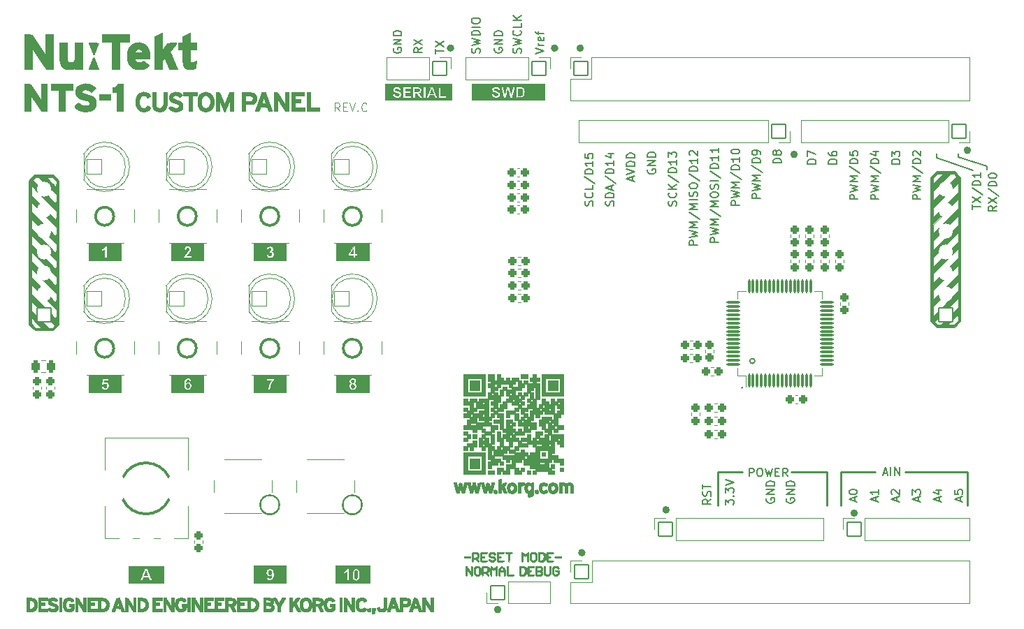
<source format=gto>
G04 #@! TF.GenerationSoftware,KiCad,Pcbnew,7.0.5*
G04 #@! TF.CreationDate,2023-06-11T20:55:58-05:00*
G04 #@! TF.ProjectId,NTS-1_CustomPanel,4e54532d-315f-4437-9573-746f6d50616e,C*
G04 #@! TF.SameCoordinates,Original*
G04 #@! TF.FileFunction,Legend,Top*
G04 #@! TF.FilePolarity,Positive*
%FSLAX46Y46*%
G04 Gerber Fmt 4.6, Leading zero omitted, Abs format (unit mm)*
G04 Created by KiCad (PCBNEW 7.0.5) date 2023-06-11 20:55:58*
%MOMM*%
%LPD*%
G01*
G04 APERTURE LIST*
G04 Aperture macros list*
%AMRoundRect*
0 Rectangle with rounded corners*
0 $1 Rounding radius*
0 $2 $3 $4 $5 $6 $7 $8 $9 X,Y pos of 4 corners*
0 Add a 4 corners polygon primitive as box body*
4,1,4,$2,$3,$4,$5,$6,$7,$8,$9,$2,$3,0*
0 Add four circle primitives for the rounded corners*
1,1,$1+$1,$2,$3*
1,1,$1+$1,$4,$5*
1,1,$1+$1,$6,$7*
1,1,$1+$1,$8,$9*
0 Add four rect primitives between the rounded corners*
20,1,$1+$1,$2,$3,$4,$5,0*
20,1,$1+$1,$4,$5,$6,$7,0*
20,1,$1+$1,$6,$7,$8,$9,0*
20,1,$1+$1,$8,$9,$2,$3,0*%
G04 Aperture macros list end*
%ADD10C,0.254000*%
%ADD11C,0.200000*%
%ADD12C,0.300000*%
%ADD13C,0.320000*%
%ADD14C,0.062500*%
%ADD15C,0.150000*%
%ADD16C,0.500000*%
%ADD17C,0.100000*%
%ADD18C,0.120000*%
%ADD19C,0.010000*%
%ADD20RoundRect,0.268750X-0.256250X0.218750X-0.256250X-0.218750X0.256250X-0.218750X0.256250X0.218750X0*%
%ADD21RoundRect,0.268750X0.256250X-0.218750X0.256250X0.218750X-0.256250X0.218750X-0.256250X-0.218750X0*%
%ADD22RoundRect,0.050000X-0.850000X0.850000X-0.850000X-0.850000X0.850000X-0.850000X0.850000X0.850000X0*%
%ADD23O,1.800000X1.800000*%
%ADD24RoundRect,0.050000X0.850000X-0.850000X0.850000X0.850000X-0.850000X0.850000X-0.850000X-0.850000X0*%
%ADD25RoundRect,0.268750X0.218750X0.256250X-0.218750X0.256250X-0.218750X-0.256250X0.218750X-0.256250X0*%
%ADD26C,2.100000*%
%ADD27C,4.100000*%
%ADD28C,1.900000*%
%ADD29RoundRect,0.050000X-0.900000X-0.900000X0.900000X-0.900000X0.900000X0.900000X-0.900000X0.900000X0*%
%ADD30RoundRect,0.125000X0.075000X-0.700000X0.075000X0.700000X-0.075000X0.700000X-0.075000X-0.700000X0*%
%ADD31RoundRect,0.125000X0.700000X-0.075000X0.700000X0.075000X-0.700000X0.075000X-0.700000X-0.075000X0*%
%ADD32O,3.100000X3.750000*%
%ADD33RoundRect,0.268750X-0.218750X-0.256250X0.218750X-0.256250X0.218750X0.256250X-0.218750X0.256250X0*%
%ADD34RoundRect,0.293750X-0.243750X-0.456250X0.243750X-0.456250X0.243750X0.456250X-0.243750X0.456250X0*%
%ADD35RoundRect,0.050000X-0.850000X-0.850000X0.850000X-0.850000X0.850000X0.850000X-0.850000X0.850000X0*%
G04 APERTURE END LIST*
D10*
X191299480Y-132099990D02*
X191300000Y-128000000D01*
X204499480Y-132099980D02*
X204499480Y-128000000D01*
D11*
X223879480Y-91359990D02*
X223879480Y-90959980D01*
X220399480Y-89799990D02*
X223879480Y-90959980D01*
X220399480Y-89799990D02*
X220399480Y-89399980D01*
X217799480Y-89933320D02*
X222199480Y-91399990D01*
D10*
X200199480Y-128000000D02*
X204499480Y-128000000D01*
X214000000Y-128000000D02*
X221500000Y-128000000D01*
X191299480Y-128000000D02*
X194199480Y-128000000D01*
D11*
X217799480Y-89933320D02*
X217799480Y-89399980D01*
D12*
X138099480Y-131999990D02*
G75*
G03*
X138099480Y-131999990I-1100000J0D01*
G01*
X148099480Y-112999990D02*
G75*
G03*
X148099480Y-112999990I-1100000J0D01*
G01*
X138099480Y-112999990D02*
G75*
G03*
X138099480Y-112999990I-1100000J0D01*
G01*
X138099480Y-96999990D02*
G75*
G03*
X138099480Y-96999990I-1100000J0D01*
G01*
D13*
X119189964Y-131310084D02*
G75*
G03*
X124809033Y-131310091I2809536J1310084D01*
G01*
D12*
X118099480Y-96999990D02*
G75*
G03*
X118099480Y-96999990I-1100000J0D01*
G01*
X118099480Y-112999990D02*
G75*
G03*
X118099480Y-112999990I-1100000J0D01*
G01*
X128099480Y-96999990D02*
G75*
G03*
X128099480Y-96999990I-1100000J0D01*
G01*
X128099480Y-112999990D02*
G75*
G03*
X128099480Y-112999990I-1100000J0D01*
G01*
X148099480Y-131999990D02*
G75*
G03*
X148099480Y-131999990I-1100000J0D01*
G01*
D13*
X124809063Y-128689845D02*
G75*
G03*
X119189926Y-128689869I-2809563J-1310155D01*
G01*
D12*
X148099480Y-96999990D02*
G75*
G03*
X148099480Y-96999990I-1100000J0D01*
G01*
D14*
X194324480Y-117799980D02*
G75*
G03*
X194324480Y-117799980I-125000J0D01*
G01*
D15*
X195749480Y-114549990D02*
G75*
G03*
X195749480Y-114549990I-300000J0D01*
G01*
D16*
X164800000Y-144700000D02*
G75*
G03*
X164800000Y-144700000I-200000J0D01*
G01*
X175000000Y-137800000D02*
G75*
G03*
X175000000Y-137800000I-200000J0D01*
G01*
D10*
X206200000Y-128000000D02*
X210300000Y-128000000D01*
X206199480Y-132099990D02*
X206199480Y-128000000D01*
X221499480Y-132099990D02*
X221500000Y-128000000D01*
D16*
X208000000Y-133000000D02*
G75*
G03*
X208000000Y-133000000I-200000J0D01*
G01*
X159100000Y-76600000D02*
G75*
G03*
X159100000Y-76600000I-200000J0D01*
G01*
X221700000Y-89000000D02*
G75*
G03*
X221700000Y-89000000I-200000J0D01*
G01*
X185200000Y-132600000D02*
G75*
G03*
X185200000Y-132600000I-200000J0D01*
G01*
X174800000Y-76600000D02*
G75*
G03*
X174800000Y-76600000I-200000J0D01*
G01*
X171700000Y-76600000D02*
G75*
G03*
X171700000Y-76600000I-200000J0D01*
G01*
X200700000Y-89500000D02*
G75*
G03*
X200700000Y-89500000I-200000J0D01*
G01*
D11*
X218105974Y-131577925D02*
X218105974Y-131101735D01*
X218391689Y-131673163D02*
X217391689Y-131339830D01*
X217391689Y-131339830D02*
X218391689Y-131006497D01*
X217725022Y-130244592D02*
X218391689Y-130244592D01*
X217344070Y-130482687D02*
X218058355Y-130720782D01*
X218058355Y-130720782D02*
X218058355Y-130101735D01*
X199599838Y-131206497D02*
X199552219Y-131301735D01*
X199552219Y-131301735D02*
X199552219Y-131444592D01*
X199552219Y-131444592D02*
X199599838Y-131587449D01*
X199599838Y-131587449D02*
X199695076Y-131682687D01*
X199695076Y-131682687D02*
X199790314Y-131730306D01*
X199790314Y-131730306D02*
X199980790Y-131777925D01*
X199980790Y-131777925D02*
X200123647Y-131777925D01*
X200123647Y-131777925D02*
X200314123Y-131730306D01*
X200314123Y-131730306D02*
X200409361Y-131682687D01*
X200409361Y-131682687D02*
X200504600Y-131587449D01*
X200504600Y-131587449D02*
X200552219Y-131444592D01*
X200552219Y-131444592D02*
X200552219Y-131349354D01*
X200552219Y-131349354D02*
X200504600Y-131206497D01*
X200504600Y-131206497D02*
X200456980Y-131158878D01*
X200456980Y-131158878D02*
X200123647Y-131158878D01*
X200123647Y-131158878D02*
X200123647Y-131349354D01*
X200552219Y-130730306D02*
X199552219Y-130730306D01*
X199552219Y-130730306D02*
X200552219Y-130158878D01*
X200552219Y-130158878D02*
X199552219Y-130158878D01*
X200552219Y-129682687D02*
X199552219Y-129682687D01*
X199552219Y-129682687D02*
X199552219Y-129444592D01*
X199552219Y-129444592D02*
X199599838Y-129301735D01*
X199599838Y-129301735D02*
X199695076Y-129206497D01*
X199695076Y-129206497D02*
X199790314Y-129158878D01*
X199790314Y-129158878D02*
X199980790Y-129111259D01*
X199980790Y-129111259D02*
X200123647Y-129111259D01*
X200123647Y-129111259D02*
X200314123Y-129158878D01*
X200314123Y-129158878D02*
X200409361Y-129206497D01*
X200409361Y-129206497D02*
X200504600Y-129301735D01*
X200504600Y-129301735D02*
X200552219Y-129444592D01*
X200552219Y-129444592D02*
X200552219Y-129682687D01*
X210425984Y-131577935D02*
X210425984Y-131101745D01*
X210711699Y-131673173D02*
X209711699Y-131339840D01*
X209711699Y-131339840D02*
X210711699Y-131006507D01*
X210711699Y-130149364D02*
X210711699Y-130720792D01*
X210711699Y-130435078D02*
X209711699Y-130435078D01*
X209711699Y-130435078D02*
X209854556Y-130530316D01*
X209854556Y-130530316D02*
X209949794Y-130625554D01*
X209949794Y-130625554D02*
X209997413Y-130720792D01*
X215545974Y-131577925D02*
X215545974Y-131101735D01*
X215831689Y-131673163D02*
X214831689Y-131339830D01*
X214831689Y-131339830D02*
X215831689Y-131006497D01*
X214831689Y-130768401D02*
X214831689Y-130149354D01*
X214831689Y-130149354D02*
X215212641Y-130482687D01*
X215212641Y-130482687D02*
X215212641Y-130339830D01*
X215212641Y-130339830D02*
X215260260Y-130244592D01*
X215260260Y-130244592D02*
X215307879Y-130196973D01*
X215307879Y-130196973D02*
X215403117Y-130149354D01*
X215403117Y-130149354D02*
X215641212Y-130149354D01*
X215641212Y-130149354D02*
X215736450Y-130196973D01*
X215736450Y-130196973D02*
X215784070Y-130244592D01*
X215784070Y-130244592D02*
X215831689Y-130339830D01*
X215831689Y-130339830D02*
X215831689Y-130625544D01*
X215831689Y-130625544D02*
X215784070Y-130720782D01*
X215784070Y-130720782D02*
X215736450Y-130768401D01*
X167404600Y-77177945D02*
X167452219Y-77035088D01*
X167452219Y-77035088D02*
X167452219Y-76796993D01*
X167452219Y-76796993D02*
X167404600Y-76701755D01*
X167404600Y-76701755D02*
X167356980Y-76654136D01*
X167356980Y-76654136D02*
X167261742Y-76606517D01*
X167261742Y-76606517D02*
X167166504Y-76606517D01*
X167166504Y-76606517D02*
X167071266Y-76654136D01*
X167071266Y-76654136D02*
X167023647Y-76701755D01*
X167023647Y-76701755D02*
X166976028Y-76796993D01*
X166976028Y-76796993D02*
X166928409Y-76987469D01*
X166928409Y-76987469D02*
X166880790Y-77082707D01*
X166880790Y-77082707D02*
X166833171Y-77130326D01*
X166833171Y-77130326D02*
X166737933Y-77177945D01*
X166737933Y-77177945D02*
X166642695Y-77177945D01*
X166642695Y-77177945D02*
X166547457Y-77130326D01*
X166547457Y-77130326D02*
X166499838Y-77082707D01*
X166499838Y-77082707D02*
X166452219Y-76987469D01*
X166452219Y-76987469D02*
X166452219Y-76749374D01*
X166452219Y-76749374D02*
X166499838Y-76606517D01*
X166452219Y-76273183D02*
X167452219Y-76035088D01*
X167452219Y-76035088D02*
X166737933Y-75844612D01*
X166737933Y-75844612D02*
X167452219Y-75654136D01*
X167452219Y-75654136D02*
X166452219Y-75416041D01*
X167356980Y-74463660D02*
X167404600Y-74511279D01*
X167404600Y-74511279D02*
X167452219Y-74654136D01*
X167452219Y-74654136D02*
X167452219Y-74749374D01*
X167452219Y-74749374D02*
X167404600Y-74892231D01*
X167404600Y-74892231D02*
X167309361Y-74987469D01*
X167309361Y-74987469D02*
X167214123Y-75035088D01*
X167214123Y-75035088D02*
X167023647Y-75082707D01*
X167023647Y-75082707D02*
X166880790Y-75082707D01*
X166880790Y-75082707D02*
X166690314Y-75035088D01*
X166690314Y-75035088D02*
X166595076Y-74987469D01*
X166595076Y-74987469D02*
X166499838Y-74892231D01*
X166499838Y-74892231D02*
X166452219Y-74749374D01*
X166452219Y-74749374D02*
X166452219Y-74654136D01*
X166452219Y-74654136D02*
X166499838Y-74511279D01*
X166499838Y-74511279D02*
X166547457Y-74463660D01*
X167452219Y-73558898D02*
X167452219Y-74035088D01*
X167452219Y-74035088D02*
X166452219Y-74035088D01*
X167452219Y-73225564D02*
X166452219Y-73225564D01*
X167452219Y-72654136D02*
X166880790Y-73082707D01*
X166452219Y-72654136D02*
X167023647Y-73225564D01*
X162404600Y-77177945D02*
X162452219Y-77035088D01*
X162452219Y-77035088D02*
X162452219Y-76796993D01*
X162452219Y-76796993D02*
X162404600Y-76701755D01*
X162404600Y-76701755D02*
X162356980Y-76654136D01*
X162356980Y-76654136D02*
X162261742Y-76606517D01*
X162261742Y-76606517D02*
X162166504Y-76606517D01*
X162166504Y-76606517D02*
X162071266Y-76654136D01*
X162071266Y-76654136D02*
X162023647Y-76701755D01*
X162023647Y-76701755D02*
X161976028Y-76796993D01*
X161976028Y-76796993D02*
X161928409Y-76987469D01*
X161928409Y-76987469D02*
X161880790Y-77082707D01*
X161880790Y-77082707D02*
X161833171Y-77130326D01*
X161833171Y-77130326D02*
X161737933Y-77177945D01*
X161737933Y-77177945D02*
X161642695Y-77177945D01*
X161642695Y-77177945D02*
X161547457Y-77130326D01*
X161547457Y-77130326D02*
X161499838Y-77082707D01*
X161499838Y-77082707D02*
X161452219Y-76987469D01*
X161452219Y-76987469D02*
X161452219Y-76749374D01*
X161452219Y-76749374D02*
X161499838Y-76606517D01*
X161452219Y-76273183D02*
X162452219Y-76035088D01*
X162452219Y-76035088D02*
X161737933Y-75844612D01*
X161737933Y-75844612D02*
X162452219Y-75654136D01*
X162452219Y-75654136D02*
X161452219Y-75416041D01*
X162452219Y-75035088D02*
X161452219Y-75035088D01*
X161452219Y-75035088D02*
X161452219Y-74796993D01*
X161452219Y-74796993D02*
X161499838Y-74654136D01*
X161499838Y-74654136D02*
X161595076Y-74558898D01*
X161595076Y-74558898D02*
X161690314Y-74511279D01*
X161690314Y-74511279D02*
X161880790Y-74463660D01*
X161880790Y-74463660D02*
X162023647Y-74463660D01*
X162023647Y-74463660D02*
X162214123Y-74511279D01*
X162214123Y-74511279D02*
X162309361Y-74558898D01*
X162309361Y-74558898D02*
X162404600Y-74654136D01*
X162404600Y-74654136D02*
X162452219Y-74796993D01*
X162452219Y-74796993D02*
X162452219Y-75035088D01*
X162452219Y-74035088D02*
X161452219Y-74035088D01*
X161452219Y-73368422D02*
X161452219Y-73177946D01*
X161452219Y-73177946D02*
X161499838Y-73082708D01*
X161499838Y-73082708D02*
X161595076Y-72987470D01*
X161595076Y-72987470D02*
X161785552Y-72939851D01*
X161785552Y-72939851D02*
X162118885Y-72939851D01*
X162118885Y-72939851D02*
X162309361Y-72987470D01*
X162309361Y-72987470D02*
X162404600Y-73082708D01*
X162404600Y-73082708D02*
X162452219Y-73177946D01*
X162452219Y-73177946D02*
X162452219Y-73368422D01*
X162452219Y-73368422D02*
X162404600Y-73463660D01*
X162404600Y-73463660D02*
X162309361Y-73558898D01*
X162309361Y-73558898D02*
X162118885Y-73606517D01*
X162118885Y-73606517D02*
X161785552Y-73606517D01*
X161785552Y-73606517D02*
X161595076Y-73558898D01*
X161595076Y-73558898D02*
X161499838Y-73463660D01*
X161499838Y-73463660D02*
X161452219Y-73368422D01*
X157052219Y-77273183D02*
X157052219Y-76701755D01*
X158052219Y-76987469D02*
X157052219Y-76987469D01*
X157052219Y-76463659D02*
X158052219Y-75796993D01*
X157052219Y-75796993D02*
X158052219Y-76463659D01*
X164249838Y-76606517D02*
X164202219Y-76701755D01*
X164202219Y-76701755D02*
X164202219Y-76844612D01*
X164202219Y-76844612D02*
X164249838Y-76987469D01*
X164249838Y-76987469D02*
X164345076Y-77082707D01*
X164345076Y-77082707D02*
X164440314Y-77130326D01*
X164440314Y-77130326D02*
X164630790Y-77177945D01*
X164630790Y-77177945D02*
X164773647Y-77177945D01*
X164773647Y-77177945D02*
X164964123Y-77130326D01*
X164964123Y-77130326D02*
X165059361Y-77082707D01*
X165059361Y-77082707D02*
X165154600Y-76987469D01*
X165154600Y-76987469D02*
X165202219Y-76844612D01*
X165202219Y-76844612D02*
X165202219Y-76749374D01*
X165202219Y-76749374D02*
X165154600Y-76606517D01*
X165154600Y-76606517D02*
X165106980Y-76558898D01*
X165106980Y-76558898D02*
X164773647Y-76558898D01*
X164773647Y-76558898D02*
X164773647Y-76749374D01*
X165202219Y-76130326D02*
X164202219Y-76130326D01*
X164202219Y-76130326D02*
X165202219Y-75558898D01*
X165202219Y-75558898D02*
X164202219Y-75558898D01*
X165202219Y-75082707D02*
X164202219Y-75082707D01*
X164202219Y-75082707D02*
X164202219Y-74844612D01*
X164202219Y-74844612D02*
X164249838Y-74701755D01*
X164249838Y-74701755D02*
X164345076Y-74606517D01*
X164345076Y-74606517D02*
X164440314Y-74558898D01*
X164440314Y-74558898D02*
X164630790Y-74511279D01*
X164630790Y-74511279D02*
X164773647Y-74511279D01*
X164773647Y-74511279D02*
X164964123Y-74558898D01*
X164964123Y-74558898D02*
X165059361Y-74606517D01*
X165059361Y-74606517D02*
X165154600Y-74701755D01*
X165154600Y-74701755D02*
X165202219Y-74844612D01*
X165202219Y-74844612D02*
X165202219Y-75082707D01*
X211321524Y-128161454D02*
X211797714Y-128161454D01*
X211226286Y-128447169D02*
X211559619Y-127447169D01*
X211559619Y-127447169D02*
X211892952Y-128447169D01*
X212226286Y-128447169D02*
X212226286Y-127447169D01*
X212702476Y-128447169D02*
X212702476Y-127447169D01*
X212702476Y-127447169D02*
X213273904Y-128447169D01*
X213273904Y-128447169D02*
X213273904Y-127447169D01*
X212985974Y-131577925D02*
X212985974Y-131101735D01*
X213271689Y-131673163D02*
X212271689Y-131339830D01*
X212271689Y-131339830D02*
X213271689Y-131006497D01*
X212366927Y-130720782D02*
X212319308Y-130673163D01*
X212319308Y-130673163D02*
X212271689Y-130577925D01*
X212271689Y-130577925D02*
X212271689Y-130339830D01*
X212271689Y-130339830D02*
X212319308Y-130244592D01*
X212319308Y-130244592D02*
X212366927Y-130196973D01*
X212366927Y-130196973D02*
X212462165Y-130149354D01*
X212462165Y-130149354D02*
X212557403Y-130149354D01*
X212557403Y-130149354D02*
X212700260Y-130196973D01*
X212700260Y-130196973D02*
X213271689Y-130768401D01*
X213271689Y-130768401D02*
X213271689Y-130149354D01*
X155452219Y-76558898D02*
X154976028Y-76892231D01*
X155452219Y-77130326D02*
X154452219Y-77130326D01*
X154452219Y-77130326D02*
X154452219Y-76749374D01*
X154452219Y-76749374D02*
X154499838Y-76654136D01*
X154499838Y-76654136D02*
X154547457Y-76606517D01*
X154547457Y-76606517D02*
X154642695Y-76558898D01*
X154642695Y-76558898D02*
X154785552Y-76558898D01*
X154785552Y-76558898D02*
X154880790Y-76606517D01*
X154880790Y-76606517D02*
X154928409Y-76654136D01*
X154928409Y-76654136D02*
X154976028Y-76749374D01*
X154976028Y-76749374D02*
X154976028Y-77130326D01*
X154452219Y-76225564D02*
X155452219Y-75558898D01*
X154452219Y-75558898D02*
X155452219Y-76225564D01*
X169202219Y-77273183D02*
X170202219Y-76939850D01*
X170202219Y-76939850D02*
X169202219Y-76606517D01*
X170202219Y-76273183D02*
X169535552Y-76273183D01*
X169726028Y-76273183D02*
X169630790Y-76225564D01*
X169630790Y-76225564D02*
X169583171Y-76177945D01*
X169583171Y-76177945D02*
X169535552Y-76082707D01*
X169535552Y-76082707D02*
X169535552Y-75987469D01*
X170154600Y-75273183D02*
X170202219Y-75368421D01*
X170202219Y-75368421D02*
X170202219Y-75558897D01*
X170202219Y-75558897D02*
X170154600Y-75654135D01*
X170154600Y-75654135D02*
X170059361Y-75701754D01*
X170059361Y-75701754D02*
X169678409Y-75701754D01*
X169678409Y-75701754D02*
X169583171Y-75654135D01*
X169583171Y-75654135D02*
X169535552Y-75558897D01*
X169535552Y-75558897D02*
X169535552Y-75368421D01*
X169535552Y-75368421D02*
X169583171Y-75273183D01*
X169583171Y-75273183D02*
X169678409Y-75225564D01*
X169678409Y-75225564D02*
X169773647Y-75225564D01*
X169773647Y-75225564D02*
X169868885Y-75701754D01*
X169535552Y-74939849D02*
X169535552Y-74558897D01*
X170202219Y-74796992D02*
X169345076Y-74796992D01*
X169345076Y-74796992D02*
X169249838Y-74749373D01*
X169249838Y-74749373D02*
X169202219Y-74654135D01*
X169202219Y-74654135D02*
X169202219Y-74558897D01*
X207865984Y-131577935D02*
X207865984Y-131101745D01*
X208151699Y-131673173D02*
X207151699Y-131339840D01*
X207151699Y-131339840D02*
X208151699Y-131006507D01*
X207151699Y-130482697D02*
X207151699Y-130387459D01*
X207151699Y-130387459D02*
X207199318Y-130292221D01*
X207199318Y-130292221D02*
X207246937Y-130244602D01*
X207246937Y-130244602D02*
X207342175Y-130196983D01*
X207342175Y-130196983D02*
X207532651Y-130149364D01*
X207532651Y-130149364D02*
X207770746Y-130149364D01*
X207770746Y-130149364D02*
X207961222Y-130196983D01*
X207961222Y-130196983D02*
X208056460Y-130244602D01*
X208056460Y-130244602D02*
X208104080Y-130292221D01*
X208104080Y-130292221D02*
X208151699Y-130387459D01*
X208151699Y-130387459D02*
X208151699Y-130482697D01*
X208151699Y-130482697D02*
X208104080Y-130577935D01*
X208104080Y-130577935D02*
X208056460Y-130625554D01*
X208056460Y-130625554D02*
X207961222Y-130673173D01*
X207961222Y-130673173D02*
X207770746Y-130720792D01*
X207770746Y-130720792D02*
X207532651Y-130720792D01*
X207532651Y-130720792D02*
X207342175Y-130673173D01*
X207342175Y-130673173D02*
X207246937Y-130625554D01*
X207246937Y-130625554D02*
X207199318Y-130577935D01*
X207199318Y-130577935D02*
X207151699Y-130482697D01*
X220665974Y-131577925D02*
X220665974Y-131101735D01*
X220951689Y-131673163D02*
X219951689Y-131339830D01*
X219951689Y-131339830D02*
X220951689Y-131006497D01*
X219951689Y-130196973D02*
X219951689Y-130673163D01*
X219951689Y-130673163D02*
X220427879Y-130720782D01*
X220427879Y-130720782D02*
X220380260Y-130673163D01*
X220380260Y-130673163D02*
X220332641Y-130577925D01*
X220332641Y-130577925D02*
X220332641Y-130339830D01*
X220332641Y-130339830D02*
X220380260Y-130244592D01*
X220380260Y-130244592D02*
X220427879Y-130196973D01*
X220427879Y-130196973D02*
X220523117Y-130149354D01*
X220523117Y-130149354D02*
X220761212Y-130149354D01*
X220761212Y-130149354D02*
X220856450Y-130196973D01*
X220856450Y-130196973D02*
X220904070Y-130244592D01*
X220904070Y-130244592D02*
X220951689Y-130339830D01*
X220951689Y-130339830D02*
X220951689Y-130577925D01*
X220951689Y-130577925D02*
X220904070Y-130673163D01*
X220904070Y-130673163D02*
X220856450Y-130720782D01*
X196418339Y-94829666D02*
X195418339Y-94829666D01*
X195418339Y-94829666D02*
X195418339Y-94448714D01*
X195418339Y-94448714D02*
X195465958Y-94353476D01*
X195465958Y-94353476D02*
X195513577Y-94305857D01*
X195513577Y-94305857D02*
X195608815Y-94258238D01*
X195608815Y-94258238D02*
X195751672Y-94258238D01*
X195751672Y-94258238D02*
X195846910Y-94305857D01*
X195846910Y-94305857D02*
X195894529Y-94353476D01*
X195894529Y-94353476D02*
X195942148Y-94448714D01*
X195942148Y-94448714D02*
X195942148Y-94829666D01*
X195418339Y-93924904D02*
X196418339Y-93686809D01*
X196418339Y-93686809D02*
X195704053Y-93496333D01*
X195704053Y-93496333D02*
X196418339Y-93305857D01*
X196418339Y-93305857D02*
X195418339Y-93067762D01*
X196418339Y-92686809D02*
X195418339Y-92686809D01*
X195418339Y-92686809D02*
X196132624Y-92353476D01*
X196132624Y-92353476D02*
X195418339Y-92020143D01*
X195418339Y-92020143D02*
X196418339Y-92020143D01*
X195370720Y-90829667D02*
X196656434Y-91686809D01*
X196418339Y-90496333D02*
X195418339Y-90496333D01*
X195418339Y-90496333D02*
X195418339Y-90258238D01*
X195418339Y-90258238D02*
X195465958Y-90115381D01*
X195465958Y-90115381D02*
X195561196Y-90020143D01*
X195561196Y-90020143D02*
X195656434Y-89972524D01*
X195656434Y-89972524D02*
X195846910Y-89924905D01*
X195846910Y-89924905D02*
X195989767Y-89924905D01*
X195989767Y-89924905D02*
X196180243Y-89972524D01*
X196180243Y-89972524D02*
X196275481Y-90020143D01*
X196275481Y-90020143D02*
X196370720Y-90115381D01*
X196370720Y-90115381D02*
X196418339Y-90258238D01*
X196418339Y-90258238D02*
X196418339Y-90496333D01*
X196418339Y-89448714D02*
X196418339Y-89258238D01*
X196418339Y-89258238D02*
X196370720Y-89163000D01*
X196370720Y-89163000D02*
X196323100Y-89115381D01*
X196323100Y-89115381D02*
X196180243Y-89020143D01*
X196180243Y-89020143D02*
X195989767Y-88972524D01*
X195989767Y-88972524D02*
X195608815Y-88972524D01*
X195608815Y-88972524D02*
X195513577Y-89020143D01*
X195513577Y-89020143D02*
X195465958Y-89067762D01*
X195465958Y-89067762D02*
X195418339Y-89163000D01*
X195418339Y-89163000D02*
X195418339Y-89353476D01*
X195418339Y-89353476D02*
X195465958Y-89448714D01*
X195465958Y-89448714D02*
X195513577Y-89496333D01*
X195513577Y-89496333D02*
X195608815Y-89543952D01*
X195608815Y-89543952D02*
X195846910Y-89543952D01*
X195846910Y-89543952D02*
X195942148Y-89496333D01*
X195942148Y-89496333D02*
X195989767Y-89448714D01*
X195989767Y-89448714D02*
X196037386Y-89353476D01*
X196037386Y-89353476D02*
X196037386Y-89163000D01*
X196037386Y-89163000D02*
X195989767Y-89067762D01*
X195989767Y-89067762D02*
X195942148Y-89020143D01*
X195942148Y-89020143D02*
X195846910Y-88972524D01*
X210780259Y-94929026D02*
X209780259Y-94929026D01*
X209780259Y-94929026D02*
X209780259Y-94548074D01*
X209780259Y-94548074D02*
X209827878Y-94452836D01*
X209827878Y-94452836D02*
X209875497Y-94405217D01*
X209875497Y-94405217D02*
X209970735Y-94357598D01*
X209970735Y-94357598D02*
X210113592Y-94357598D01*
X210113592Y-94357598D02*
X210208830Y-94405217D01*
X210208830Y-94405217D02*
X210256449Y-94452836D01*
X210256449Y-94452836D02*
X210304068Y-94548074D01*
X210304068Y-94548074D02*
X210304068Y-94929026D01*
X209780259Y-94024264D02*
X210780259Y-93786169D01*
X210780259Y-93786169D02*
X210065973Y-93595693D01*
X210065973Y-93595693D02*
X210780259Y-93405217D01*
X210780259Y-93405217D02*
X209780259Y-93167122D01*
X210780259Y-92786169D02*
X209780259Y-92786169D01*
X209780259Y-92786169D02*
X210494544Y-92452836D01*
X210494544Y-92452836D02*
X209780259Y-92119503D01*
X209780259Y-92119503D02*
X210780259Y-92119503D01*
X209732640Y-90929027D02*
X211018354Y-91786169D01*
X210780259Y-90595693D02*
X209780259Y-90595693D01*
X209780259Y-90595693D02*
X209780259Y-90357598D01*
X209780259Y-90357598D02*
X209827878Y-90214741D01*
X209827878Y-90214741D02*
X209923116Y-90119503D01*
X209923116Y-90119503D02*
X210018354Y-90071884D01*
X210018354Y-90071884D02*
X210208830Y-90024265D01*
X210208830Y-90024265D02*
X210351687Y-90024265D01*
X210351687Y-90024265D02*
X210542163Y-90071884D01*
X210542163Y-90071884D02*
X210637401Y-90119503D01*
X210637401Y-90119503D02*
X210732640Y-90214741D01*
X210732640Y-90214741D02*
X210780259Y-90357598D01*
X210780259Y-90357598D02*
X210780259Y-90595693D01*
X210113592Y-89167122D02*
X210780259Y-89167122D01*
X209732640Y-89405217D02*
X210446925Y-89643312D01*
X210446925Y-89643312D02*
X210446925Y-89024265D01*
X213323119Y-90630326D02*
X212323119Y-90630326D01*
X212323119Y-90630326D02*
X212323119Y-90392231D01*
X212323119Y-90392231D02*
X212370738Y-90249374D01*
X212370738Y-90249374D02*
X212465976Y-90154136D01*
X212465976Y-90154136D02*
X212561214Y-90106517D01*
X212561214Y-90106517D02*
X212751690Y-90058898D01*
X212751690Y-90058898D02*
X212894547Y-90058898D01*
X212894547Y-90058898D02*
X213085023Y-90106517D01*
X213085023Y-90106517D02*
X213180261Y-90154136D01*
X213180261Y-90154136D02*
X213275500Y-90249374D01*
X213275500Y-90249374D02*
X213323119Y-90392231D01*
X213323119Y-90392231D02*
X213323119Y-90630326D01*
X212323119Y-89725564D02*
X212323119Y-89106517D01*
X212323119Y-89106517D02*
X212704071Y-89439850D01*
X212704071Y-89439850D02*
X212704071Y-89296993D01*
X212704071Y-89296993D02*
X212751690Y-89201755D01*
X212751690Y-89201755D02*
X212799309Y-89154136D01*
X212799309Y-89154136D02*
X212894547Y-89106517D01*
X212894547Y-89106517D02*
X213132642Y-89106517D01*
X213132642Y-89106517D02*
X213227880Y-89154136D01*
X213227880Y-89154136D02*
X213275500Y-89201755D01*
X213275500Y-89201755D02*
X213323119Y-89296993D01*
X213323119Y-89296993D02*
X213323119Y-89582707D01*
X213323119Y-89582707D02*
X213275500Y-89677945D01*
X213275500Y-89677945D02*
X213227880Y-89725564D01*
X180932644Y-92677945D02*
X180932644Y-92201755D01*
X181218359Y-92773183D02*
X180218359Y-92439850D01*
X180218359Y-92439850D02*
X181218359Y-92106517D01*
X180218359Y-91916040D02*
X181218359Y-91582707D01*
X181218359Y-91582707D02*
X180218359Y-91249374D01*
X181218359Y-90916040D02*
X180218359Y-90916040D01*
X180218359Y-90916040D02*
X180218359Y-90677945D01*
X180218359Y-90677945D02*
X180265978Y-90535088D01*
X180265978Y-90535088D02*
X180361216Y-90439850D01*
X180361216Y-90439850D02*
X180456454Y-90392231D01*
X180456454Y-90392231D02*
X180646930Y-90344612D01*
X180646930Y-90344612D02*
X180789787Y-90344612D01*
X180789787Y-90344612D02*
X180980263Y-90392231D01*
X180980263Y-90392231D02*
X181075501Y-90439850D01*
X181075501Y-90439850D02*
X181170740Y-90535088D01*
X181170740Y-90535088D02*
X181218359Y-90677945D01*
X181218359Y-90677945D02*
X181218359Y-90916040D01*
X181218359Y-89916040D02*
X180218359Y-89916040D01*
X180218359Y-89916040D02*
X180218359Y-89677945D01*
X180218359Y-89677945D02*
X180265978Y-89535088D01*
X180265978Y-89535088D02*
X180361216Y-89439850D01*
X180361216Y-89439850D02*
X180456454Y-89392231D01*
X180456454Y-89392231D02*
X180646930Y-89344612D01*
X180646930Y-89344612D02*
X180789787Y-89344612D01*
X180789787Y-89344612D02*
X180980263Y-89392231D01*
X180980263Y-89392231D02*
X181075501Y-89439850D01*
X181075501Y-89439850D02*
X181170740Y-89535088D01*
X181170740Y-89535088D02*
X181218359Y-89677945D01*
X181218359Y-89677945D02*
X181218359Y-89916040D01*
X192202219Y-131975564D02*
X192202219Y-131356517D01*
X192202219Y-131356517D02*
X192583171Y-131689850D01*
X192583171Y-131689850D02*
X192583171Y-131546993D01*
X192583171Y-131546993D02*
X192630790Y-131451755D01*
X192630790Y-131451755D02*
X192678409Y-131404136D01*
X192678409Y-131404136D02*
X192773647Y-131356517D01*
X192773647Y-131356517D02*
X193011742Y-131356517D01*
X193011742Y-131356517D02*
X193106980Y-131404136D01*
X193106980Y-131404136D02*
X193154600Y-131451755D01*
X193154600Y-131451755D02*
X193202219Y-131546993D01*
X193202219Y-131546993D02*
X193202219Y-131832707D01*
X193202219Y-131832707D02*
X193154600Y-131927945D01*
X193154600Y-131927945D02*
X193106980Y-131975564D01*
X193106980Y-130927945D02*
X193154600Y-130880326D01*
X193154600Y-130880326D02*
X193202219Y-130927945D01*
X193202219Y-130927945D02*
X193154600Y-130975564D01*
X193154600Y-130975564D02*
X193106980Y-130927945D01*
X193106980Y-130927945D02*
X193202219Y-130927945D01*
X192202219Y-130546993D02*
X192202219Y-129927946D01*
X192202219Y-129927946D02*
X192583171Y-130261279D01*
X192583171Y-130261279D02*
X192583171Y-130118422D01*
X192583171Y-130118422D02*
X192630790Y-130023184D01*
X192630790Y-130023184D02*
X192678409Y-129975565D01*
X192678409Y-129975565D02*
X192773647Y-129927946D01*
X192773647Y-129927946D02*
X193011742Y-129927946D01*
X193011742Y-129927946D02*
X193106980Y-129975565D01*
X193106980Y-129975565D02*
X193154600Y-130023184D01*
X193154600Y-130023184D02*
X193202219Y-130118422D01*
X193202219Y-130118422D02*
X193202219Y-130404136D01*
X193202219Y-130404136D02*
X193154600Y-130499374D01*
X193154600Y-130499374D02*
X193106980Y-130546993D01*
X192202219Y-129642231D02*
X193202219Y-129308898D01*
X193202219Y-129308898D02*
X192202219Y-128975565D01*
D17*
X145474792Y-84257409D02*
X145141459Y-83781218D01*
X144903364Y-84257409D02*
X144903364Y-83257409D01*
X144903364Y-83257409D02*
X145284316Y-83257409D01*
X145284316Y-83257409D02*
X145379554Y-83305028D01*
X145379554Y-83305028D02*
X145427173Y-83352647D01*
X145427173Y-83352647D02*
X145474792Y-83447885D01*
X145474792Y-83447885D02*
X145474792Y-83590742D01*
X145474792Y-83590742D02*
X145427173Y-83685980D01*
X145427173Y-83685980D02*
X145379554Y-83733599D01*
X145379554Y-83733599D02*
X145284316Y-83781218D01*
X145284316Y-83781218D02*
X144903364Y-83781218D01*
X145903364Y-83733599D02*
X146236697Y-83733599D01*
X146379554Y-84257409D02*
X145903364Y-84257409D01*
X145903364Y-84257409D02*
X145903364Y-83257409D01*
X145903364Y-83257409D02*
X146379554Y-83257409D01*
X146665269Y-83257409D02*
X146998602Y-84257409D01*
X146998602Y-84257409D02*
X147331935Y-83257409D01*
X147665269Y-84162170D02*
X147712888Y-84209790D01*
X147712888Y-84209790D02*
X147665269Y-84257409D01*
X147665269Y-84257409D02*
X147617650Y-84209790D01*
X147617650Y-84209790D02*
X147665269Y-84162170D01*
X147665269Y-84162170D02*
X147665269Y-84257409D01*
X148712887Y-84162170D02*
X148665268Y-84209790D01*
X148665268Y-84209790D02*
X148522411Y-84257409D01*
X148522411Y-84257409D02*
X148427173Y-84257409D01*
X148427173Y-84257409D02*
X148284316Y-84209790D01*
X148284316Y-84209790D02*
X148189078Y-84114551D01*
X148189078Y-84114551D02*
X148141459Y-84019313D01*
X148141459Y-84019313D02*
X148093840Y-83828837D01*
X148093840Y-83828837D02*
X148093840Y-83685980D01*
X148093840Y-83685980D02*
X148141459Y-83495504D01*
X148141459Y-83495504D02*
X148189078Y-83400266D01*
X148189078Y-83400266D02*
X148284316Y-83305028D01*
X148284316Y-83305028D02*
X148427173Y-83257409D01*
X148427173Y-83257409D02*
X148522411Y-83257409D01*
X148522411Y-83257409D02*
X148665268Y-83305028D01*
X148665268Y-83305028D02*
X148712887Y-83352647D01*
D11*
X205694549Y-90630326D02*
X204694549Y-90630326D01*
X204694549Y-90630326D02*
X204694549Y-90392231D01*
X204694549Y-90392231D02*
X204742168Y-90249374D01*
X204742168Y-90249374D02*
X204837406Y-90154136D01*
X204837406Y-90154136D02*
X204932644Y-90106517D01*
X204932644Y-90106517D02*
X205123120Y-90058898D01*
X205123120Y-90058898D02*
X205265977Y-90058898D01*
X205265977Y-90058898D02*
X205456453Y-90106517D01*
X205456453Y-90106517D02*
X205551691Y-90154136D01*
X205551691Y-90154136D02*
X205646930Y-90249374D01*
X205646930Y-90249374D02*
X205694549Y-90392231D01*
X205694549Y-90392231D02*
X205694549Y-90630326D01*
X204694549Y-89201755D02*
X204694549Y-89392231D01*
X204694549Y-89392231D02*
X204742168Y-89487469D01*
X204742168Y-89487469D02*
X204789787Y-89535088D01*
X204789787Y-89535088D02*
X204932644Y-89630326D01*
X204932644Y-89630326D02*
X205123120Y-89677945D01*
X205123120Y-89677945D02*
X205504072Y-89677945D01*
X205504072Y-89677945D02*
X205599310Y-89630326D01*
X205599310Y-89630326D02*
X205646930Y-89582707D01*
X205646930Y-89582707D02*
X205694549Y-89487469D01*
X205694549Y-89487469D02*
X205694549Y-89296993D01*
X205694549Y-89296993D02*
X205646930Y-89201755D01*
X205646930Y-89201755D02*
X205599310Y-89154136D01*
X205599310Y-89154136D02*
X205504072Y-89106517D01*
X205504072Y-89106517D02*
X205265977Y-89106517D01*
X205265977Y-89106517D02*
X205170739Y-89154136D01*
X205170739Y-89154136D02*
X205123120Y-89201755D01*
X205123120Y-89201755D02*
X205075501Y-89296993D01*
X205075501Y-89296993D02*
X205075501Y-89487469D01*
X205075501Y-89487469D02*
X205123120Y-89582707D01*
X205123120Y-89582707D02*
X205170739Y-89630326D01*
X205170739Y-89630326D02*
X205265977Y-89677945D01*
X215865969Y-94929026D02*
X214865969Y-94929026D01*
X214865969Y-94929026D02*
X214865969Y-94548074D01*
X214865969Y-94548074D02*
X214913588Y-94452836D01*
X214913588Y-94452836D02*
X214961207Y-94405217D01*
X214961207Y-94405217D02*
X215056445Y-94357598D01*
X215056445Y-94357598D02*
X215199302Y-94357598D01*
X215199302Y-94357598D02*
X215294540Y-94405217D01*
X215294540Y-94405217D02*
X215342159Y-94452836D01*
X215342159Y-94452836D02*
X215389778Y-94548074D01*
X215389778Y-94548074D02*
X215389778Y-94929026D01*
X214865969Y-94024264D02*
X215865969Y-93786169D01*
X215865969Y-93786169D02*
X215151683Y-93595693D01*
X215151683Y-93595693D02*
X215865969Y-93405217D01*
X215865969Y-93405217D02*
X214865969Y-93167122D01*
X215865969Y-92786169D02*
X214865969Y-92786169D01*
X214865969Y-92786169D02*
X215580254Y-92452836D01*
X215580254Y-92452836D02*
X214865969Y-92119503D01*
X214865969Y-92119503D02*
X215865969Y-92119503D01*
X214818350Y-90929027D02*
X216104064Y-91786169D01*
X215865969Y-90595693D02*
X214865969Y-90595693D01*
X214865969Y-90595693D02*
X214865969Y-90357598D01*
X214865969Y-90357598D02*
X214913588Y-90214741D01*
X214913588Y-90214741D02*
X215008826Y-90119503D01*
X215008826Y-90119503D02*
X215104064Y-90071884D01*
X215104064Y-90071884D02*
X215294540Y-90024265D01*
X215294540Y-90024265D02*
X215437397Y-90024265D01*
X215437397Y-90024265D02*
X215627873Y-90071884D01*
X215627873Y-90071884D02*
X215723111Y-90119503D01*
X215723111Y-90119503D02*
X215818350Y-90214741D01*
X215818350Y-90214741D02*
X215865969Y-90357598D01*
X215865969Y-90357598D02*
X215865969Y-90595693D01*
X214961207Y-89643312D02*
X214913588Y-89595693D01*
X214913588Y-89595693D02*
X214865969Y-89500455D01*
X214865969Y-89500455D02*
X214865969Y-89262360D01*
X214865969Y-89262360D02*
X214913588Y-89167122D01*
X214913588Y-89167122D02*
X214961207Y-89119503D01*
X214961207Y-89119503D02*
X215056445Y-89071884D01*
X215056445Y-89071884D02*
X215151683Y-89071884D01*
X215151683Y-89071884D02*
X215294540Y-89119503D01*
X215294540Y-89119503D02*
X215865969Y-89690931D01*
X215865969Y-89690931D02*
X215865969Y-89071884D01*
X182799308Y-91306817D02*
X182751689Y-91402055D01*
X182751689Y-91402055D02*
X182751689Y-91544912D01*
X182751689Y-91544912D02*
X182799308Y-91687769D01*
X182799308Y-91687769D02*
X182894546Y-91783007D01*
X182894546Y-91783007D02*
X182989784Y-91830626D01*
X182989784Y-91830626D02*
X183180260Y-91878245D01*
X183180260Y-91878245D02*
X183323117Y-91878245D01*
X183323117Y-91878245D02*
X183513593Y-91830626D01*
X183513593Y-91830626D02*
X183608831Y-91783007D01*
X183608831Y-91783007D02*
X183704070Y-91687769D01*
X183704070Y-91687769D02*
X183751689Y-91544912D01*
X183751689Y-91544912D02*
X183751689Y-91449674D01*
X183751689Y-91449674D02*
X183704070Y-91306817D01*
X183704070Y-91306817D02*
X183656450Y-91259198D01*
X183656450Y-91259198D02*
X183323117Y-91259198D01*
X183323117Y-91259198D02*
X183323117Y-91449674D01*
X183751689Y-90830626D02*
X182751689Y-90830626D01*
X182751689Y-90830626D02*
X183751689Y-90259198D01*
X183751689Y-90259198D02*
X182751689Y-90259198D01*
X183751689Y-89783007D02*
X182751689Y-89783007D01*
X182751689Y-89783007D02*
X182751689Y-89544912D01*
X182751689Y-89544912D02*
X182799308Y-89402055D01*
X182799308Y-89402055D02*
X182894546Y-89306817D01*
X182894546Y-89306817D02*
X182989784Y-89259198D01*
X182989784Y-89259198D02*
X183180260Y-89211579D01*
X183180260Y-89211579D02*
X183323117Y-89211579D01*
X183323117Y-89211579D02*
X183513593Y-89259198D01*
X183513593Y-89259198D02*
X183608831Y-89306817D01*
X183608831Y-89306817D02*
X183704070Y-89402055D01*
X183704070Y-89402055D02*
X183751689Y-89544912D01*
X183751689Y-89544912D02*
X183751689Y-89783007D01*
X222108829Y-96139943D02*
X222108829Y-95568515D01*
X223108829Y-95854229D02*
X222108829Y-95854229D01*
X222108829Y-95330419D02*
X223108829Y-94663753D01*
X222108829Y-94663753D02*
X223108829Y-95330419D01*
X222061210Y-93568515D02*
X223346924Y-94425657D01*
X223108829Y-93235181D02*
X222108829Y-93235181D01*
X222108829Y-93235181D02*
X222108829Y-92997086D01*
X222108829Y-92997086D02*
X222156448Y-92854229D01*
X222156448Y-92854229D02*
X222251686Y-92758991D01*
X222251686Y-92758991D02*
X222346924Y-92711372D01*
X222346924Y-92711372D02*
X222537400Y-92663753D01*
X222537400Y-92663753D02*
X222680257Y-92663753D01*
X222680257Y-92663753D02*
X222870733Y-92711372D01*
X222870733Y-92711372D02*
X222965971Y-92758991D01*
X222965971Y-92758991D02*
X223061210Y-92854229D01*
X223061210Y-92854229D02*
X223108829Y-92997086D01*
X223108829Y-92997086D02*
X223108829Y-93235181D01*
X223108829Y-91711372D02*
X223108829Y-92282800D01*
X223108829Y-91997086D02*
X222108829Y-91997086D01*
X222108829Y-91997086D02*
X222251686Y-92092324D01*
X222251686Y-92092324D02*
X222346924Y-92187562D01*
X222346924Y-92187562D02*
X222394543Y-92282800D01*
X208237409Y-94929026D02*
X207237409Y-94929026D01*
X207237409Y-94929026D02*
X207237409Y-94548074D01*
X207237409Y-94548074D02*
X207285028Y-94452836D01*
X207285028Y-94452836D02*
X207332647Y-94405217D01*
X207332647Y-94405217D02*
X207427885Y-94357598D01*
X207427885Y-94357598D02*
X207570742Y-94357598D01*
X207570742Y-94357598D02*
X207665980Y-94405217D01*
X207665980Y-94405217D02*
X207713599Y-94452836D01*
X207713599Y-94452836D02*
X207761218Y-94548074D01*
X207761218Y-94548074D02*
X207761218Y-94929026D01*
X207237409Y-94024264D02*
X208237409Y-93786169D01*
X208237409Y-93786169D02*
X207523123Y-93595693D01*
X207523123Y-93595693D02*
X208237409Y-93405217D01*
X208237409Y-93405217D02*
X207237409Y-93167122D01*
X208237409Y-92786169D02*
X207237409Y-92786169D01*
X207237409Y-92786169D02*
X207951694Y-92452836D01*
X207951694Y-92452836D02*
X207237409Y-92119503D01*
X207237409Y-92119503D02*
X208237409Y-92119503D01*
X207189790Y-90929027D02*
X208475504Y-91786169D01*
X208237409Y-90595693D02*
X207237409Y-90595693D01*
X207237409Y-90595693D02*
X207237409Y-90357598D01*
X207237409Y-90357598D02*
X207285028Y-90214741D01*
X207285028Y-90214741D02*
X207380266Y-90119503D01*
X207380266Y-90119503D02*
X207475504Y-90071884D01*
X207475504Y-90071884D02*
X207665980Y-90024265D01*
X207665980Y-90024265D02*
X207808837Y-90024265D01*
X207808837Y-90024265D02*
X207999313Y-90071884D01*
X207999313Y-90071884D02*
X208094551Y-90119503D01*
X208094551Y-90119503D02*
X208189790Y-90214741D01*
X208189790Y-90214741D02*
X208237409Y-90357598D01*
X208237409Y-90357598D02*
X208237409Y-90595693D01*
X207237409Y-89119503D02*
X207237409Y-89595693D01*
X207237409Y-89595693D02*
X207713599Y-89643312D01*
X207713599Y-89643312D02*
X207665980Y-89595693D01*
X207665980Y-89595693D02*
X207618361Y-89500455D01*
X207618361Y-89500455D02*
X207618361Y-89262360D01*
X207618361Y-89262360D02*
X207665980Y-89167122D01*
X207665980Y-89167122D02*
X207713599Y-89119503D01*
X207713599Y-89119503D02*
X207808837Y-89071884D01*
X207808837Y-89071884D02*
X208046932Y-89071884D01*
X208046932Y-89071884D02*
X208142170Y-89119503D01*
X208142170Y-89119503D02*
X208189790Y-89167122D01*
X208189790Y-89167122D02*
X208237409Y-89262360D01*
X208237409Y-89262360D02*
X208237409Y-89500455D01*
X208237409Y-89500455D02*
X208189790Y-89595693D01*
X208189790Y-89595693D02*
X208142170Y-89643312D01*
X225051679Y-95758888D02*
X224575488Y-96092221D01*
X225051679Y-96330316D02*
X224051679Y-96330316D01*
X224051679Y-96330316D02*
X224051679Y-95949364D01*
X224051679Y-95949364D02*
X224099298Y-95854126D01*
X224099298Y-95854126D02*
X224146917Y-95806507D01*
X224146917Y-95806507D02*
X224242155Y-95758888D01*
X224242155Y-95758888D02*
X224385012Y-95758888D01*
X224385012Y-95758888D02*
X224480250Y-95806507D01*
X224480250Y-95806507D02*
X224527869Y-95854126D01*
X224527869Y-95854126D02*
X224575488Y-95949364D01*
X224575488Y-95949364D02*
X224575488Y-96330316D01*
X224051679Y-95425554D02*
X225051679Y-94758888D01*
X224051679Y-94758888D02*
X225051679Y-95425554D01*
X224004060Y-93663650D02*
X225289774Y-94520792D01*
X225051679Y-93330316D02*
X224051679Y-93330316D01*
X224051679Y-93330316D02*
X224051679Y-93092221D01*
X224051679Y-93092221D02*
X224099298Y-92949364D01*
X224099298Y-92949364D02*
X224194536Y-92854126D01*
X224194536Y-92854126D02*
X224289774Y-92806507D01*
X224289774Y-92806507D02*
X224480250Y-92758888D01*
X224480250Y-92758888D02*
X224623107Y-92758888D01*
X224623107Y-92758888D02*
X224813583Y-92806507D01*
X224813583Y-92806507D02*
X224908821Y-92854126D01*
X224908821Y-92854126D02*
X225004060Y-92949364D01*
X225004060Y-92949364D02*
X225051679Y-93092221D01*
X225051679Y-93092221D02*
X225051679Y-93330316D01*
X224051679Y-92139840D02*
X224051679Y-92044602D01*
X224051679Y-92044602D02*
X224099298Y-91949364D01*
X224099298Y-91949364D02*
X224146917Y-91901745D01*
X224146917Y-91901745D02*
X224242155Y-91854126D01*
X224242155Y-91854126D02*
X224432631Y-91806507D01*
X224432631Y-91806507D02*
X224670726Y-91806507D01*
X224670726Y-91806507D02*
X224861202Y-91854126D01*
X224861202Y-91854126D02*
X224956440Y-91901745D01*
X224956440Y-91901745D02*
X225004060Y-91949364D01*
X225004060Y-91949364D02*
X225051679Y-92044602D01*
X225051679Y-92044602D02*
X225051679Y-92139840D01*
X225051679Y-92139840D02*
X225004060Y-92235078D01*
X225004060Y-92235078D02*
X224956440Y-92282697D01*
X224956440Y-92282697D02*
X224861202Y-92330316D01*
X224861202Y-92330316D02*
X224670726Y-92377935D01*
X224670726Y-92377935D02*
X224432631Y-92377935D01*
X224432631Y-92377935D02*
X224242155Y-92330316D01*
X224242155Y-92330316D02*
X224146917Y-92282697D01*
X224146917Y-92282697D02*
X224099298Y-92235078D01*
X224099298Y-92235078D02*
X224051679Y-92139840D01*
X197199838Y-131206497D02*
X197152219Y-131301735D01*
X197152219Y-131301735D02*
X197152219Y-131444592D01*
X197152219Y-131444592D02*
X197199838Y-131587449D01*
X197199838Y-131587449D02*
X197295076Y-131682687D01*
X197295076Y-131682687D02*
X197390314Y-131730306D01*
X197390314Y-131730306D02*
X197580790Y-131777925D01*
X197580790Y-131777925D02*
X197723647Y-131777925D01*
X197723647Y-131777925D02*
X197914123Y-131730306D01*
X197914123Y-131730306D02*
X198009361Y-131682687D01*
X198009361Y-131682687D02*
X198104600Y-131587449D01*
X198104600Y-131587449D02*
X198152219Y-131444592D01*
X198152219Y-131444592D02*
X198152219Y-131349354D01*
X198152219Y-131349354D02*
X198104600Y-131206497D01*
X198104600Y-131206497D02*
X198056980Y-131158878D01*
X198056980Y-131158878D02*
X197723647Y-131158878D01*
X197723647Y-131158878D02*
X197723647Y-131349354D01*
X198152219Y-130730306D02*
X197152219Y-130730306D01*
X197152219Y-130730306D02*
X198152219Y-130158878D01*
X198152219Y-130158878D02*
X197152219Y-130158878D01*
X198152219Y-129682687D02*
X197152219Y-129682687D01*
X197152219Y-129682687D02*
X197152219Y-129444592D01*
X197152219Y-129444592D02*
X197199838Y-129301735D01*
X197199838Y-129301735D02*
X197295076Y-129206497D01*
X197295076Y-129206497D02*
X197390314Y-129158878D01*
X197390314Y-129158878D02*
X197580790Y-129111259D01*
X197580790Y-129111259D02*
X197723647Y-129111259D01*
X197723647Y-129111259D02*
X197914123Y-129158878D01*
X197914123Y-129158878D02*
X198009361Y-129206497D01*
X198009361Y-129206497D02*
X198104600Y-129301735D01*
X198104600Y-129301735D02*
X198152219Y-129444592D01*
X198152219Y-129444592D02*
X198152219Y-129682687D01*
X190452219Y-131308898D02*
X189976028Y-131642231D01*
X190452219Y-131880326D02*
X189452219Y-131880326D01*
X189452219Y-131880326D02*
X189452219Y-131499374D01*
X189452219Y-131499374D02*
X189499838Y-131404136D01*
X189499838Y-131404136D02*
X189547457Y-131356517D01*
X189547457Y-131356517D02*
X189642695Y-131308898D01*
X189642695Y-131308898D02*
X189785552Y-131308898D01*
X189785552Y-131308898D02*
X189880790Y-131356517D01*
X189880790Y-131356517D02*
X189928409Y-131404136D01*
X189928409Y-131404136D02*
X189976028Y-131499374D01*
X189976028Y-131499374D02*
X189976028Y-131880326D01*
X190404600Y-130927945D02*
X190452219Y-130785088D01*
X190452219Y-130785088D02*
X190452219Y-130546993D01*
X190452219Y-130546993D02*
X190404600Y-130451755D01*
X190404600Y-130451755D02*
X190356980Y-130404136D01*
X190356980Y-130404136D02*
X190261742Y-130356517D01*
X190261742Y-130356517D02*
X190166504Y-130356517D01*
X190166504Y-130356517D02*
X190071266Y-130404136D01*
X190071266Y-130404136D02*
X190023647Y-130451755D01*
X190023647Y-130451755D02*
X189976028Y-130546993D01*
X189976028Y-130546993D02*
X189928409Y-130737469D01*
X189928409Y-130737469D02*
X189880790Y-130832707D01*
X189880790Y-130832707D02*
X189833171Y-130880326D01*
X189833171Y-130880326D02*
X189737933Y-130927945D01*
X189737933Y-130927945D02*
X189642695Y-130927945D01*
X189642695Y-130927945D02*
X189547457Y-130880326D01*
X189547457Y-130880326D02*
X189499838Y-130832707D01*
X189499838Y-130832707D02*
X189452219Y-130737469D01*
X189452219Y-130737469D02*
X189452219Y-130499374D01*
X189452219Y-130499374D02*
X189499838Y-130356517D01*
X189452219Y-130070802D02*
X189452219Y-129499374D01*
X190452219Y-129785088D02*
X189452219Y-129785088D01*
X176104080Y-95710345D02*
X176151699Y-95567488D01*
X176151699Y-95567488D02*
X176151699Y-95329393D01*
X176151699Y-95329393D02*
X176104080Y-95234155D01*
X176104080Y-95234155D02*
X176056460Y-95186536D01*
X176056460Y-95186536D02*
X175961222Y-95138917D01*
X175961222Y-95138917D02*
X175865984Y-95138917D01*
X175865984Y-95138917D02*
X175770746Y-95186536D01*
X175770746Y-95186536D02*
X175723127Y-95234155D01*
X175723127Y-95234155D02*
X175675508Y-95329393D01*
X175675508Y-95329393D02*
X175627889Y-95519869D01*
X175627889Y-95519869D02*
X175580270Y-95615107D01*
X175580270Y-95615107D02*
X175532651Y-95662726D01*
X175532651Y-95662726D02*
X175437413Y-95710345D01*
X175437413Y-95710345D02*
X175342175Y-95710345D01*
X175342175Y-95710345D02*
X175246937Y-95662726D01*
X175246937Y-95662726D02*
X175199318Y-95615107D01*
X175199318Y-95615107D02*
X175151699Y-95519869D01*
X175151699Y-95519869D02*
X175151699Y-95281774D01*
X175151699Y-95281774D02*
X175199318Y-95138917D01*
X176056460Y-94138917D02*
X176104080Y-94186536D01*
X176104080Y-94186536D02*
X176151699Y-94329393D01*
X176151699Y-94329393D02*
X176151699Y-94424631D01*
X176151699Y-94424631D02*
X176104080Y-94567488D01*
X176104080Y-94567488D02*
X176008841Y-94662726D01*
X176008841Y-94662726D02*
X175913603Y-94710345D01*
X175913603Y-94710345D02*
X175723127Y-94757964D01*
X175723127Y-94757964D02*
X175580270Y-94757964D01*
X175580270Y-94757964D02*
X175389794Y-94710345D01*
X175389794Y-94710345D02*
X175294556Y-94662726D01*
X175294556Y-94662726D02*
X175199318Y-94567488D01*
X175199318Y-94567488D02*
X175151699Y-94424631D01*
X175151699Y-94424631D02*
X175151699Y-94329393D01*
X175151699Y-94329393D02*
X175199318Y-94186536D01*
X175199318Y-94186536D02*
X175246937Y-94138917D01*
X176151699Y-93234155D02*
X176151699Y-93710345D01*
X176151699Y-93710345D02*
X175151699Y-93710345D01*
X175104080Y-92186536D02*
X176389794Y-93043678D01*
X176151699Y-91853202D02*
X175151699Y-91853202D01*
X175151699Y-91853202D02*
X175151699Y-91615107D01*
X175151699Y-91615107D02*
X175199318Y-91472250D01*
X175199318Y-91472250D02*
X175294556Y-91377012D01*
X175294556Y-91377012D02*
X175389794Y-91329393D01*
X175389794Y-91329393D02*
X175580270Y-91281774D01*
X175580270Y-91281774D02*
X175723127Y-91281774D01*
X175723127Y-91281774D02*
X175913603Y-91329393D01*
X175913603Y-91329393D02*
X176008841Y-91377012D01*
X176008841Y-91377012D02*
X176104080Y-91472250D01*
X176104080Y-91472250D02*
X176151699Y-91615107D01*
X176151699Y-91615107D02*
X176151699Y-91853202D01*
X176151699Y-90329393D02*
X176151699Y-90900821D01*
X176151699Y-90615107D02*
X175151699Y-90615107D01*
X175151699Y-90615107D02*
X175294556Y-90710345D01*
X175294556Y-90710345D02*
X175389794Y-90805583D01*
X175389794Y-90805583D02*
X175437413Y-90900821D01*
X175151699Y-89424631D02*
X175151699Y-89900821D01*
X175151699Y-89900821D02*
X175627889Y-89948440D01*
X175627889Y-89948440D02*
X175580270Y-89900821D01*
X175580270Y-89900821D02*
X175532651Y-89805583D01*
X175532651Y-89805583D02*
X175532651Y-89567488D01*
X175532651Y-89567488D02*
X175580270Y-89472250D01*
X175580270Y-89472250D02*
X175627889Y-89424631D01*
X175627889Y-89424631D02*
X175723127Y-89377012D01*
X175723127Y-89377012D02*
X175961222Y-89377012D01*
X175961222Y-89377012D02*
X176056460Y-89424631D01*
X176056460Y-89424631D02*
X176104080Y-89472250D01*
X176104080Y-89472250D02*
X176151699Y-89567488D01*
X176151699Y-89567488D02*
X176151699Y-89805583D01*
X176151699Y-89805583D02*
X176104080Y-89900821D01*
X176104080Y-89900821D02*
X176056460Y-89948440D01*
X178637410Y-95710345D02*
X178685029Y-95567488D01*
X178685029Y-95567488D02*
X178685029Y-95329393D01*
X178685029Y-95329393D02*
X178637410Y-95234155D01*
X178637410Y-95234155D02*
X178589790Y-95186536D01*
X178589790Y-95186536D02*
X178494552Y-95138917D01*
X178494552Y-95138917D02*
X178399314Y-95138917D01*
X178399314Y-95138917D02*
X178304076Y-95186536D01*
X178304076Y-95186536D02*
X178256457Y-95234155D01*
X178256457Y-95234155D02*
X178208838Y-95329393D01*
X178208838Y-95329393D02*
X178161219Y-95519869D01*
X178161219Y-95519869D02*
X178113600Y-95615107D01*
X178113600Y-95615107D02*
X178065981Y-95662726D01*
X178065981Y-95662726D02*
X177970743Y-95710345D01*
X177970743Y-95710345D02*
X177875505Y-95710345D01*
X177875505Y-95710345D02*
X177780267Y-95662726D01*
X177780267Y-95662726D02*
X177732648Y-95615107D01*
X177732648Y-95615107D02*
X177685029Y-95519869D01*
X177685029Y-95519869D02*
X177685029Y-95281774D01*
X177685029Y-95281774D02*
X177732648Y-95138917D01*
X178685029Y-94710345D02*
X177685029Y-94710345D01*
X177685029Y-94710345D02*
X177685029Y-94472250D01*
X177685029Y-94472250D02*
X177732648Y-94329393D01*
X177732648Y-94329393D02*
X177827886Y-94234155D01*
X177827886Y-94234155D02*
X177923124Y-94186536D01*
X177923124Y-94186536D02*
X178113600Y-94138917D01*
X178113600Y-94138917D02*
X178256457Y-94138917D01*
X178256457Y-94138917D02*
X178446933Y-94186536D01*
X178446933Y-94186536D02*
X178542171Y-94234155D01*
X178542171Y-94234155D02*
X178637410Y-94329393D01*
X178637410Y-94329393D02*
X178685029Y-94472250D01*
X178685029Y-94472250D02*
X178685029Y-94710345D01*
X178399314Y-93757964D02*
X178399314Y-93281774D01*
X178685029Y-93853202D02*
X177685029Y-93519869D01*
X177685029Y-93519869D02*
X178685029Y-93186536D01*
X177637410Y-92138917D02*
X178923124Y-92996059D01*
X178685029Y-91805583D02*
X177685029Y-91805583D01*
X177685029Y-91805583D02*
X177685029Y-91567488D01*
X177685029Y-91567488D02*
X177732648Y-91424631D01*
X177732648Y-91424631D02*
X177827886Y-91329393D01*
X177827886Y-91329393D02*
X177923124Y-91281774D01*
X177923124Y-91281774D02*
X178113600Y-91234155D01*
X178113600Y-91234155D02*
X178256457Y-91234155D01*
X178256457Y-91234155D02*
X178446933Y-91281774D01*
X178446933Y-91281774D02*
X178542171Y-91329393D01*
X178542171Y-91329393D02*
X178637410Y-91424631D01*
X178637410Y-91424631D02*
X178685029Y-91567488D01*
X178685029Y-91567488D02*
X178685029Y-91805583D01*
X178685029Y-90281774D02*
X178685029Y-90853202D01*
X178685029Y-90567488D02*
X177685029Y-90567488D01*
X177685029Y-90567488D02*
X177827886Y-90662726D01*
X177827886Y-90662726D02*
X177923124Y-90757964D01*
X177923124Y-90757964D02*
X177970743Y-90853202D01*
X178018362Y-89424631D02*
X178685029Y-89424631D01*
X177637410Y-89662726D02*
X178351695Y-89900821D01*
X178351695Y-89900821D02*
X178351695Y-89281774D01*
X186237400Y-95710345D02*
X186285019Y-95567488D01*
X186285019Y-95567488D02*
X186285019Y-95329393D01*
X186285019Y-95329393D02*
X186237400Y-95234155D01*
X186237400Y-95234155D02*
X186189780Y-95186536D01*
X186189780Y-95186536D02*
X186094542Y-95138917D01*
X186094542Y-95138917D02*
X185999304Y-95138917D01*
X185999304Y-95138917D02*
X185904066Y-95186536D01*
X185904066Y-95186536D02*
X185856447Y-95234155D01*
X185856447Y-95234155D02*
X185808828Y-95329393D01*
X185808828Y-95329393D02*
X185761209Y-95519869D01*
X185761209Y-95519869D02*
X185713590Y-95615107D01*
X185713590Y-95615107D02*
X185665971Y-95662726D01*
X185665971Y-95662726D02*
X185570733Y-95710345D01*
X185570733Y-95710345D02*
X185475495Y-95710345D01*
X185475495Y-95710345D02*
X185380257Y-95662726D01*
X185380257Y-95662726D02*
X185332638Y-95615107D01*
X185332638Y-95615107D02*
X185285019Y-95519869D01*
X185285019Y-95519869D02*
X185285019Y-95281774D01*
X185285019Y-95281774D02*
X185332638Y-95138917D01*
X186189780Y-94138917D02*
X186237400Y-94186536D01*
X186237400Y-94186536D02*
X186285019Y-94329393D01*
X186285019Y-94329393D02*
X186285019Y-94424631D01*
X186285019Y-94424631D02*
X186237400Y-94567488D01*
X186237400Y-94567488D02*
X186142161Y-94662726D01*
X186142161Y-94662726D02*
X186046923Y-94710345D01*
X186046923Y-94710345D02*
X185856447Y-94757964D01*
X185856447Y-94757964D02*
X185713590Y-94757964D01*
X185713590Y-94757964D02*
X185523114Y-94710345D01*
X185523114Y-94710345D02*
X185427876Y-94662726D01*
X185427876Y-94662726D02*
X185332638Y-94567488D01*
X185332638Y-94567488D02*
X185285019Y-94424631D01*
X185285019Y-94424631D02*
X185285019Y-94329393D01*
X185285019Y-94329393D02*
X185332638Y-94186536D01*
X185332638Y-94186536D02*
X185380257Y-94138917D01*
X186285019Y-93710345D02*
X185285019Y-93710345D01*
X186285019Y-93138917D02*
X185713590Y-93567488D01*
X185285019Y-93138917D02*
X185856447Y-93710345D01*
X185237400Y-91996060D02*
X186523114Y-92853202D01*
X186285019Y-91662726D02*
X185285019Y-91662726D01*
X185285019Y-91662726D02*
X185285019Y-91424631D01*
X185285019Y-91424631D02*
X185332638Y-91281774D01*
X185332638Y-91281774D02*
X185427876Y-91186536D01*
X185427876Y-91186536D02*
X185523114Y-91138917D01*
X185523114Y-91138917D02*
X185713590Y-91091298D01*
X185713590Y-91091298D02*
X185856447Y-91091298D01*
X185856447Y-91091298D02*
X186046923Y-91138917D01*
X186046923Y-91138917D02*
X186142161Y-91186536D01*
X186142161Y-91186536D02*
X186237400Y-91281774D01*
X186237400Y-91281774D02*
X186285019Y-91424631D01*
X186285019Y-91424631D02*
X186285019Y-91662726D01*
X186285019Y-90138917D02*
X186285019Y-90710345D01*
X186285019Y-90424631D02*
X185285019Y-90424631D01*
X185285019Y-90424631D02*
X185427876Y-90519869D01*
X185427876Y-90519869D02*
X185523114Y-90615107D01*
X185523114Y-90615107D02*
X185570733Y-90710345D01*
X185285019Y-89805583D02*
X185285019Y-89186536D01*
X185285019Y-89186536D02*
X185665971Y-89519869D01*
X185665971Y-89519869D02*
X185665971Y-89377012D01*
X185665971Y-89377012D02*
X185713590Y-89281774D01*
X185713590Y-89281774D02*
X185761209Y-89234155D01*
X185761209Y-89234155D02*
X185856447Y-89186536D01*
X185856447Y-89186536D02*
X186094542Y-89186536D01*
X186094542Y-89186536D02*
X186189780Y-89234155D01*
X186189780Y-89234155D02*
X186237400Y-89281774D01*
X186237400Y-89281774D02*
X186285019Y-89377012D01*
X186285019Y-89377012D02*
X186285019Y-89662726D01*
X186285019Y-89662726D02*
X186237400Y-89757964D01*
X186237400Y-89757964D02*
X186189780Y-89805583D01*
X191351679Y-100161276D02*
X190351679Y-100161276D01*
X190351679Y-100161276D02*
X190351679Y-99780324D01*
X190351679Y-99780324D02*
X190399298Y-99685086D01*
X190399298Y-99685086D02*
X190446917Y-99637467D01*
X190446917Y-99637467D02*
X190542155Y-99589848D01*
X190542155Y-99589848D02*
X190685012Y-99589848D01*
X190685012Y-99589848D02*
X190780250Y-99637467D01*
X190780250Y-99637467D02*
X190827869Y-99685086D01*
X190827869Y-99685086D02*
X190875488Y-99780324D01*
X190875488Y-99780324D02*
X190875488Y-100161276D01*
X190351679Y-99256514D02*
X191351679Y-99018419D01*
X191351679Y-99018419D02*
X190637393Y-98827943D01*
X190637393Y-98827943D02*
X191351679Y-98637467D01*
X191351679Y-98637467D02*
X190351679Y-98399372D01*
X191351679Y-98018419D02*
X190351679Y-98018419D01*
X190351679Y-98018419D02*
X191065964Y-97685086D01*
X191065964Y-97685086D02*
X190351679Y-97351753D01*
X190351679Y-97351753D02*
X191351679Y-97351753D01*
X190304060Y-96161277D02*
X191589774Y-97018419D01*
X191351679Y-95827943D02*
X190351679Y-95827943D01*
X190351679Y-95827943D02*
X191065964Y-95494610D01*
X191065964Y-95494610D02*
X190351679Y-95161277D01*
X190351679Y-95161277D02*
X191351679Y-95161277D01*
X190351679Y-94494610D02*
X190351679Y-94304134D01*
X190351679Y-94304134D02*
X190399298Y-94208896D01*
X190399298Y-94208896D02*
X190494536Y-94113658D01*
X190494536Y-94113658D02*
X190685012Y-94066039D01*
X190685012Y-94066039D02*
X191018345Y-94066039D01*
X191018345Y-94066039D02*
X191208821Y-94113658D01*
X191208821Y-94113658D02*
X191304060Y-94208896D01*
X191304060Y-94208896D02*
X191351679Y-94304134D01*
X191351679Y-94304134D02*
X191351679Y-94494610D01*
X191351679Y-94494610D02*
X191304060Y-94589848D01*
X191304060Y-94589848D02*
X191208821Y-94685086D01*
X191208821Y-94685086D02*
X191018345Y-94732705D01*
X191018345Y-94732705D02*
X190685012Y-94732705D01*
X190685012Y-94732705D02*
X190494536Y-94685086D01*
X190494536Y-94685086D02*
X190399298Y-94589848D01*
X190399298Y-94589848D02*
X190351679Y-94494610D01*
X191304060Y-93685086D02*
X191351679Y-93542229D01*
X191351679Y-93542229D02*
X191351679Y-93304134D01*
X191351679Y-93304134D02*
X191304060Y-93208896D01*
X191304060Y-93208896D02*
X191256440Y-93161277D01*
X191256440Y-93161277D02*
X191161202Y-93113658D01*
X191161202Y-93113658D02*
X191065964Y-93113658D01*
X191065964Y-93113658D02*
X190970726Y-93161277D01*
X190970726Y-93161277D02*
X190923107Y-93208896D01*
X190923107Y-93208896D02*
X190875488Y-93304134D01*
X190875488Y-93304134D02*
X190827869Y-93494610D01*
X190827869Y-93494610D02*
X190780250Y-93589848D01*
X190780250Y-93589848D02*
X190732631Y-93637467D01*
X190732631Y-93637467D02*
X190637393Y-93685086D01*
X190637393Y-93685086D02*
X190542155Y-93685086D01*
X190542155Y-93685086D02*
X190446917Y-93637467D01*
X190446917Y-93637467D02*
X190399298Y-93589848D01*
X190399298Y-93589848D02*
X190351679Y-93494610D01*
X190351679Y-93494610D02*
X190351679Y-93256515D01*
X190351679Y-93256515D02*
X190399298Y-93113658D01*
X191351679Y-92685086D02*
X190351679Y-92685086D01*
X190304060Y-91494611D02*
X191589774Y-92351753D01*
X191351679Y-91161277D02*
X190351679Y-91161277D01*
X190351679Y-91161277D02*
X190351679Y-90923182D01*
X190351679Y-90923182D02*
X190399298Y-90780325D01*
X190399298Y-90780325D02*
X190494536Y-90685087D01*
X190494536Y-90685087D02*
X190589774Y-90637468D01*
X190589774Y-90637468D02*
X190780250Y-90589849D01*
X190780250Y-90589849D02*
X190923107Y-90589849D01*
X190923107Y-90589849D02*
X191113583Y-90637468D01*
X191113583Y-90637468D02*
X191208821Y-90685087D01*
X191208821Y-90685087D02*
X191304060Y-90780325D01*
X191304060Y-90780325D02*
X191351679Y-90923182D01*
X191351679Y-90923182D02*
X191351679Y-91161277D01*
X191351679Y-89637468D02*
X191351679Y-90208896D01*
X191351679Y-89923182D02*
X190351679Y-89923182D01*
X190351679Y-89923182D02*
X190494536Y-90018420D01*
X190494536Y-90018420D02*
X190589774Y-90113658D01*
X190589774Y-90113658D02*
X190637393Y-90208896D01*
X191351679Y-88685087D02*
X191351679Y-89256515D01*
X191351679Y-88970801D02*
X190351679Y-88970801D01*
X190351679Y-88970801D02*
X190494536Y-89066039D01*
X190494536Y-89066039D02*
X190589774Y-89161277D01*
X190589774Y-89161277D02*
X190637393Y-89256515D01*
X198951669Y-90530326D02*
X197951669Y-90530326D01*
X197951669Y-90530326D02*
X197951669Y-90292231D01*
X197951669Y-90292231D02*
X197999288Y-90149374D01*
X197999288Y-90149374D02*
X198094526Y-90054136D01*
X198094526Y-90054136D02*
X198189764Y-90006517D01*
X198189764Y-90006517D02*
X198380240Y-89958898D01*
X198380240Y-89958898D02*
X198523097Y-89958898D01*
X198523097Y-89958898D02*
X198713573Y-90006517D01*
X198713573Y-90006517D02*
X198808811Y-90054136D01*
X198808811Y-90054136D02*
X198904050Y-90149374D01*
X198904050Y-90149374D02*
X198951669Y-90292231D01*
X198951669Y-90292231D02*
X198951669Y-90530326D01*
X198380240Y-89387469D02*
X198332621Y-89482707D01*
X198332621Y-89482707D02*
X198285002Y-89530326D01*
X198285002Y-89530326D02*
X198189764Y-89577945D01*
X198189764Y-89577945D02*
X198142145Y-89577945D01*
X198142145Y-89577945D02*
X198046907Y-89530326D01*
X198046907Y-89530326D02*
X197999288Y-89482707D01*
X197999288Y-89482707D02*
X197951669Y-89387469D01*
X197951669Y-89387469D02*
X197951669Y-89196993D01*
X197951669Y-89196993D02*
X197999288Y-89101755D01*
X197999288Y-89101755D02*
X198046907Y-89054136D01*
X198046907Y-89054136D02*
X198142145Y-89006517D01*
X198142145Y-89006517D02*
X198189764Y-89006517D01*
X198189764Y-89006517D02*
X198285002Y-89054136D01*
X198285002Y-89054136D02*
X198332621Y-89101755D01*
X198332621Y-89101755D02*
X198380240Y-89196993D01*
X198380240Y-89196993D02*
X198380240Y-89387469D01*
X198380240Y-89387469D02*
X198427859Y-89482707D01*
X198427859Y-89482707D02*
X198475478Y-89530326D01*
X198475478Y-89530326D02*
X198570716Y-89577945D01*
X198570716Y-89577945D02*
X198761192Y-89577945D01*
X198761192Y-89577945D02*
X198856430Y-89530326D01*
X198856430Y-89530326D02*
X198904050Y-89482707D01*
X198904050Y-89482707D02*
X198951669Y-89387469D01*
X198951669Y-89387469D02*
X198951669Y-89196993D01*
X198951669Y-89196993D02*
X198904050Y-89101755D01*
X198904050Y-89101755D02*
X198856430Y-89054136D01*
X198856430Y-89054136D02*
X198761192Y-89006517D01*
X198761192Y-89006517D02*
X198570716Y-89006517D01*
X198570716Y-89006517D02*
X198475478Y-89054136D01*
X198475478Y-89054136D02*
X198427859Y-89101755D01*
X198427859Y-89101755D02*
X198380240Y-89196993D01*
X193885009Y-95662726D02*
X192885009Y-95662726D01*
X192885009Y-95662726D02*
X192885009Y-95281774D01*
X192885009Y-95281774D02*
X192932628Y-95186536D01*
X192932628Y-95186536D02*
X192980247Y-95138917D01*
X192980247Y-95138917D02*
X193075485Y-95091298D01*
X193075485Y-95091298D02*
X193218342Y-95091298D01*
X193218342Y-95091298D02*
X193313580Y-95138917D01*
X193313580Y-95138917D02*
X193361199Y-95186536D01*
X193361199Y-95186536D02*
X193408818Y-95281774D01*
X193408818Y-95281774D02*
X193408818Y-95662726D01*
X192885009Y-94757964D02*
X193885009Y-94519869D01*
X193885009Y-94519869D02*
X193170723Y-94329393D01*
X193170723Y-94329393D02*
X193885009Y-94138917D01*
X193885009Y-94138917D02*
X192885009Y-93900822D01*
X193885009Y-93519869D02*
X192885009Y-93519869D01*
X192885009Y-93519869D02*
X193599294Y-93186536D01*
X193599294Y-93186536D02*
X192885009Y-92853203D01*
X192885009Y-92853203D02*
X193885009Y-92853203D01*
X192837390Y-91662727D02*
X194123104Y-92519869D01*
X193885009Y-91329393D02*
X192885009Y-91329393D01*
X192885009Y-91329393D02*
X192885009Y-91091298D01*
X192885009Y-91091298D02*
X192932628Y-90948441D01*
X192932628Y-90948441D02*
X193027866Y-90853203D01*
X193027866Y-90853203D02*
X193123104Y-90805584D01*
X193123104Y-90805584D02*
X193313580Y-90757965D01*
X193313580Y-90757965D02*
X193456437Y-90757965D01*
X193456437Y-90757965D02*
X193646913Y-90805584D01*
X193646913Y-90805584D02*
X193742151Y-90853203D01*
X193742151Y-90853203D02*
X193837390Y-90948441D01*
X193837390Y-90948441D02*
X193885009Y-91091298D01*
X193885009Y-91091298D02*
X193885009Y-91329393D01*
X193885009Y-89805584D02*
X193885009Y-90377012D01*
X193885009Y-90091298D02*
X192885009Y-90091298D01*
X192885009Y-90091298D02*
X193027866Y-90186536D01*
X193027866Y-90186536D02*
X193123104Y-90281774D01*
X193123104Y-90281774D02*
X193170723Y-90377012D01*
X192885009Y-89186536D02*
X192885009Y-89091298D01*
X192885009Y-89091298D02*
X192932628Y-88996060D01*
X192932628Y-88996060D02*
X192980247Y-88948441D01*
X192980247Y-88948441D02*
X193075485Y-88900822D01*
X193075485Y-88900822D02*
X193265961Y-88853203D01*
X193265961Y-88853203D02*
X193504056Y-88853203D01*
X193504056Y-88853203D02*
X193694532Y-88900822D01*
X193694532Y-88900822D02*
X193789770Y-88948441D01*
X193789770Y-88948441D02*
X193837390Y-88996060D01*
X193837390Y-88996060D02*
X193885009Y-89091298D01*
X193885009Y-89091298D02*
X193885009Y-89186536D01*
X193885009Y-89186536D02*
X193837390Y-89281774D01*
X193837390Y-89281774D02*
X193789770Y-89329393D01*
X193789770Y-89329393D02*
X193694532Y-89377012D01*
X193694532Y-89377012D02*
X193504056Y-89424631D01*
X193504056Y-89424631D02*
X193265961Y-89424631D01*
X193265961Y-89424631D02*
X193075485Y-89377012D01*
X193075485Y-89377012D02*
X192980247Y-89329393D01*
X192980247Y-89329393D02*
X192932628Y-89281774D01*
X192932628Y-89281774D02*
X192885009Y-89186536D01*
X195069673Y-128552219D02*
X195069673Y-127552219D01*
X195069673Y-127552219D02*
X195450625Y-127552219D01*
X195450625Y-127552219D02*
X195545863Y-127599838D01*
X195545863Y-127599838D02*
X195593482Y-127647457D01*
X195593482Y-127647457D02*
X195641101Y-127742695D01*
X195641101Y-127742695D02*
X195641101Y-127885552D01*
X195641101Y-127885552D02*
X195593482Y-127980790D01*
X195593482Y-127980790D02*
X195545863Y-128028409D01*
X195545863Y-128028409D02*
X195450625Y-128076028D01*
X195450625Y-128076028D02*
X195069673Y-128076028D01*
X196260149Y-127552219D02*
X196450625Y-127552219D01*
X196450625Y-127552219D02*
X196545863Y-127599838D01*
X196545863Y-127599838D02*
X196641101Y-127695076D01*
X196641101Y-127695076D02*
X196688720Y-127885552D01*
X196688720Y-127885552D02*
X196688720Y-128218885D01*
X196688720Y-128218885D02*
X196641101Y-128409361D01*
X196641101Y-128409361D02*
X196545863Y-128504600D01*
X196545863Y-128504600D02*
X196450625Y-128552219D01*
X196450625Y-128552219D02*
X196260149Y-128552219D01*
X196260149Y-128552219D02*
X196164911Y-128504600D01*
X196164911Y-128504600D02*
X196069673Y-128409361D01*
X196069673Y-128409361D02*
X196022054Y-128218885D01*
X196022054Y-128218885D02*
X196022054Y-127885552D01*
X196022054Y-127885552D02*
X196069673Y-127695076D01*
X196069673Y-127695076D02*
X196164911Y-127599838D01*
X196164911Y-127599838D02*
X196260149Y-127552219D01*
X197022054Y-127552219D02*
X197260149Y-128552219D01*
X197260149Y-128552219D02*
X197450625Y-127837933D01*
X197450625Y-127837933D02*
X197641101Y-128552219D01*
X197641101Y-128552219D02*
X197879197Y-127552219D01*
X198260149Y-128028409D02*
X198593482Y-128028409D01*
X198736339Y-128552219D02*
X198260149Y-128552219D01*
X198260149Y-128552219D02*
X198260149Y-127552219D01*
X198260149Y-127552219D02*
X198736339Y-127552219D01*
X199736339Y-128552219D02*
X199403006Y-128076028D01*
X199164911Y-128552219D02*
X199164911Y-127552219D01*
X199164911Y-127552219D02*
X199545863Y-127552219D01*
X199545863Y-127552219D02*
X199641101Y-127599838D01*
X199641101Y-127599838D02*
X199688720Y-127647457D01*
X199688720Y-127647457D02*
X199736339Y-127742695D01*
X199736339Y-127742695D02*
X199736339Y-127885552D01*
X199736339Y-127885552D02*
X199688720Y-127980790D01*
X199688720Y-127980790D02*
X199641101Y-128028409D01*
X199641101Y-128028409D02*
X199545863Y-128076028D01*
X199545863Y-128076028D02*
X199164911Y-128076028D01*
X203151699Y-90630326D02*
X202151699Y-90630326D01*
X202151699Y-90630326D02*
X202151699Y-90392231D01*
X202151699Y-90392231D02*
X202199318Y-90249374D01*
X202199318Y-90249374D02*
X202294556Y-90154136D01*
X202294556Y-90154136D02*
X202389794Y-90106517D01*
X202389794Y-90106517D02*
X202580270Y-90058898D01*
X202580270Y-90058898D02*
X202723127Y-90058898D01*
X202723127Y-90058898D02*
X202913603Y-90106517D01*
X202913603Y-90106517D02*
X203008841Y-90154136D01*
X203008841Y-90154136D02*
X203104080Y-90249374D01*
X203104080Y-90249374D02*
X203151699Y-90392231D01*
X203151699Y-90392231D02*
X203151699Y-90630326D01*
X202151699Y-89725564D02*
X202151699Y-89058898D01*
X202151699Y-89058898D02*
X203151699Y-89487469D01*
X151999838Y-76606517D02*
X151952219Y-76701755D01*
X151952219Y-76701755D02*
X151952219Y-76844612D01*
X151952219Y-76844612D02*
X151999838Y-76987469D01*
X151999838Y-76987469D02*
X152095076Y-77082707D01*
X152095076Y-77082707D02*
X152190314Y-77130326D01*
X152190314Y-77130326D02*
X152380790Y-77177945D01*
X152380790Y-77177945D02*
X152523647Y-77177945D01*
X152523647Y-77177945D02*
X152714123Y-77130326D01*
X152714123Y-77130326D02*
X152809361Y-77082707D01*
X152809361Y-77082707D02*
X152904600Y-76987469D01*
X152904600Y-76987469D02*
X152952219Y-76844612D01*
X152952219Y-76844612D02*
X152952219Y-76749374D01*
X152952219Y-76749374D02*
X152904600Y-76606517D01*
X152904600Y-76606517D02*
X152856980Y-76558898D01*
X152856980Y-76558898D02*
X152523647Y-76558898D01*
X152523647Y-76558898D02*
X152523647Y-76749374D01*
X152952219Y-76130326D02*
X151952219Y-76130326D01*
X151952219Y-76130326D02*
X152952219Y-75558898D01*
X152952219Y-75558898D02*
X151952219Y-75558898D01*
X152952219Y-75082707D02*
X151952219Y-75082707D01*
X151952219Y-75082707D02*
X151952219Y-74844612D01*
X151952219Y-74844612D02*
X151999838Y-74701755D01*
X151999838Y-74701755D02*
X152095076Y-74606517D01*
X152095076Y-74606517D02*
X152190314Y-74558898D01*
X152190314Y-74558898D02*
X152380790Y-74511279D01*
X152380790Y-74511279D02*
X152523647Y-74511279D01*
X152523647Y-74511279D02*
X152714123Y-74558898D01*
X152714123Y-74558898D02*
X152809361Y-74606517D01*
X152809361Y-74606517D02*
X152904600Y-74701755D01*
X152904600Y-74701755D02*
X152952219Y-74844612D01*
X152952219Y-74844612D02*
X152952219Y-75082707D01*
X188818349Y-100494506D02*
X187818349Y-100494506D01*
X187818349Y-100494506D02*
X187818349Y-100113554D01*
X187818349Y-100113554D02*
X187865968Y-100018316D01*
X187865968Y-100018316D02*
X187913587Y-99970697D01*
X187913587Y-99970697D02*
X188008825Y-99923078D01*
X188008825Y-99923078D02*
X188151682Y-99923078D01*
X188151682Y-99923078D02*
X188246920Y-99970697D01*
X188246920Y-99970697D02*
X188294539Y-100018316D01*
X188294539Y-100018316D02*
X188342158Y-100113554D01*
X188342158Y-100113554D02*
X188342158Y-100494506D01*
X187818349Y-99589744D02*
X188818349Y-99351649D01*
X188818349Y-99351649D02*
X188104063Y-99161173D01*
X188104063Y-99161173D02*
X188818349Y-98970697D01*
X188818349Y-98970697D02*
X187818349Y-98732602D01*
X188818349Y-98351649D02*
X187818349Y-98351649D01*
X187818349Y-98351649D02*
X188532634Y-98018316D01*
X188532634Y-98018316D02*
X187818349Y-97684983D01*
X187818349Y-97684983D02*
X188818349Y-97684983D01*
X187770730Y-96494507D02*
X189056444Y-97351649D01*
X188818349Y-96161173D02*
X187818349Y-96161173D01*
X187818349Y-96161173D02*
X188532634Y-95827840D01*
X188532634Y-95827840D02*
X187818349Y-95494507D01*
X187818349Y-95494507D02*
X188818349Y-95494507D01*
X188818349Y-95018316D02*
X187818349Y-95018316D01*
X188770730Y-94589745D02*
X188818349Y-94446888D01*
X188818349Y-94446888D02*
X188818349Y-94208793D01*
X188818349Y-94208793D02*
X188770730Y-94113555D01*
X188770730Y-94113555D02*
X188723110Y-94065936D01*
X188723110Y-94065936D02*
X188627872Y-94018317D01*
X188627872Y-94018317D02*
X188532634Y-94018317D01*
X188532634Y-94018317D02*
X188437396Y-94065936D01*
X188437396Y-94065936D02*
X188389777Y-94113555D01*
X188389777Y-94113555D02*
X188342158Y-94208793D01*
X188342158Y-94208793D02*
X188294539Y-94399269D01*
X188294539Y-94399269D02*
X188246920Y-94494507D01*
X188246920Y-94494507D02*
X188199301Y-94542126D01*
X188199301Y-94542126D02*
X188104063Y-94589745D01*
X188104063Y-94589745D02*
X188008825Y-94589745D01*
X188008825Y-94589745D02*
X187913587Y-94542126D01*
X187913587Y-94542126D02*
X187865968Y-94494507D01*
X187865968Y-94494507D02*
X187818349Y-94399269D01*
X187818349Y-94399269D02*
X187818349Y-94161174D01*
X187818349Y-94161174D02*
X187865968Y-94018317D01*
X187818349Y-93399269D02*
X187818349Y-93208793D01*
X187818349Y-93208793D02*
X187865968Y-93113555D01*
X187865968Y-93113555D02*
X187961206Y-93018317D01*
X187961206Y-93018317D02*
X188151682Y-92970698D01*
X188151682Y-92970698D02*
X188485015Y-92970698D01*
X188485015Y-92970698D02*
X188675491Y-93018317D01*
X188675491Y-93018317D02*
X188770730Y-93113555D01*
X188770730Y-93113555D02*
X188818349Y-93208793D01*
X188818349Y-93208793D02*
X188818349Y-93399269D01*
X188818349Y-93399269D02*
X188770730Y-93494507D01*
X188770730Y-93494507D02*
X188675491Y-93589745D01*
X188675491Y-93589745D02*
X188485015Y-93637364D01*
X188485015Y-93637364D02*
X188151682Y-93637364D01*
X188151682Y-93637364D02*
X187961206Y-93589745D01*
X187961206Y-93589745D02*
X187865968Y-93494507D01*
X187865968Y-93494507D02*
X187818349Y-93399269D01*
X187770730Y-91827841D02*
X189056444Y-92684983D01*
X188818349Y-91494507D02*
X187818349Y-91494507D01*
X187818349Y-91494507D02*
X187818349Y-91256412D01*
X187818349Y-91256412D02*
X187865968Y-91113555D01*
X187865968Y-91113555D02*
X187961206Y-91018317D01*
X187961206Y-91018317D02*
X188056444Y-90970698D01*
X188056444Y-90970698D02*
X188246920Y-90923079D01*
X188246920Y-90923079D02*
X188389777Y-90923079D01*
X188389777Y-90923079D02*
X188580253Y-90970698D01*
X188580253Y-90970698D02*
X188675491Y-91018317D01*
X188675491Y-91018317D02*
X188770730Y-91113555D01*
X188770730Y-91113555D02*
X188818349Y-91256412D01*
X188818349Y-91256412D02*
X188818349Y-91494507D01*
X188818349Y-89970698D02*
X188818349Y-90542126D01*
X188818349Y-90256412D02*
X187818349Y-90256412D01*
X187818349Y-90256412D02*
X187961206Y-90351650D01*
X187961206Y-90351650D02*
X188056444Y-90446888D01*
X188056444Y-90446888D02*
X188104063Y-90542126D01*
X187913587Y-89589745D02*
X187865968Y-89542126D01*
X187865968Y-89542126D02*
X187818349Y-89446888D01*
X187818349Y-89446888D02*
X187818349Y-89208793D01*
X187818349Y-89208793D02*
X187865968Y-89113555D01*
X187865968Y-89113555D02*
X187913587Y-89065936D01*
X187913587Y-89065936D02*
X188008825Y-89018317D01*
X188008825Y-89018317D02*
X188104063Y-89018317D01*
X188104063Y-89018317D02*
X188246920Y-89065936D01*
X188246920Y-89065936D02*
X188818349Y-89637364D01*
X188818349Y-89637364D02*
X188818349Y-89018317D01*
D18*
X206509480Y-102237201D02*
X206509480Y-102562759D01*
X205489480Y-102237201D02*
X205489480Y-102562759D01*
X203689480Y-102237201D02*
X203689480Y-102562759D01*
X204709480Y-102237201D02*
X204709480Y-102562759D01*
X201890000Y-99237221D02*
X201890000Y-99562779D01*
X202910000Y-99237221D02*
X202910000Y-99562779D01*
X200090000Y-99237221D02*
X200090000Y-99562779D01*
X201110000Y-99237221D02*
X201110000Y-99562779D01*
X109889480Y-117637201D02*
X109889480Y-117962759D01*
X110909480Y-117637201D02*
X110909480Y-117962759D01*
X188090000Y-121162779D02*
X188090000Y-120837221D01*
X189110000Y-121162779D02*
X189110000Y-120837221D01*
X201889480Y-102237201D02*
X201889480Y-102562759D01*
X202909480Y-102237201D02*
X202909480Y-102562759D01*
X219190000Y-85370000D02*
X219190000Y-88030000D01*
X221790000Y-88030000D02*
X220460000Y-88030000D01*
X219190000Y-88030000D02*
X201350000Y-88030000D01*
X221790000Y-86700000D02*
X221790000Y-88030000D01*
X219190000Y-85370000D02*
X201350000Y-85370000D01*
X201350000Y-85370000D02*
X201350000Y-88030000D01*
X183580000Y-133620000D02*
X184910000Y-133620000D01*
X186180000Y-133620000D02*
X204020000Y-133620000D01*
X186180000Y-136280000D02*
X204020000Y-136280000D01*
X204020000Y-136280000D02*
X204020000Y-133620000D01*
X186180000Y-136280000D02*
X186180000Y-133620000D01*
X183580000Y-134950000D02*
X183580000Y-133620000D01*
X173410000Y-143950000D02*
X173410000Y-141350000D01*
X176010000Y-138750000D02*
X221790000Y-138750000D01*
X173410000Y-143950000D02*
X221790000Y-143950000D01*
X176010000Y-141350000D02*
X176010000Y-138750000D01*
X173410000Y-141350000D02*
X176010000Y-141350000D01*
X173410000Y-140080000D02*
X173410000Y-138750000D01*
X173410000Y-138750000D02*
X174740000Y-138750000D01*
X221790000Y-143950000D02*
X221790000Y-138750000D01*
X165850000Y-143950000D02*
X165850000Y-141290000D01*
X165850000Y-141290000D02*
X170990000Y-141290000D01*
X170990000Y-143950000D02*
X170990000Y-141290000D01*
X164580000Y-143950000D02*
X163250000Y-143950000D01*
X163250000Y-143950000D02*
X163250000Y-142620000D01*
X165850000Y-143950000D02*
X170990000Y-143950000D01*
X206089480Y-107437201D02*
X206089480Y-107762759D01*
X207109480Y-107437201D02*
X207109480Y-107762759D01*
X190762259Y-116309990D02*
X190436701Y-116309990D01*
X190762259Y-115289990D02*
X190436701Y-115289990D01*
X200962259Y-118689980D02*
X200636701Y-118689980D01*
X200962259Y-119709980D02*
X200636701Y-119709980D01*
X130249480Y-128999990D02*
X130249480Y-130499990D01*
X137249480Y-130499990D02*
X137249480Y-128999990D01*
X131499480Y-132999990D02*
X135999480Y-132999990D01*
X135999480Y-126499990D02*
X131499480Y-126499990D01*
X122921000Y-136070000D02*
X123680000Y-136070000D01*
X127070000Y-136070000D02*
X127070000Y-132133000D01*
X120421000Y-136070000D02*
X121180000Y-136070000D01*
X117029000Y-127766000D02*
X117029000Y-123830000D01*
X117029000Y-123830000D02*
X127070000Y-123830000D01*
X117029000Y-136070000D02*
X118679000Y-136070000D01*
X125420000Y-136070000D02*
X127070000Y-136070000D01*
X117029000Y-136070000D02*
X117029000Y-132133000D01*
X127070000Y-127766000D02*
X127070000Y-123830000D01*
X221780000Y-136280000D02*
X221780000Y-133620000D01*
X209020000Y-136280000D02*
X221780000Y-136280000D01*
X206420000Y-134950000D02*
X206420000Y-133620000D01*
X206420000Y-133620000D02*
X207750000Y-133620000D01*
X209020000Y-136280000D02*
X209020000Y-133620000D01*
X209020000Y-133620000D02*
X221780000Y-133620000D01*
X203690000Y-99237221D02*
X203690000Y-99562779D01*
X204710000Y-99237221D02*
X204710000Y-99562779D01*
X201109480Y-102237201D02*
X201109480Y-102562759D01*
X200089480Y-102237201D02*
X200089480Y-102562759D01*
X124460000Y-89454990D02*
X124460000Y-92544990D01*
X124460000Y-92544820D02*
G75*
G03*
X130010000Y-90999528I2560000J1544830D01*
G01*
X130009999Y-91000452D02*
G75*
G03*
X124460001Y-89455160I-2989999J462D01*
G01*
X129520000Y-90999990D02*
G75*
G03*
X129520000Y-90999990I-2500000J0D01*
G01*
X134460000Y-89454990D02*
X134460000Y-92544990D01*
X140009999Y-91000452D02*
G75*
G03*
X134460001Y-89455160I-2989999J462D01*
G01*
X134460000Y-92544820D02*
G75*
G03*
X140010000Y-90999528I2560000J1544830D01*
G01*
X139520000Y-90999990D02*
G75*
G03*
X139520000Y-90999990I-2500000J0D01*
G01*
X124460000Y-105455000D02*
X124460000Y-108545000D01*
X130009999Y-107000462D02*
G75*
G03*
X124460001Y-105455170I-2989999J462D01*
G01*
X124460000Y-108544830D02*
G75*
G03*
X130010000Y-106999538I2560000J1544830D01*
G01*
X129520000Y-107000000D02*
G75*
G03*
X129520000Y-107000000I-2500000J0D01*
G01*
X134460000Y-105455000D02*
X134460000Y-108545000D01*
X140009999Y-107000462D02*
G75*
G03*
X134460001Y-105455170I-2989999J462D01*
G01*
X134460000Y-108544830D02*
G75*
G03*
X140010000Y-106999538I2560000J1544830D01*
G01*
X139520000Y-107000000D02*
G75*
G03*
X139520000Y-107000000I-2500000J0D01*
G01*
X203909480Y-115359980D02*
X203909480Y-116309980D01*
X203909480Y-116309980D02*
X202959480Y-116309980D01*
X193689480Y-106089980D02*
X194639480Y-106089980D01*
X203909480Y-106089980D02*
X202959480Y-106089980D01*
X193689480Y-115359980D02*
X193689480Y-116309980D01*
X194639480Y-116309980D02*
X194639480Y-117649980D01*
X193689480Y-116309980D02*
X194639480Y-116309980D01*
X193689480Y-107039980D02*
X193689480Y-106089980D01*
X203909480Y-107039980D02*
X203909480Y-106089980D01*
X120550000Y-97700000D02*
X120550000Y-96200000D01*
X119300000Y-93700000D02*
X114800000Y-93700000D01*
X114800000Y-100200000D02*
X119300000Y-100200000D01*
X113550000Y-96200000D02*
X113550000Y-97700000D01*
X123550000Y-96200000D02*
X123550000Y-97700000D01*
X124800000Y-100200000D02*
X129300000Y-100200000D01*
X129300000Y-93700000D02*
X124800000Y-93700000D01*
X130550000Y-97700000D02*
X130550000Y-96200000D01*
X139300000Y-93700000D02*
X134800000Y-93700000D01*
X140550000Y-97700000D02*
X140550000Y-96200000D01*
X133550000Y-96200000D02*
X133550000Y-97700000D01*
X134800000Y-100200000D02*
X139300000Y-100200000D01*
X150550000Y-97700000D02*
X150550000Y-96200000D01*
X143550000Y-96200000D02*
X143550000Y-97700000D01*
X144800000Y-100200000D02*
X149300000Y-100200000D01*
X149300000Y-93700000D02*
X144800000Y-93700000D01*
X113550000Y-112200000D02*
X113550000Y-113700000D01*
X114800000Y-116200000D02*
X119300000Y-116200000D01*
X119300000Y-109700000D02*
X114800000Y-109700000D01*
X120550000Y-113700000D02*
X120550000Y-112200000D01*
X129300000Y-109700000D02*
X124800000Y-109700000D01*
X123550000Y-112200000D02*
X123550000Y-113700000D01*
X130550000Y-113700000D02*
X130550000Y-112200000D01*
X124800000Y-116200000D02*
X129300000Y-116200000D01*
X140550000Y-113700000D02*
X140550000Y-112200000D01*
X133550000Y-112200000D02*
X133550000Y-113700000D01*
X139300000Y-109700000D02*
X134800000Y-109700000D01*
X134800000Y-116200000D02*
X139300000Y-116200000D01*
X144800000Y-116200000D02*
X149300000Y-116200000D01*
X143550000Y-112200000D02*
X143550000Y-113700000D01*
X150550000Y-113700000D02*
X150550000Y-112200000D01*
X149300000Y-109700000D02*
X144800000Y-109700000D01*
X144460000Y-105455000D02*
X144460000Y-108545000D01*
X144460000Y-108544830D02*
G75*
G03*
X150010000Y-106999538I2560000J1544830D01*
G01*
X150009999Y-107000462D02*
G75*
G03*
X144460001Y-105455170I-2989999J462D01*
G01*
X149520000Y-107000000D02*
G75*
G03*
X149520000Y-107000000I-2500000J0D01*
G01*
X114460000Y-89454990D02*
X114460000Y-92544990D01*
X114460000Y-92544820D02*
G75*
G03*
X120010000Y-90999528I2560000J1544830D01*
G01*
X120009999Y-91000452D02*
G75*
G03*
X114460001Y-89455160I-2989999J462D01*
G01*
X119520000Y-90999990D02*
G75*
G03*
X119520000Y-90999990I-2500000J0D01*
G01*
X114460000Y-105455000D02*
X114460000Y-108545000D01*
X120009999Y-107000462D02*
G75*
G03*
X114460001Y-105455170I-2989999J462D01*
G01*
X114460000Y-108544830D02*
G75*
G03*
X120010000Y-106999538I2560000J1544830D01*
G01*
X119520000Y-107000000D02*
G75*
G03*
X119520000Y-107000000I-2500000J0D01*
G01*
X144460000Y-89454990D02*
X144460000Y-92544990D01*
X150009999Y-91000452D02*
G75*
G03*
X144460001Y-89455160I-2989999J462D01*
G01*
X144460000Y-92544820D02*
G75*
G03*
X150010000Y-90999528I2560000J1544830D01*
G01*
X149520000Y-90999990D02*
G75*
G03*
X149520000Y-90999990I-2500000J0D01*
G01*
X168370000Y-77750000D02*
X160690000Y-77750000D01*
X168370000Y-80410000D02*
X160690000Y-80410000D01*
X170970000Y-77750000D02*
X170970000Y-79080000D01*
X160690000Y-77750000D02*
X160690000Y-80410000D01*
X168370000Y-77750000D02*
X168370000Y-80410000D01*
X169640000Y-77750000D02*
X170970000Y-77750000D01*
X199980000Y-86700000D02*
X199980000Y-88030000D01*
X197380000Y-85370000D02*
X174460000Y-85370000D01*
X197380000Y-88030000D02*
X174460000Y-88030000D01*
X199980000Y-88030000D02*
X198650000Y-88030000D01*
X174460000Y-85370000D02*
X174460000Y-88030000D01*
X197380000Y-85370000D02*
X197380000Y-88030000D01*
D19*
X107922932Y-74958671D02*
X108048839Y-74961142D01*
X108133348Y-74966094D01*
X108183980Y-74974213D01*
X108208252Y-74986180D01*
X108213778Y-75000333D01*
X108236369Y-75037749D01*
X108256111Y-75042667D01*
X108289720Y-75067909D01*
X108298445Y-75127333D01*
X108311066Y-75194551D01*
X108340778Y-75212000D01*
X108378194Y-75234591D01*
X108383111Y-75254333D01*
X108405702Y-75291749D01*
X108425445Y-75296667D01*
X108459053Y-75321909D01*
X108467778Y-75381333D01*
X108480399Y-75448551D01*
X108510111Y-75466000D01*
X108547527Y-75488591D01*
X108552445Y-75508333D01*
X108575035Y-75545749D01*
X108594778Y-75550667D01*
X108628387Y-75575909D01*
X108637111Y-75635333D01*
X108649733Y-75702551D01*
X108679445Y-75720000D01*
X108716861Y-75742591D01*
X108721778Y-75762333D01*
X108744369Y-75799749D01*
X108764111Y-75804667D01*
X108797720Y-75829909D01*
X108806445Y-75889333D01*
X108819066Y-75956551D01*
X108848778Y-75974000D01*
X108886194Y-75996591D01*
X108891111Y-76016333D01*
X108913702Y-76053749D01*
X108933445Y-76058667D01*
X108967053Y-76083909D01*
X108975778Y-76143333D01*
X108988399Y-76210551D01*
X109018111Y-76228000D01*
X109055527Y-76250591D01*
X109060445Y-76270333D01*
X109083035Y-76307749D01*
X109102778Y-76312667D01*
X109136387Y-76337909D01*
X109145111Y-76397333D01*
X109157733Y-76464551D01*
X109187445Y-76482000D01*
X109224861Y-76504591D01*
X109229778Y-76524333D01*
X109252369Y-76561749D01*
X109272111Y-76566667D01*
X109305720Y-76591909D01*
X109314445Y-76651333D01*
X109327066Y-76718551D01*
X109356778Y-76736000D01*
X109394194Y-76758591D01*
X109399111Y-76778333D01*
X109421702Y-76815749D01*
X109441445Y-76820667D01*
X109475053Y-76845909D01*
X109483778Y-76905333D01*
X109496399Y-76972551D01*
X109526111Y-76990000D01*
X109563527Y-77012591D01*
X109568445Y-77032333D01*
X109591035Y-77069749D01*
X109610778Y-77074667D01*
X109644387Y-77099909D01*
X109653111Y-77159333D01*
X109665733Y-77226551D01*
X109695445Y-77244000D01*
X109732861Y-77266591D01*
X109737778Y-77286333D01*
X109760369Y-77323749D01*
X109780111Y-77328667D01*
X109790568Y-77323058D01*
X109799181Y-77303011D01*
X109806123Y-77263695D01*
X109811567Y-77200280D01*
X109815685Y-77107934D01*
X109818650Y-76981828D01*
X109820635Y-76817129D01*
X109821811Y-76609009D01*
X109822352Y-76352635D01*
X109822445Y-76143333D01*
X109822445Y-74958000D01*
X110753778Y-74958000D01*
X110753778Y-79191333D01*
X110330445Y-79191333D01*
X110164760Y-79190565D01*
X110047660Y-79187739D01*
X109971298Y-79182069D01*
X109927830Y-79172771D01*
X109909410Y-79159060D01*
X109907111Y-79149000D01*
X109884520Y-79111584D01*
X109864778Y-79106667D01*
X109831169Y-79081424D01*
X109822445Y-79022000D01*
X109809823Y-78954782D01*
X109780111Y-78937333D01*
X109742695Y-78914742D01*
X109737778Y-78895000D01*
X109715187Y-78857584D01*
X109695445Y-78852667D01*
X109658028Y-78830076D01*
X109653111Y-78810333D01*
X109630520Y-78772917D01*
X109610778Y-78768000D01*
X109577169Y-78742757D01*
X109568445Y-78683333D01*
X109555823Y-78616116D01*
X109526111Y-78598667D01*
X109488695Y-78576076D01*
X109483778Y-78556333D01*
X109461187Y-78518917D01*
X109441445Y-78514000D01*
X109407836Y-78488757D01*
X109399111Y-78429333D01*
X109386490Y-78362116D01*
X109356778Y-78344667D01*
X109319362Y-78322076D01*
X109314445Y-78302333D01*
X109291854Y-78264917D01*
X109272111Y-78260000D01*
X109238502Y-78234757D01*
X109229778Y-78175333D01*
X109217156Y-78108116D01*
X109187445Y-78090667D01*
X109150028Y-78068076D01*
X109145111Y-78048333D01*
X109122520Y-78010917D01*
X109102778Y-78006000D01*
X109069169Y-77980757D01*
X109060445Y-77921333D01*
X109047823Y-77854116D01*
X109018111Y-77836667D01*
X108980695Y-77814076D01*
X108975778Y-77794333D01*
X108953187Y-77756917D01*
X108933445Y-77752000D01*
X108899836Y-77726757D01*
X108891111Y-77667333D01*
X108878490Y-77600116D01*
X108848778Y-77582667D01*
X108811362Y-77560076D01*
X108806445Y-77540333D01*
X108783854Y-77502917D01*
X108764111Y-77498000D01*
X108730502Y-77472757D01*
X108721778Y-77413333D01*
X108709156Y-77346116D01*
X108679445Y-77328667D01*
X108642028Y-77306076D01*
X108637111Y-77286333D01*
X108614520Y-77248917D01*
X108594778Y-77244000D01*
X108561169Y-77218757D01*
X108552445Y-77159333D01*
X108539823Y-77092116D01*
X108510111Y-77074667D01*
X108472695Y-77052076D01*
X108467778Y-77032333D01*
X108445187Y-76994917D01*
X108425445Y-76990000D01*
X108391836Y-76964757D01*
X108383111Y-76905333D01*
X108370490Y-76838116D01*
X108340778Y-76820667D01*
X108303362Y-76798076D01*
X108298445Y-76778333D01*
X108275854Y-76740917D01*
X108256111Y-76736000D01*
X108245822Y-76741567D01*
X108237315Y-76761436D01*
X108230426Y-76800354D01*
X108224993Y-76863070D01*
X108220851Y-76954334D01*
X108217837Y-77078894D01*
X108215787Y-77241499D01*
X108214536Y-77446898D01*
X108213922Y-77699840D01*
X108213778Y-77963667D01*
X108213778Y-79191333D01*
X107282445Y-79191333D01*
X107282445Y-74958000D01*
X107748111Y-74958000D01*
X107922932Y-74958671D01*
G36*
X107922932Y-74958671D02*
G01*
X108048839Y-74961142D01*
X108133348Y-74966094D01*
X108183980Y-74974213D01*
X108208252Y-74986180D01*
X108213778Y-75000333D01*
X108236369Y-75037749D01*
X108256111Y-75042667D01*
X108289720Y-75067909D01*
X108298445Y-75127333D01*
X108311066Y-75194551D01*
X108340778Y-75212000D01*
X108378194Y-75234591D01*
X108383111Y-75254333D01*
X108405702Y-75291749D01*
X108425445Y-75296667D01*
X108459053Y-75321909D01*
X108467778Y-75381333D01*
X108480399Y-75448551D01*
X108510111Y-75466000D01*
X108547527Y-75488591D01*
X108552445Y-75508333D01*
X108575035Y-75545749D01*
X108594778Y-75550667D01*
X108628387Y-75575909D01*
X108637111Y-75635333D01*
X108649733Y-75702551D01*
X108679445Y-75720000D01*
X108716861Y-75742591D01*
X108721778Y-75762333D01*
X108744369Y-75799749D01*
X108764111Y-75804667D01*
X108797720Y-75829909D01*
X108806445Y-75889333D01*
X108819066Y-75956551D01*
X108848778Y-75974000D01*
X108886194Y-75996591D01*
X108891111Y-76016333D01*
X108913702Y-76053749D01*
X108933445Y-76058667D01*
X108967053Y-76083909D01*
X108975778Y-76143333D01*
X108988399Y-76210551D01*
X109018111Y-76228000D01*
X109055527Y-76250591D01*
X109060445Y-76270333D01*
X109083035Y-76307749D01*
X109102778Y-76312667D01*
X109136387Y-76337909D01*
X109145111Y-76397333D01*
X109157733Y-76464551D01*
X109187445Y-76482000D01*
X109224861Y-76504591D01*
X109229778Y-76524333D01*
X109252369Y-76561749D01*
X109272111Y-76566667D01*
X109305720Y-76591909D01*
X109314445Y-76651333D01*
X109327066Y-76718551D01*
X109356778Y-76736000D01*
X109394194Y-76758591D01*
X109399111Y-76778333D01*
X109421702Y-76815749D01*
X109441445Y-76820667D01*
X109475053Y-76845909D01*
X109483778Y-76905333D01*
X109496399Y-76972551D01*
X109526111Y-76990000D01*
X109563527Y-77012591D01*
X109568445Y-77032333D01*
X109591035Y-77069749D01*
X109610778Y-77074667D01*
X109644387Y-77099909D01*
X109653111Y-77159333D01*
X109665733Y-77226551D01*
X109695445Y-77244000D01*
X109732861Y-77266591D01*
X109737778Y-77286333D01*
X109760369Y-77323749D01*
X109780111Y-77328667D01*
X109790568Y-77323058D01*
X109799181Y-77303011D01*
X109806123Y-77263695D01*
X109811567Y-77200280D01*
X109815685Y-77107934D01*
X109818650Y-76981828D01*
X109820635Y-76817129D01*
X109821811Y-76609009D01*
X109822352Y-76352635D01*
X109822445Y-76143333D01*
X109822445Y-74958000D01*
X110753778Y-74958000D01*
X110753778Y-79191333D01*
X110330445Y-79191333D01*
X110164760Y-79190565D01*
X110047660Y-79187739D01*
X109971298Y-79182069D01*
X109927830Y-79172771D01*
X109909410Y-79159060D01*
X109907111Y-79149000D01*
X109884520Y-79111584D01*
X109864778Y-79106667D01*
X109831169Y-79081424D01*
X109822445Y-79022000D01*
X109809823Y-78954782D01*
X109780111Y-78937333D01*
X109742695Y-78914742D01*
X109737778Y-78895000D01*
X109715187Y-78857584D01*
X109695445Y-78852667D01*
X109658028Y-78830076D01*
X109653111Y-78810333D01*
X109630520Y-78772917D01*
X109610778Y-78768000D01*
X109577169Y-78742757D01*
X109568445Y-78683333D01*
X109555823Y-78616116D01*
X109526111Y-78598667D01*
X109488695Y-78576076D01*
X109483778Y-78556333D01*
X109461187Y-78518917D01*
X109441445Y-78514000D01*
X109407836Y-78488757D01*
X109399111Y-78429333D01*
X109386490Y-78362116D01*
X109356778Y-78344667D01*
X109319362Y-78322076D01*
X109314445Y-78302333D01*
X109291854Y-78264917D01*
X109272111Y-78260000D01*
X109238502Y-78234757D01*
X109229778Y-78175333D01*
X109217156Y-78108116D01*
X109187445Y-78090667D01*
X109150028Y-78068076D01*
X109145111Y-78048333D01*
X109122520Y-78010917D01*
X109102778Y-78006000D01*
X109069169Y-77980757D01*
X109060445Y-77921333D01*
X109047823Y-77854116D01*
X109018111Y-77836667D01*
X108980695Y-77814076D01*
X108975778Y-77794333D01*
X108953187Y-77756917D01*
X108933445Y-77752000D01*
X108899836Y-77726757D01*
X108891111Y-77667333D01*
X108878490Y-77600116D01*
X108848778Y-77582667D01*
X108811362Y-77560076D01*
X108806445Y-77540333D01*
X108783854Y-77502917D01*
X108764111Y-77498000D01*
X108730502Y-77472757D01*
X108721778Y-77413333D01*
X108709156Y-77346116D01*
X108679445Y-77328667D01*
X108642028Y-77306076D01*
X108637111Y-77286333D01*
X108614520Y-77248917D01*
X108594778Y-77244000D01*
X108561169Y-77218757D01*
X108552445Y-77159333D01*
X108539823Y-77092116D01*
X108510111Y-77074667D01*
X108472695Y-77052076D01*
X108467778Y-77032333D01*
X108445187Y-76994917D01*
X108425445Y-76990000D01*
X108391836Y-76964757D01*
X108383111Y-76905333D01*
X108370490Y-76838116D01*
X108340778Y-76820667D01*
X108303362Y-76798076D01*
X108298445Y-76778333D01*
X108275854Y-76740917D01*
X108256111Y-76736000D01*
X108245822Y-76741567D01*
X108237315Y-76761436D01*
X108230426Y-76800354D01*
X108224993Y-76863070D01*
X108220851Y-76954334D01*
X108217837Y-77078894D01*
X108215787Y-77241499D01*
X108214536Y-77446898D01*
X108213922Y-77699840D01*
X108213778Y-77963667D01*
X108213778Y-79191333D01*
X107282445Y-79191333D01*
X107282445Y-74958000D01*
X107748111Y-74958000D01*
X107922932Y-74958671D01*
G37*
X152155778Y-143411000D02*
X152161318Y-143494707D01*
X152180156Y-143532836D01*
X152198111Y-143538000D01*
X152226014Y-143554620D01*
X152238723Y-143611134D01*
X152240445Y-143665000D01*
X152245985Y-143748707D01*
X152264823Y-143786836D01*
X152282778Y-143792000D01*
X152316387Y-143817243D01*
X152325111Y-143876667D01*
X152337733Y-143943884D01*
X152367445Y-143961333D01*
X152395347Y-143977954D01*
X152408057Y-144034467D01*
X152409778Y-144088333D01*
X152415318Y-144172041D01*
X152434156Y-144210169D01*
X152452111Y-144215333D01*
X152480014Y-144231954D01*
X152492723Y-144288467D01*
X152494445Y-144342333D01*
X152499985Y-144426041D01*
X152518823Y-144464169D01*
X152536778Y-144469333D01*
X152570387Y-144494576D01*
X152579111Y-144554000D01*
X152591733Y-144621217D01*
X152621445Y-144638667D01*
X152646026Y-144651671D01*
X152659223Y-144697771D01*
X152663694Y-144787597D01*
X152663778Y-144808000D01*
X152663778Y-144977333D01*
X152325111Y-144977333D01*
X152325111Y-144892667D01*
X152312490Y-144825449D01*
X152282778Y-144808000D01*
X152254875Y-144791379D01*
X152242166Y-144734866D01*
X152240445Y-144681000D01*
X152240445Y-144554000D01*
X151647778Y-144554000D01*
X151647778Y-144638667D01*
X151635156Y-144705884D01*
X151605445Y-144723333D01*
X151577542Y-144739954D01*
X151564832Y-144796467D01*
X151563111Y-144850333D01*
X151563111Y-144977333D01*
X151224445Y-144977333D01*
X151224445Y-144808000D01*
X151227696Y-144709676D01*
X151239221Y-144656886D01*
X151261677Y-144639000D01*
X151266778Y-144638667D01*
X151300387Y-144613424D01*
X151309111Y-144554000D01*
X151321733Y-144486782D01*
X151351445Y-144469333D01*
X151379347Y-144452713D01*
X151392057Y-144396199D01*
X151393778Y-144342333D01*
X151399318Y-144258626D01*
X151399791Y-144257667D01*
X151732445Y-144257667D01*
X151745449Y-144282248D01*
X151791549Y-144295445D01*
X151881375Y-144299916D01*
X151901778Y-144300000D01*
X152071111Y-144300000D01*
X152071111Y-144173000D01*
X152065571Y-144089292D01*
X152046733Y-144051164D01*
X152028778Y-144046000D01*
X152000875Y-144029379D01*
X151988166Y-143972866D01*
X151986445Y-143919000D01*
X151980904Y-143835292D01*
X151962066Y-143797164D01*
X151944111Y-143792000D01*
X151916209Y-143808620D01*
X151903499Y-143865134D01*
X151901778Y-143919000D01*
X151896238Y-144002707D01*
X151877400Y-144040836D01*
X151859445Y-144046000D01*
X151825836Y-144071243D01*
X151817111Y-144130667D01*
X151804490Y-144197884D01*
X151774778Y-144215333D01*
X151737362Y-144237924D01*
X151732445Y-144257667D01*
X151399791Y-144257667D01*
X151418156Y-144220497D01*
X151436111Y-144215333D01*
X151464014Y-144198713D01*
X151476723Y-144142199D01*
X151478445Y-144088333D01*
X151483985Y-144004626D01*
X151502823Y-143966497D01*
X151520778Y-143961333D01*
X151548680Y-143944713D01*
X151561390Y-143888199D01*
X151563111Y-143834333D01*
X151568651Y-143750626D01*
X151587489Y-143712497D01*
X151605445Y-143707333D01*
X151633347Y-143690713D01*
X151646057Y-143634199D01*
X151647778Y-143580333D01*
X151653318Y-143496626D01*
X151672156Y-143458497D01*
X151690111Y-143453333D01*
X151723720Y-143428090D01*
X151732445Y-143368667D01*
X151732445Y-143284000D01*
X152155778Y-143284000D01*
X152155778Y-143411000D01*
G36*
X152155778Y-143411000D02*
G01*
X152161318Y-143494707D01*
X152180156Y-143532836D01*
X152198111Y-143538000D01*
X152226014Y-143554620D01*
X152238723Y-143611134D01*
X152240445Y-143665000D01*
X152245985Y-143748707D01*
X152264823Y-143786836D01*
X152282778Y-143792000D01*
X152316387Y-143817243D01*
X152325111Y-143876667D01*
X152337733Y-143943884D01*
X152367445Y-143961333D01*
X152395347Y-143977954D01*
X152408057Y-144034467D01*
X152409778Y-144088333D01*
X152415318Y-144172041D01*
X152434156Y-144210169D01*
X152452111Y-144215333D01*
X152480014Y-144231954D01*
X152492723Y-144288467D01*
X152494445Y-144342333D01*
X152499985Y-144426041D01*
X152518823Y-144464169D01*
X152536778Y-144469333D01*
X152570387Y-144494576D01*
X152579111Y-144554000D01*
X152591733Y-144621217D01*
X152621445Y-144638667D01*
X152646026Y-144651671D01*
X152659223Y-144697771D01*
X152663694Y-144787597D01*
X152663778Y-144808000D01*
X152663778Y-144977333D01*
X152325111Y-144977333D01*
X152325111Y-144892667D01*
X152312490Y-144825449D01*
X152282778Y-144808000D01*
X152254875Y-144791379D01*
X152242166Y-144734866D01*
X152240445Y-144681000D01*
X152240445Y-144554000D01*
X151647778Y-144554000D01*
X151647778Y-144638667D01*
X151635156Y-144705884D01*
X151605445Y-144723333D01*
X151577542Y-144739954D01*
X151564832Y-144796467D01*
X151563111Y-144850333D01*
X151563111Y-144977333D01*
X151224445Y-144977333D01*
X151224445Y-144808000D01*
X151227696Y-144709676D01*
X151239221Y-144656886D01*
X151261677Y-144639000D01*
X151266778Y-144638667D01*
X151300387Y-144613424D01*
X151309111Y-144554000D01*
X151321733Y-144486782D01*
X151351445Y-144469333D01*
X151379347Y-144452713D01*
X151392057Y-144396199D01*
X151393778Y-144342333D01*
X151399318Y-144258626D01*
X151399791Y-144257667D01*
X151732445Y-144257667D01*
X151745449Y-144282248D01*
X151791549Y-144295445D01*
X151881375Y-144299916D01*
X151901778Y-144300000D01*
X152071111Y-144300000D01*
X152071111Y-144173000D01*
X152065571Y-144089292D01*
X152046733Y-144051164D01*
X152028778Y-144046000D01*
X152000875Y-144029379D01*
X151988166Y-143972866D01*
X151986445Y-143919000D01*
X151980904Y-143835292D01*
X151962066Y-143797164D01*
X151944111Y-143792000D01*
X151916209Y-143808620D01*
X151903499Y-143865134D01*
X151901778Y-143919000D01*
X151896238Y-144002707D01*
X151877400Y-144040836D01*
X151859445Y-144046000D01*
X151825836Y-144071243D01*
X151817111Y-144130667D01*
X151804490Y-144197884D01*
X151774778Y-144215333D01*
X151737362Y-144237924D01*
X151732445Y-144257667D01*
X151399791Y-144257667D01*
X151418156Y-144220497D01*
X151436111Y-144215333D01*
X151464014Y-144198713D01*
X151476723Y-144142199D01*
X151478445Y-144088333D01*
X151483985Y-144004626D01*
X151502823Y-143966497D01*
X151520778Y-143961333D01*
X151548680Y-143944713D01*
X151561390Y-143888199D01*
X151563111Y-143834333D01*
X151568651Y-143750626D01*
X151587489Y-143712497D01*
X151605445Y-143707333D01*
X151633347Y-143690713D01*
X151646057Y-143634199D01*
X151647778Y-143580333D01*
X151653318Y-143496626D01*
X151672156Y-143458497D01*
X151690111Y-143453333D01*
X151723720Y-143428090D01*
X151732445Y-143368667D01*
X151732445Y-143284000D01*
X152155778Y-143284000D01*
X152155778Y-143411000D01*
G37*
X164178445Y-128298000D02*
X163416445Y-128298000D01*
X163416445Y-127874667D01*
X164178445Y-127874667D01*
X164178445Y-128298000D01*
G36*
X164178445Y-128298000D02*
G01*
X163416445Y-128298000D01*
X163416445Y-127874667D01*
X164178445Y-127874667D01*
X164178445Y-128298000D01*
G37*
X153440014Y-143284595D02*
X153574376Y-143286783D01*
X153666755Y-143291165D01*
X153724381Y-143298345D01*
X153754479Y-143308923D01*
X153764278Y-143323503D01*
X153764445Y-143326333D01*
X153789687Y-143359942D01*
X153849111Y-143368667D01*
X153916329Y-143381288D01*
X153933778Y-143411000D01*
X153956369Y-143448416D01*
X153976111Y-143453333D01*
X153994363Y-143461824D01*
X154006642Y-143493055D01*
X154014027Y-143555659D01*
X154017599Y-143658273D01*
X154018445Y-143792000D01*
X154017383Y-143938013D01*
X154013479Y-144036245D01*
X154005654Y-144095330D01*
X153992827Y-144123902D01*
X153976111Y-144130667D01*
X153938695Y-144153257D01*
X153933778Y-144173000D01*
X153911187Y-144210416D01*
X153891445Y-144215333D01*
X153854028Y-144237924D01*
X153849111Y-144257667D01*
X153823868Y-144291275D01*
X153764445Y-144300000D01*
X153697227Y-144312621D01*
X153679778Y-144342333D01*
X153670693Y-144361665D01*
X153637364Y-144374241D01*
X153570678Y-144381362D01*
X153461525Y-144384331D01*
X153383445Y-144384667D01*
X153087111Y-144384667D01*
X153087111Y-144977333D01*
X152748445Y-144977333D01*
X152748445Y-143622667D01*
X153087111Y-143622667D01*
X153087111Y-144046000D01*
X153341111Y-144046000D01*
X153465028Y-144044350D01*
X153542214Y-144038329D01*
X153582315Y-144026329D01*
X153594977Y-144006743D01*
X153595111Y-144003667D01*
X153617702Y-143966250D01*
X153637445Y-143961333D01*
X153674861Y-143938742D01*
X153679778Y-143919000D01*
X153702369Y-143881584D01*
X153722111Y-143876667D01*
X153759527Y-143854076D01*
X153764445Y-143834333D01*
X153741854Y-143796917D01*
X153722111Y-143792000D01*
X153688502Y-143766757D01*
X153679778Y-143707333D01*
X153679778Y-143622667D01*
X153087111Y-143622667D01*
X152748445Y-143622667D01*
X152748445Y-143284000D01*
X153256445Y-143284000D01*
X153440014Y-143284595D01*
G36*
X153440014Y-143284595D02*
G01*
X153574376Y-143286783D01*
X153666755Y-143291165D01*
X153724381Y-143298345D01*
X153754479Y-143308923D01*
X153764278Y-143323503D01*
X153764445Y-143326333D01*
X153789687Y-143359942D01*
X153849111Y-143368667D01*
X153916329Y-143381288D01*
X153933778Y-143411000D01*
X153956369Y-143448416D01*
X153976111Y-143453333D01*
X153994363Y-143461824D01*
X154006642Y-143493055D01*
X154014027Y-143555659D01*
X154017599Y-143658273D01*
X154018445Y-143792000D01*
X154017383Y-143938013D01*
X154013479Y-144036245D01*
X154005654Y-144095330D01*
X153992827Y-144123902D01*
X153976111Y-144130667D01*
X153938695Y-144153257D01*
X153933778Y-144173000D01*
X153911187Y-144210416D01*
X153891445Y-144215333D01*
X153854028Y-144237924D01*
X153849111Y-144257667D01*
X153823868Y-144291275D01*
X153764445Y-144300000D01*
X153697227Y-144312621D01*
X153679778Y-144342333D01*
X153670693Y-144361665D01*
X153637364Y-144374241D01*
X153570678Y-144381362D01*
X153461525Y-144384331D01*
X153383445Y-144384667D01*
X153087111Y-144384667D01*
X153087111Y-144977333D01*
X152748445Y-144977333D01*
X152748445Y-143622667D01*
X153087111Y-143622667D01*
X153087111Y-144046000D01*
X153341111Y-144046000D01*
X153465028Y-144044350D01*
X153542214Y-144038329D01*
X153582315Y-144026329D01*
X153594977Y-144006743D01*
X153595111Y-144003667D01*
X153617702Y-143966250D01*
X153637445Y-143961333D01*
X153674861Y-143938742D01*
X153679778Y-143919000D01*
X153702369Y-143881584D01*
X153722111Y-143876667D01*
X153759527Y-143854076D01*
X153764445Y-143834333D01*
X153741854Y-143796917D01*
X153722111Y-143792000D01*
X153688502Y-143766757D01*
X153679778Y-143707333D01*
X153679778Y-143622667D01*
X153087111Y-143622667D01*
X152748445Y-143622667D01*
X152748445Y-143284000D01*
X153256445Y-143284000D01*
X153440014Y-143284595D01*
G37*
X164178445Y-116952667D02*
X164517111Y-116952667D01*
X164517111Y-116190667D01*
X164940445Y-116190667D01*
X164940445Y-116614000D01*
X165279111Y-116614000D01*
X165279111Y-116952667D01*
X165617778Y-116952667D01*
X165617778Y-116614000D01*
X166041111Y-116614000D01*
X166041111Y-116952667D01*
X166295111Y-116952667D01*
X166295111Y-116614000D01*
X167141778Y-116614000D01*
X167141778Y-116952667D01*
X167480445Y-116952667D01*
X167480445Y-117291333D01*
X167734445Y-117291333D01*
X167734445Y-116952667D01*
X168242445Y-116952667D01*
X168242445Y-117291333D01*
X168835111Y-117291333D01*
X168835111Y-117037333D01*
X168496445Y-117037333D01*
X168496445Y-116614000D01*
X168835111Y-116614000D01*
X168835111Y-116190667D01*
X169258445Y-116190667D01*
X169258445Y-116614000D01*
X169681778Y-116614000D01*
X169681778Y-117037333D01*
X169258445Y-117037333D01*
X169258445Y-117291333D01*
X169681778Y-117291333D01*
X169681778Y-119238667D01*
X169258445Y-119238667D01*
X169258445Y-120254667D01*
X169597111Y-120254667D01*
X169597111Y-119916000D01*
X170020445Y-119916000D01*
X170020445Y-120254667D01*
X170274445Y-120254667D01*
X170274445Y-119916000D01*
X171459778Y-119916000D01*
X171459778Y-120932000D01*
X171798445Y-120932000D01*
X171798445Y-120593333D01*
X172137111Y-120593333D01*
X172137111Y-120339333D01*
X171798445Y-120339333D01*
X171798445Y-119916000D01*
X171459778Y-119916000D01*
X170274445Y-119916000D01*
X170020445Y-119916000D01*
X169597111Y-119916000D01*
X169597111Y-119831333D01*
X169935778Y-119831333D01*
X169935778Y-119154000D01*
X170359111Y-119154000D01*
X170359111Y-119492667D01*
X170782445Y-119492667D01*
X170782445Y-119831333D01*
X171036445Y-119831333D01*
X171036445Y-119577333D01*
X171883111Y-119577333D01*
X171883111Y-119831333D01*
X172137111Y-119831333D01*
X172137111Y-119577333D01*
X171883111Y-119577333D01*
X171036445Y-119577333D01*
X171036445Y-119154000D01*
X171459778Y-119154000D01*
X171459778Y-119492667D01*
X171798445Y-119492667D01*
X171798445Y-119154000D01*
X172560445Y-119154000D01*
X172560445Y-121016667D01*
X172221778Y-121016667D01*
X172221778Y-121440000D01*
X171883111Y-121440000D01*
X171883111Y-122371333D01*
X172560445Y-122371333D01*
X172560445Y-122879333D01*
X171883111Y-122879333D01*
X171883111Y-123218000D01*
X171375111Y-123218000D01*
X171375111Y-122879333D01*
X171121111Y-122879333D01*
X171121111Y-123472000D01*
X172560445Y-123472000D01*
X172560445Y-124996000D01*
X172137111Y-124996000D01*
X172137111Y-124657333D01*
X171798445Y-124657333D01*
X171798445Y-124318667D01*
X171459778Y-124318667D01*
X171459778Y-125758000D01*
X171121111Y-125758000D01*
X171121111Y-126012000D01*
X171883111Y-126012000D01*
X171883111Y-126435333D01*
X172560445Y-126435333D01*
X172560445Y-127197333D01*
X172137111Y-127197333D01*
X172137111Y-126858667D01*
X171375111Y-126858667D01*
X171375111Y-126520000D01*
X171121111Y-126520000D01*
X171121111Y-126858667D01*
X170782445Y-126858667D01*
X170782445Y-127536000D01*
X171036445Y-127536000D01*
X171036445Y-127112667D01*
X171459778Y-127112667D01*
X171459778Y-127620667D01*
X171121111Y-127620667D01*
X171121111Y-127874667D01*
X171459778Y-127874667D01*
X171459778Y-128298000D01*
X170697778Y-128298000D01*
X170697778Y-127959333D01*
X169258445Y-127959333D01*
X169258445Y-128298000D01*
X168835111Y-128298000D01*
X168835111Y-127874667D01*
X169173778Y-127874667D01*
X169173778Y-127620667D01*
X168496445Y-127620667D01*
X168496445Y-127197333D01*
X167734445Y-127197333D01*
X167734445Y-126858667D01*
X169681778Y-126858667D01*
X169681778Y-127112667D01*
X170274445Y-127112667D01*
X170274445Y-126858667D01*
X169681778Y-126858667D01*
X167734445Y-126858667D01*
X167734445Y-126520000D01*
X167480445Y-126520000D01*
X167480445Y-126858667D01*
X166718445Y-126858667D01*
X166718445Y-127536000D01*
X167141778Y-127536000D01*
X167141778Y-127874667D01*
X167395778Y-127874667D01*
X167395778Y-127536000D01*
X167819111Y-127536000D01*
X167819111Y-127959333D01*
X167480445Y-127959333D01*
X167480445Y-128298000D01*
X166633778Y-128298000D01*
X166633778Y-127620667D01*
X166041111Y-127620667D01*
X166041111Y-128298000D01*
X165194445Y-128298000D01*
X165194445Y-127959333D01*
X164940445Y-127959333D01*
X164940445Y-128298000D01*
X164517111Y-128298000D01*
X164517111Y-127536000D01*
X165279111Y-127536000D01*
X165279111Y-127874667D01*
X165617778Y-127874667D01*
X165617778Y-127112667D01*
X166295111Y-127112667D01*
X166295111Y-126520000D01*
X166041111Y-126520000D01*
X166041111Y-126858667D01*
X165617778Y-126858667D01*
X165617778Y-126520000D01*
X165194445Y-126520000D01*
X165194445Y-126096667D01*
X167819111Y-126096667D01*
X167819111Y-126435333D01*
X168157778Y-126435333D01*
X168157778Y-126096667D01*
X167819111Y-126096667D01*
X165194445Y-126096667D01*
X164178445Y-126096667D01*
X164178445Y-126435333D01*
X164940445Y-126435333D01*
X164940445Y-126774000D01*
X165279111Y-126774000D01*
X165279111Y-127197333D01*
X164855778Y-127197333D01*
X164855778Y-126858667D01*
X164601778Y-126858667D01*
X164601778Y-127197333D01*
X163839778Y-127197333D01*
X163839778Y-127620667D01*
X163416445Y-127620667D01*
X163416445Y-126774000D01*
X163755111Y-126774000D01*
X163755111Y-126520000D01*
X163416445Y-126520000D01*
X163416445Y-126012000D01*
X163839778Y-126012000D01*
X164093778Y-126012000D01*
X164093778Y-125758000D01*
X165279111Y-125758000D01*
X165279111Y-126012000D01*
X166633778Y-126012000D01*
X166633778Y-125758000D01*
X165956445Y-125758000D01*
X165956445Y-125419333D01*
X166718445Y-125419333D01*
X166718445Y-125673333D01*
X167395778Y-125673333D01*
X167395778Y-125334667D01*
X167819111Y-125334667D01*
X167819111Y-125673333D01*
X168242445Y-125673333D01*
X168242445Y-126012000D01*
X168496445Y-126012000D01*
X168496445Y-125673333D01*
X169173778Y-125673333D01*
X169173778Y-125419333D01*
X169681778Y-125419333D01*
X169681778Y-126435333D01*
X170697778Y-126435333D01*
X170697778Y-125419333D01*
X169681778Y-125419333D01*
X169173778Y-125419333D01*
X169173778Y-124996000D01*
X168835111Y-124996000D01*
X168835111Y-124657333D01*
X169258445Y-124657333D01*
X169258445Y-124911333D01*
X169935778Y-124911333D01*
X169935778Y-124657333D01*
X170782445Y-124657333D01*
X170782445Y-124911333D01*
X171036445Y-124911333D01*
X171036445Y-124657333D01*
X170782445Y-124657333D01*
X169935778Y-124657333D01*
X169258445Y-124657333D01*
X168835111Y-124657333D01*
X168242445Y-124657333D01*
X168242445Y-124996000D01*
X167141778Y-124996000D01*
X167141778Y-125419333D01*
X166718445Y-125419333D01*
X165956445Y-125419333D01*
X165702445Y-125419333D01*
X165702445Y-125758000D01*
X165279111Y-125758000D01*
X164093778Y-125758000D01*
X164093778Y-125419333D01*
X163839778Y-125419333D01*
X163839778Y-126012000D01*
X163416445Y-126012000D01*
X163416445Y-125419333D01*
X163416445Y-124996000D01*
X163077778Y-124996000D01*
X163077778Y-125419333D01*
X162654445Y-125419333D01*
X162654445Y-124996000D01*
X162315778Y-124996000D01*
X162315778Y-124657333D01*
X162739111Y-124657333D01*
X162739111Y-124911333D01*
X162993111Y-124911333D01*
X162993111Y-124657333D01*
X162739111Y-124657333D01*
X162315778Y-124657333D01*
X162315778Y-123980000D01*
X162739111Y-123980000D01*
X162739111Y-124234000D01*
X162993111Y-124234000D01*
X162993111Y-123980000D01*
X162739111Y-123980000D01*
X162315778Y-123980000D01*
X162315778Y-123895333D01*
X162654445Y-123895333D01*
X162654445Y-123556667D01*
X163077778Y-123556667D01*
X163077778Y-123895333D01*
X163501111Y-123895333D01*
X163501111Y-124572667D01*
X163755111Y-124572667D01*
X163755111Y-123556667D01*
X163077778Y-123556667D01*
X162654445Y-123556667D01*
X162654445Y-123472000D01*
X162993111Y-123472000D01*
X162993111Y-123218000D01*
X162654445Y-123218000D01*
X162654445Y-122879333D01*
X162061778Y-122879333D01*
X162061778Y-123218000D01*
X161553778Y-123218000D01*
X161553778Y-122879333D01*
X160453111Y-122879333D01*
X160453111Y-122456000D01*
X162739111Y-122456000D01*
X162739111Y-122794667D01*
X163077778Y-122794667D01*
X163077778Y-123133333D01*
X163755111Y-123133333D01*
X163755111Y-122456000D01*
X162739111Y-122456000D01*
X160453111Y-122456000D01*
X160453111Y-122371333D01*
X160876445Y-122371333D01*
X160876445Y-122117333D01*
X161299778Y-122117333D01*
X161299778Y-122371333D01*
X161977111Y-122371333D01*
X161977111Y-122117333D01*
X161299778Y-122117333D01*
X160876445Y-122117333D01*
X160876445Y-122032667D01*
X162061778Y-122032667D01*
X162993111Y-122032667D01*
X162993111Y-121778667D01*
X163501111Y-121778667D01*
X163501111Y-122032667D01*
X163839778Y-122032667D01*
X163839778Y-122371333D01*
X164601778Y-122371333D01*
X164601778Y-122879333D01*
X164178445Y-122879333D01*
X164178445Y-123218000D01*
X163839778Y-123218000D01*
X163839778Y-123472000D01*
X164178445Y-123472000D01*
X164178445Y-124657333D01*
X163839778Y-124657333D01*
X163839778Y-124911333D01*
X164178445Y-124911333D01*
X164178445Y-125334667D01*
X164517111Y-125334667D01*
X164517111Y-124996000D01*
X164940445Y-124996000D01*
X164940445Y-125334667D01*
X165194445Y-125334667D01*
X165194445Y-124996000D01*
X166041111Y-124996000D01*
X166041111Y-125334667D01*
X166633778Y-125334667D01*
X166633778Y-124911333D01*
X167057111Y-124911333D01*
X167057111Y-124318667D01*
X167480445Y-124318667D01*
X167480445Y-124572667D01*
X168157778Y-124572667D01*
X168157778Y-124318667D01*
X167480445Y-124318667D01*
X167057111Y-124318667D01*
X166379778Y-124318667D01*
X166379778Y-124996000D01*
X166041111Y-124996000D01*
X165194445Y-124996000D01*
X164940445Y-124996000D01*
X164517111Y-124996000D01*
X164517111Y-124911333D01*
X164855778Y-124911333D01*
X164855778Y-124318667D01*
X164517111Y-124318667D01*
X164517111Y-123980000D01*
X165279111Y-123980000D01*
X165279111Y-124911333D01*
X165956445Y-124911333D01*
X165956445Y-124318667D01*
X165617778Y-124318667D01*
X165617778Y-123980000D01*
X165279111Y-123980000D01*
X164517111Y-123980000D01*
X164517111Y-123133333D01*
X164940445Y-123133333D01*
X164940445Y-123895333D01*
X165194445Y-123895333D01*
X165194445Y-123556667D01*
X166041111Y-123556667D01*
X166041111Y-123895333D01*
X166295111Y-123895333D01*
X166295111Y-123556667D01*
X166718445Y-123556667D01*
X166718445Y-123895333D01*
X167141778Y-123895333D01*
X167141778Y-124234000D01*
X167395778Y-124234000D01*
X167395778Y-123895333D01*
X168157778Y-123895333D01*
X168157778Y-123472000D01*
X168581111Y-123472000D01*
X168581111Y-124234000D01*
X168835111Y-124234000D01*
X168835111Y-123980000D01*
X169258445Y-123980000D01*
X169258445Y-124234000D01*
X169597111Y-124234000D01*
X169597111Y-123980000D01*
X169258445Y-123980000D01*
X168835111Y-123980000D01*
X168835111Y-123895333D01*
X169173778Y-123895333D01*
X169173778Y-123133333D01*
X170020445Y-123133333D01*
X170020445Y-123556667D01*
X169681778Y-123556667D01*
X169681778Y-123895333D01*
X170274445Y-123895333D01*
X170274445Y-123556667D01*
X170782445Y-123556667D01*
X170782445Y-124234000D01*
X171036445Y-124234000D01*
X171036445Y-123980000D01*
X171883111Y-123980000D01*
X171883111Y-124234000D01*
X172137111Y-124234000D01*
X172137111Y-123980000D01*
X171883111Y-123980000D01*
X171036445Y-123980000D01*
X171036445Y-123556667D01*
X170782445Y-123556667D01*
X170274445Y-123556667D01*
X170274445Y-123472000D01*
X170697778Y-123472000D01*
X170697778Y-123218000D01*
X170274445Y-123218000D01*
X170274445Y-122879333D01*
X169935778Y-122879333D01*
X169935778Y-122456000D01*
X169597111Y-122456000D01*
X169597111Y-122117333D01*
X170359111Y-122117333D01*
X170359111Y-122794667D01*
X170697778Y-122794667D01*
X170697778Y-122456000D01*
X171459778Y-122456000D01*
X171459778Y-122794667D01*
X171798445Y-122794667D01*
X171798445Y-122456000D01*
X171459778Y-122456000D01*
X170697778Y-122456000D01*
X170697778Y-122117333D01*
X171121111Y-122117333D01*
X171121111Y-122371333D01*
X171375111Y-122371333D01*
X171375111Y-122117333D01*
X171121111Y-122117333D01*
X170697778Y-122117333D01*
X170359111Y-122117333D01*
X169597111Y-122117333D01*
X169597111Y-121778667D01*
X170782445Y-121778667D01*
X170782445Y-122032667D01*
X171036445Y-122032667D01*
X171036445Y-121778667D01*
X170782445Y-121778667D01*
X169597111Y-121778667D01*
X169597111Y-121694000D01*
X169935778Y-121694000D01*
X169935778Y-121355333D01*
X171121111Y-121355333D01*
X171121111Y-121694000D01*
X171375111Y-121694000D01*
X171375111Y-121016667D01*
X170274445Y-121016667D01*
X170274445Y-120678000D01*
X170020445Y-120678000D01*
X170020445Y-121016667D01*
X169681778Y-121016667D01*
X169681778Y-121440000D01*
X169173778Y-121440000D01*
X169173778Y-121016667D01*
X168919778Y-121016667D01*
X168919778Y-121778667D01*
X168581111Y-121778667D01*
X168581111Y-122032667D01*
X169258445Y-122032667D01*
X169258445Y-122879333D01*
X168581111Y-122879333D01*
X168581111Y-123218000D01*
X167819111Y-123218000D01*
X167819111Y-123556667D01*
X166718445Y-123556667D01*
X166295111Y-123556667D01*
X166041111Y-123556667D01*
X165194445Y-123556667D01*
X165194445Y-123472000D01*
X165617778Y-123472000D01*
X165617778Y-123218000D01*
X166379778Y-123218000D01*
X166379778Y-123472000D01*
X166633778Y-123472000D01*
X166633778Y-123218000D01*
X166379778Y-123218000D01*
X165617778Y-123218000D01*
X165194445Y-123218000D01*
X165194445Y-122879333D01*
X164855778Y-122879333D01*
X164855778Y-122117333D01*
X164093778Y-122117333D01*
X164093778Y-121694000D01*
X164855778Y-121694000D01*
X164855778Y-121440000D01*
X164517111Y-121440000D01*
X164517111Y-121016667D01*
X164178445Y-121016667D01*
X164178445Y-121440000D01*
X163839778Y-121440000D01*
X163839778Y-121778667D01*
X163501111Y-121778667D01*
X162993111Y-121778667D01*
X162315778Y-121778667D01*
X162315778Y-121440000D01*
X162061778Y-121440000D01*
X162061778Y-122032667D01*
X160876445Y-122032667D01*
X160876445Y-121694000D01*
X161215111Y-121694000D01*
X161215111Y-121440000D01*
X160453111Y-121440000D01*
X160453111Y-121016667D01*
X161299778Y-121016667D01*
X161299778Y-121355333D01*
X161553778Y-121355333D01*
X161553778Y-121016667D01*
X162739111Y-121016667D01*
X162739111Y-121355333D01*
X162993111Y-121355333D01*
X163501111Y-121355333D01*
X163755111Y-121355333D01*
X163755111Y-120932000D01*
X164093778Y-120932000D01*
X164093778Y-120678000D01*
X164601778Y-120678000D01*
X164601778Y-120932000D01*
X165279111Y-120932000D01*
X165279111Y-122794667D01*
X165617778Y-122794667D01*
X165617778Y-122117333D01*
X166041111Y-122117333D01*
X166041111Y-122371333D01*
X166295111Y-122371333D01*
X166295111Y-122117333D01*
X166041111Y-122117333D01*
X165617778Y-122117333D01*
X165617778Y-121694000D01*
X166379778Y-121694000D01*
X166379778Y-122032667D01*
X166718445Y-122032667D01*
X166718445Y-122456000D01*
X166379778Y-122456000D01*
X166379778Y-122794667D01*
X166718445Y-122794667D01*
X166718445Y-123133333D01*
X167057111Y-123133333D01*
X167057111Y-122794667D01*
X167480445Y-122794667D01*
X167480445Y-123133333D01*
X167734445Y-123133333D01*
X167734445Y-122456000D01*
X168242445Y-122456000D01*
X168242445Y-122794667D01*
X168496445Y-122794667D01*
X168496445Y-122456000D01*
X168242445Y-122456000D01*
X167734445Y-122456000D01*
X167057111Y-122456000D01*
X167057111Y-121778667D01*
X167480445Y-121778667D01*
X167480445Y-122032667D01*
X167734445Y-122032667D01*
X167734445Y-121778667D01*
X167480445Y-121778667D01*
X167057111Y-121778667D01*
X166633778Y-121778667D01*
X166633778Y-121016667D01*
X166041111Y-121016667D01*
X166041111Y-121440000D01*
X165617778Y-121440000D01*
X165617778Y-120678000D01*
X166718445Y-120678000D01*
X166718445Y-120932000D01*
X167141778Y-120932000D01*
X167141778Y-121694000D01*
X167395778Y-121694000D01*
X167395778Y-121440000D01*
X167819111Y-121440000D01*
X167819111Y-121694000D01*
X168157778Y-121694000D01*
X168157778Y-121440000D01*
X167819111Y-121440000D01*
X167395778Y-121440000D01*
X167395778Y-121355333D01*
X167734445Y-121355333D01*
X167734445Y-121016667D01*
X167395778Y-121016667D01*
X167395778Y-120678000D01*
X167819111Y-120678000D01*
X167819111Y-120932000D01*
X168242445Y-120932000D01*
X168242445Y-121355333D01*
X168496445Y-121355333D01*
X168496445Y-120593333D01*
X168835111Y-120593333D01*
X168835111Y-120339333D01*
X169681778Y-120339333D01*
X169681778Y-120593333D01*
X169935778Y-120593333D01*
X169935778Y-120339333D01*
X170782445Y-120339333D01*
X170782445Y-120593333D01*
X171036445Y-120593333D01*
X171036445Y-120339333D01*
X170782445Y-120339333D01*
X169935778Y-120339333D01*
X169681778Y-120339333D01*
X168835111Y-120339333D01*
X168242445Y-120339333D01*
X168242445Y-120678000D01*
X167819111Y-120678000D01*
X167395778Y-120678000D01*
X167395778Y-120339333D01*
X167141778Y-120339333D01*
X167141778Y-120678000D01*
X166718445Y-120678000D01*
X165617778Y-120678000D01*
X165617778Y-120593333D01*
X166633778Y-120593333D01*
X166633778Y-120254667D01*
X167057111Y-120254667D01*
X167057111Y-119916000D01*
X166295111Y-119916000D01*
X166295111Y-119577333D01*
X167141778Y-119577333D01*
X167141778Y-119831333D01*
X167395778Y-119831333D01*
X167395778Y-119577333D01*
X167141778Y-119577333D01*
X166295111Y-119577333D01*
X165702445Y-119577333D01*
X165702445Y-120339333D01*
X165279111Y-120339333D01*
X165279111Y-120678000D01*
X164601778Y-120678000D01*
X164093778Y-120678000D01*
X163755111Y-120678000D01*
X163755111Y-120339333D01*
X164178445Y-120339333D01*
X164178445Y-120593333D01*
X164517111Y-120593333D01*
X164517111Y-120339333D01*
X164178445Y-120339333D01*
X163755111Y-120339333D01*
X163755111Y-120254667D01*
X164093778Y-120254667D01*
X164093778Y-119916000D01*
X163755111Y-119916000D01*
X163755111Y-119577333D01*
X164601778Y-119577333D01*
X164601778Y-120254667D01*
X164855778Y-120254667D01*
X164855778Y-119831333D01*
X165194445Y-119831333D01*
X165194445Y-119492667D01*
X165617778Y-119492667D01*
X165617778Y-119238667D01*
X166379778Y-119238667D01*
X166379778Y-119492667D01*
X166633778Y-119492667D01*
X166633778Y-119238667D01*
X167480445Y-119238667D01*
X167480445Y-119492667D01*
X167819111Y-119492667D01*
X167819111Y-119916000D01*
X167480445Y-119916000D01*
X167480445Y-120254667D01*
X168157778Y-120254667D01*
X168157778Y-119831333D01*
X168496445Y-119831333D01*
X168496445Y-119577333D01*
X168157778Y-119577333D01*
X168157778Y-119238667D01*
X168581111Y-119238667D01*
X168581111Y-119492667D01*
X168835111Y-119492667D01*
X168835111Y-119238667D01*
X168581111Y-119238667D01*
X168157778Y-119238667D01*
X168157778Y-119154000D01*
X168496445Y-119154000D01*
X168496445Y-118476667D01*
X168242445Y-118476667D01*
X168242445Y-118815333D01*
X167819111Y-118815333D01*
X167819111Y-119238667D01*
X167480445Y-119238667D01*
X166633778Y-119238667D01*
X166379778Y-119238667D01*
X165617778Y-119238667D01*
X165617778Y-119154000D01*
X165956445Y-119154000D01*
X165956445Y-118815333D01*
X167141778Y-118815333D01*
X167141778Y-119154000D01*
X167395778Y-119154000D01*
X167395778Y-118815333D01*
X167141778Y-118815333D01*
X165956445Y-118815333D01*
X165617778Y-118815333D01*
X165617778Y-118476667D01*
X166041111Y-118476667D01*
X166041111Y-118730667D01*
X166295111Y-118730667D01*
X166295111Y-118476667D01*
X166041111Y-118476667D01*
X165617778Y-118476667D01*
X165617778Y-118138000D01*
X166718445Y-118138000D01*
X166718445Y-118730667D01*
X167057111Y-118730667D01*
X167057111Y-118392000D01*
X167480445Y-118392000D01*
X167480445Y-118730667D01*
X167734445Y-118730667D01*
X167734445Y-118392000D01*
X168157778Y-118392000D01*
X168157778Y-118138000D01*
X168581111Y-118138000D01*
X168581111Y-118392000D01*
X168919778Y-118392000D01*
X168919778Y-119154000D01*
X169173778Y-119154000D01*
X169173778Y-117799333D01*
X168919778Y-117799333D01*
X168919778Y-118138000D01*
X168581111Y-118138000D01*
X168157778Y-118138000D01*
X168157778Y-117376000D01*
X167819111Y-117376000D01*
X167819111Y-117799333D01*
X167480445Y-117799333D01*
X167480445Y-118138000D01*
X166718445Y-118138000D01*
X165617778Y-118138000D01*
X165279111Y-118138000D01*
X165279111Y-118815333D01*
X164940445Y-118815333D01*
X164940445Y-119577333D01*
X164601778Y-119577333D01*
X163755111Y-119577333D01*
X163755111Y-119492667D01*
X164093778Y-119492667D01*
X164093778Y-119238667D01*
X163501111Y-119238667D01*
X163501111Y-121355333D01*
X162993111Y-121355333D01*
X162993111Y-121016667D01*
X162739111Y-121016667D01*
X161553778Y-121016667D01*
X161299778Y-121016667D01*
X160453111Y-121016667D01*
X160453111Y-120932000D01*
X160876445Y-120932000D01*
X160876445Y-120678000D01*
X161638445Y-120678000D01*
X161638445Y-120932000D01*
X162315778Y-120932000D01*
X162315778Y-120593333D01*
X162993111Y-120593333D01*
X162993111Y-120339333D01*
X162061778Y-120339333D01*
X162061778Y-120678000D01*
X161638445Y-120678000D01*
X160876445Y-120678000D01*
X160453111Y-120678000D01*
X160453111Y-120254667D01*
X160961111Y-120254667D01*
X160961111Y-120593333D01*
X161215111Y-120593333D01*
X161215111Y-119916000D01*
X160453111Y-119916000D01*
X160453111Y-119577333D01*
X161638445Y-119577333D01*
X161638445Y-120254667D01*
X161977111Y-120254667D01*
X161977111Y-119577333D01*
X162739111Y-119577333D01*
X162739111Y-119831333D01*
X162993111Y-119831333D01*
X162993111Y-119577333D01*
X162739111Y-119577333D01*
X161977111Y-119577333D01*
X161638445Y-119577333D01*
X160453111Y-119577333D01*
X160453111Y-119154000D01*
X160961111Y-119154000D01*
X160961111Y-119492667D01*
X161215111Y-119492667D01*
X161215111Y-119154000D01*
X162061778Y-119154000D01*
X162061778Y-119492667D01*
X162315778Y-119492667D01*
X162315778Y-119238667D01*
X162315778Y-119154000D01*
X163416445Y-119154000D01*
X163416445Y-118476667D01*
X163839778Y-118476667D01*
X163839778Y-118730667D01*
X164093778Y-118730667D01*
X164093778Y-118476667D01*
X163839778Y-118476667D01*
X163416445Y-118476667D01*
X163416445Y-118392000D01*
X163755111Y-118392000D01*
X163755111Y-118138000D01*
X164178445Y-118138000D01*
X164178445Y-118392000D01*
X164601778Y-118392000D01*
X164601778Y-118730667D01*
X164855778Y-118730667D01*
X164855778Y-118053333D01*
X165194445Y-118053333D01*
X165194445Y-117714667D01*
X165702445Y-117714667D01*
X165702445Y-118053333D01*
X166295111Y-118053333D01*
X166295111Y-117799333D01*
X165956445Y-117799333D01*
X165956445Y-117376000D01*
X166379778Y-117376000D01*
X166379778Y-117714667D01*
X167057111Y-117714667D01*
X167057111Y-117037333D01*
X166718445Y-117037333D01*
X166718445Y-117376000D01*
X166379778Y-117376000D01*
X165956445Y-117376000D01*
X164940445Y-117376000D01*
X164940445Y-117799333D01*
X164601778Y-117799333D01*
X164601778Y-118138000D01*
X164178445Y-118138000D01*
X163755111Y-118138000D01*
X163755111Y-117799333D01*
X163416445Y-117799333D01*
X163416445Y-117376000D01*
X164178445Y-117376000D01*
X164178445Y-117714667D01*
X164517111Y-117714667D01*
X164517111Y-117376000D01*
X164178445Y-117376000D01*
X163416445Y-117376000D01*
X163416445Y-117291333D01*
X163755111Y-117291333D01*
X163755111Y-117037333D01*
X163416445Y-117037333D01*
X163416445Y-116190667D01*
X164178445Y-116190667D01*
X164178445Y-116952667D01*
G36*
X164178445Y-116952667D02*
G01*
X164517111Y-116952667D01*
X164517111Y-116190667D01*
X164940445Y-116190667D01*
X164940445Y-116614000D01*
X165279111Y-116614000D01*
X165279111Y-116952667D01*
X165617778Y-116952667D01*
X165617778Y-116614000D01*
X166041111Y-116614000D01*
X166041111Y-116952667D01*
X166295111Y-116952667D01*
X166295111Y-116614000D01*
X167141778Y-116614000D01*
X167141778Y-116952667D01*
X167480445Y-116952667D01*
X167480445Y-117291333D01*
X167734445Y-117291333D01*
X167734445Y-116952667D01*
X168242445Y-116952667D01*
X168242445Y-117291333D01*
X168835111Y-117291333D01*
X168835111Y-117037333D01*
X168496445Y-117037333D01*
X168496445Y-116614000D01*
X168835111Y-116614000D01*
X168835111Y-116190667D01*
X169258445Y-116190667D01*
X169258445Y-116614000D01*
X169681778Y-116614000D01*
X169681778Y-117037333D01*
X169258445Y-117037333D01*
X169258445Y-117291333D01*
X169681778Y-117291333D01*
X169681778Y-119238667D01*
X169258445Y-119238667D01*
X169258445Y-120254667D01*
X169597111Y-120254667D01*
X169597111Y-119916000D01*
X170020445Y-119916000D01*
X170020445Y-120254667D01*
X170274445Y-120254667D01*
X170274445Y-119916000D01*
X171459778Y-119916000D01*
X171459778Y-120932000D01*
X171798445Y-120932000D01*
X171798445Y-120593333D01*
X172137111Y-120593333D01*
X172137111Y-120339333D01*
X171798445Y-120339333D01*
X171798445Y-119916000D01*
X171459778Y-119916000D01*
X170274445Y-119916000D01*
X170020445Y-119916000D01*
X169597111Y-119916000D01*
X169597111Y-119831333D01*
X169935778Y-119831333D01*
X169935778Y-119154000D01*
X170359111Y-119154000D01*
X170359111Y-119492667D01*
X170782445Y-119492667D01*
X170782445Y-119831333D01*
X171036445Y-119831333D01*
X171036445Y-119577333D01*
X171883111Y-119577333D01*
X171883111Y-119831333D01*
X172137111Y-119831333D01*
X172137111Y-119577333D01*
X171883111Y-119577333D01*
X171036445Y-119577333D01*
X171036445Y-119154000D01*
X171459778Y-119154000D01*
X171459778Y-119492667D01*
X171798445Y-119492667D01*
X171798445Y-119154000D01*
X172560445Y-119154000D01*
X172560445Y-121016667D01*
X172221778Y-121016667D01*
X172221778Y-121440000D01*
X171883111Y-121440000D01*
X171883111Y-122371333D01*
X172560445Y-122371333D01*
X172560445Y-122879333D01*
X171883111Y-122879333D01*
X171883111Y-123218000D01*
X171375111Y-123218000D01*
X171375111Y-122879333D01*
X171121111Y-122879333D01*
X171121111Y-123472000D01*
X172560445Y-123472000D01*
X172560445Y-124996000D01*
X172137111Y-124996000D01*
X172137111Y-124657333D01*
X171798445Y-124657333D01*
X171798445Y-124318667D01*
X171459778Y-124318667D01*
X171459778Y-125758000D01*
X171121111Y-125758000D01*
X171121111Y-126012000D01*
X171883111Y-126012000D01*
X171883111Y-126435333D01*
X172560445Y-126435333D01*
X172560445Y-127197333D01*
X172137111Y-127197333D01*
X172137111Y-126858667D01*
X171375111Y-126858667D01*
X171375111Y-126520000D01*
X171121111Y-126520000D01*
X171121111Y-126858667D01*
X170782445Y-126858667D01*
X170782445Y-127536000D01*
X171036445Y-127536000D01*
X171036445Y-127112667D01*
X171459778Y-127112667D01*
X171459778Y-127620667D01*
X171121111Y-127620667D01*
X171121111Y-127874667D01*
X171459778Y-127874667D01*
X171459778Y-128298000D01*
X170697778Y-128298000D01*
X170697778Y-127959333D01*
X169258445Y-127959333D01*
X169258445Y-128298000D01*
X168835111Y-128298000D01*
X168835111Y-127874667D01*
X169173778Y-127874667D01*
X169173778Y-127620667D01*
X168496445Y-127620667D01*
X168496445Y-127197333D01*
X167734445Y-127197333D01*
X167734445Y-126858667D01*
X169681778Y-126858667D01*
X169681778Y-127112667D01*
X170274445Y-127112667D01*
X170274445Y-126858667D01*
X169681778Y-126858667D01*
X167734445Y-126858667D01*
X167734445Y-126520000D01*
X167480445Y-126520000D01*
X167480445Y-126858667D01*
X166718445Y-126858667D01*
X166718445Y-127536000D01*
X167141778Y-127536000D01*
X167141778Y-127874667D01*
X167395778Y-127874667D01*
X167395778Y-127536000D01*
X167819111Y-127536000D01*
X167819111Y-127959333D01*
X167480445Y-127959333D01*
X167480445Y-128298000D01*
X166633778Y-128298000D01*
X166633778Y-127620667D01*
X166041111Y-127620667D01*
X166041111Y-128298000D01*
X165194445Y-128298000D01*
X165194445Y-127959333D01*
X164940445Y-127959333D01*
X164940445Y-128298000D01*
X164517111Y-128298000D01*
X164517111Y-127536000D01*
X165279111Y-127536000D01*
X165279111Y-127874667D01*
X165617778Y-127874667D01*
X165617778Y-127112667D01*
X166295111Y-127112667D01*
X166295111Y-126520000D01*
X166041111Y-126520000D01*
X166041111Y-126858667D01*
X165617778Y-126858667D01*
X165617778Y-126520000D01*
X165194445Y-126520000D01*
X165194445Y-126096667D01*
X167819111Y-126096667D01*
X167819111Y-126435333D01*
X168157778Y-126435333D01*
X168157778Y-126096667D01*
X167819111Y-126096667D01*
X165194445Y-126096667D01*
X164178445Y-126096667D01*
X164178445Y-126435333D01*
X164940445Y-126435333D01*
X164940445Y-126774000D01*
X165279111Y-126774000D01*
X165279111Y-127197333D01*
X164855778Y-127197333D01*
X164855778Y-126858667D01*
X164601778Y-126858667D01*
X164601778Y-127197333D01*
X163839778Y-127197333D01*
X163839778Y-127620667D01*
X163416445Y-127620667D01*
X163416445Y-126774000D01*
X163755111Y-126774000D01*
X163755111Y-126520000D01*
X163416445Y-126520000D01*
X163416445Y-126012000D01*
X163839778Y-126012000D01*
X164093778Y-126012000D01*
X164093778Y-125758000D01*
X165279111Y-125758000D01*
X165279111Y-126012000D01*
X166633778Y-126012000D01*
X166633778Y-125758000D01*
X165956445Y-125758000D01*
X165956445Y-125419333D01*
X166718445Y-125419333D01*
X166718445Y-125673333D01*
X167395778Y-125673333D01*
X167395778Y-125334667D01*
X167819111Y-125334667D01*
X167819111Y-125673333D01*
X168242445Y-125673333D01*
X168242445Y-126012000D01*
X168496445Y-126012000D01*
X168496445Y-125673333D01*
X169173778Y-125673333D01*
X169173778Y-125419333D01*
X169681778Y-125419333D01*
X169681778Y-126435333D01*
X170697778Y-126435333D01*
X170697778Y-125419333D01*
X169681778Y-125419333D01*
X169173778Y-125419333D01*
X169173778Y-124996000D01*
X168835111Y-124996000D01*
X168835111Y-124657333D01*
X169258445Y-124657333D01*
X169258445Y-124911333D01*
X169935778Y-124911333D01*
X169935778Y-124657333D01*
X170782445Y-124657333D01*
X170782445Y-124911333D01*
X171036445Y-124911333D01*
X171036445Y-124657333D01*
X170782445Y-124657333D01*
X169935778Y-124657333D01*
X169258445Y-124657333D01*
X168835111Y-124657333D01*
X168242445Y-124657333D01*
X168242445Y-124996000D01*
X167141778Y-124996000D01*
X167141778Y-125419333D01*
X166718445Y-125419333D01*
X165956445Y-125419333D01*
X165702445Y-125419333D01*
X165702445Y-125758000D01*
X165279111Y-125758000D01*
X164093778Y-125758000D01*
X164093778Y-125419333D01*
X163839778Y-125419333D01*
X163839778Y-126012000D01*
X163416445Y-126012000D01*
X163416445Y-125419333D01*
X163416445Y-124996000D01*
X163077778Y-124996000D01*
X163077778Y-125419333D01*
X162654445Y-125419333D01*
X162654445Y-124996000D01*
X162315778Y-124996000D01*
X162315778Y-124657333D01*
X162739111Y-124657333D01*
X162739111Y-124911333D01*
X162993111Y-124911333D01*
X162993111Y-124657333D01*
X162739111Y-124657333D01*
X162315778Y-124657333D01*
X162315778Y-123980000D01*
X162739111Y-123980000D01*
X162739111Y-124234000D01*
X162993111Y-124234000D01*
X162993111Y-123980000D01*
X162739111Y-123980000D01*
X162315778Y-123980000D01*
X162315778Y-123895333D01*
X162654445Y-123895333D01*
X162654445Y-123556667D01*
X163077778Y-123556667D01*
X163077778Y-123895333D01*
X163501111Y-123895333D01*
X163501111Y-124572667D01*
X163755111Y-124572667D01*
X163755111Y-123556667D01*
X163077778Y-123556667D01*
X162654445Y-123556667D01*
X162654445Y-123472000D01*
X162993111Y-123472000D01*
X162993111Y-123218000D01*
X162654445Y-123218000D01*
X162654445Y-122879333D01*
X162061778Y-122879333D01*
X162061778Y-123218000D01*
X161553778Y-123218000D01*
X161553778Y-122879333D01*
X160453111Y-122879333D01*
X160453111Y-122456000D01*
X162739111Y-122456000D01*
X162739111Y-122794667D01*
X163077778Y-122794667D01*
X163077778Y-123133333D01*
X163755111Y-123133333D01*
X163755111Y-122456000D01*
X162739111Y-122456000D01*
X160453111Y-122456000D01*
X160453111Y-122371333D01*
X160876445Y-122371333D01*
X160876445Y-122117333D01*
X161299778Y-122117333D01*
X161299778Y-122371333D01*
X161977111Y-122371333D01*
X161977111Y-122117333D01*
X161299778Y-122117333D01*
X160876445Y-122117333D01*
X160876445Y-122032667D01*
X162061778Y-122032667D01*
X162993111Y-122032667D01*
X162993111Y-121778667D01*
X163501111Y-121778667D01*
X163501111Y-122032667D01*
X163839778Y-122032667D01*
X163839778Y-122371333D01*
X164601778Y-122371333D01*
X164601778Y-122879333D01*
X164178445Y-122879333D01*
X164178445Y-123218000D01*
X163839778Y-123218000D01*
X163839778Y-123472000D01*
X164178445Y-123472000D01*
X164178445Y-124657333D01*
X163839778Y-124657333D01*
X163839778Y-124911333D01*
X164178445Y-124911333D01*
X164178445Y-125334667D01*
X164517111Y-125334667D01*
X164517111Y-124996000D01*
X164940445Y-124996000D01*
X164940445Y-125334667D01*
X165194445Y-125334667D01*
X165194445Y-124996000D01*
X166041111Y-124996000D01*
X166041111Y-125334667D01*
X166633778Y-125334667D01*
X166633778Y-124911333D01*
X167057111Y-124911333D01*
X167057111Y-124318667D01*
X167480445Y-124318667D01*
X167480445Y-124572667D01*
X168157778Y-124572667D01*
X168157778Y-124318667D01*
X167480445Y-124318667D01*
X167057111Y-124318667D01*
X166379778Y-124318667D01*
X166379778Y-124996000D01*
X166041111Y-124996000D01*
X165194445Y-124996000D01*
X164940445Y-124996000D01*
X164517111Y-124996000D01*
X164517111Y-124911333D01*
X164855778Y-124911333D01*
X164855778Y-124318667D01*
X164517111Y-124318667D01*
X164517111Y-123980000D01*
X165279111Y-123980000D01*
X165279111Y-124911333D01*
X165956445Y-124911333D01*
X165956445Y-124318667D01*
X165617778Y-124318667D01*
X165617778Y-123980000D01*
X165279111Y-123980000D01*
X164517111Y-123980000D01*
X164517111Y-123133333D01*
X164940445Y-123133333D01*
X164940445Y-123895333D01*
X165194445Y-123895333D01*
X165194445Y-123556667D01*
X166041111Y-123556667D01*
X166041111Y-123895333D01*
X166295111Y-123895333D01*
X166295111Y-123556667D01*
X166718445Y-123556667D01*
X166718445Y-123895333D01*
X167141778Y-123895333D01*
X167141778Y-124234000D01*
X167395778Y-124234000D01*
X167395778Y-123895333D01*
X168157778Y-123895333D01*
X168157778Y-123472000D01*
X168581111Y-123472000D01*
X168581111Y-124234000D01*
X168835111Y-124234000D01*
X168835111Y-123980000D01*
X169258445Y-123980000D01*
X169258445Y-124234000D01*
X169597111Y-124234000D01*
X169597111Y-123980000D01*
X169258445Y-123980000D01*
X168835111Y-123980000D01*
X168835111Y-123895333D01*
X169173778Y-123895333D01*
X169173778Y-123133333D01*
X170020445Y-123133333D01*
X170020445Y-123556667D01*
X169681778Y-123556667D01*
X169681778Y-123895333D01*
X170274445Y-123895333D01*
X170274445Y-123556667D01*
X170782445Y-123556667D01*
X170782445Y-124234000D01*
X171036445Y-124234000D01*
X171036445Y-123980000D01*
X171883111Y-123980000D01*
X171883111Y-124234000D01*
X172137111Y-124234000D01*
X172137111Y-123980000D01*
X171883111Y-123980000D01*
X171036445Y-123980000D01*
X171036445Y-123556667D01*
X170782445Y-123556667D01*
X170274445Y-123556667D01*
X170274445Y-123472000D01*
X170697778Y-123472000D01*
X170697778Y-123218000D01*
X170274445Y-123218000D01*
X170274445Y-122879333D01*
X169935778Y-122879333D01*
X169935778Y-122456000D01*
X169597111Y-122456000D01*
X169597111Y-122117333D01*
X170359111Y-122117333D01*
X170359111Y-122794667D01*
X170697778Y-122794667D01*
X170697778Y-122456000D01*
X171459778Y-122456000D01*
X171459778Y-122794667D01*
X171798445Y-122794667D01*
X171798445Y-122456000D01*
X171459778Y-122456000D01*
X170697778Y-122456000D01*
X170697778Y-122117333D01*
X171121111Y-122117333D01*
X171121111Y-122371333D01*
X171375111Y-122371333D01*
X171375111Y-122117333D01*
X171121111Y-122117333D01*
X170697778Y-122117333D01*
X170359111Y-122117333D01*
X169597111Y-122117333D01*
X169597111Y-121778667D01*
X170782445Y-121778667D01*
X170782445Y-122032667D01*
X171036445Y-122032667D01*
X171036445Y-121778667D01*
X170782445Y-121778667D01*
X169597111Y-121778667D01*
X169597111Y-121694000D01*
X169935778Y-121694000D01*
X169935778Y-121355333D01*
X171121111Y-121355333D01*
X171121111Y-121694000D01*
X171375111Y-121694000D01*
X171375111Y-121016667D01*
X170274445Y-121016667D01*
X170274445Y-120678000D01*
X170020445Y-120678000D01*
X170020445Y-121016667D01*
X169681778Y-121016667D01*
X169681778Y-121440000D01*
X169173778Y-121440000D01*
X169173778Y-121016667D01*
X168919778Y-121016667D01*
X168919778Y-121778667D01*
X168581111Y-121778667D01*
X168581111Y-122032667D01*
X169258445Y-122032667D01*
X169258445Y-122879333D01*
X168581111Y-122879333D01*
X168581111Y-123218000D01*
X167819111Y-123218000D01*
X167819111Y-123556667D01*
X166718445Y-123556667D01*
X166295111Y-123556667D01*
X166041111Y-123556667D01*
X165194445Y-123556667D01*
X165194445Y-123472000D01*
X165617778Y-123472000D01*
X165617778Y-123218000D01*
X166379778Y-123218000D01*
X166379778Y-123472000D01*
X166633778Y-123472000D01*
X166633778Y-123218000D01*
X166379778Y-123218000D01*
X165617778Y-123218000D01*
X165194445Y-123218000D01*
X165194445Y-122879333D01*
X164855778Y-122879333D01*
X164855778Y-122117333D01*
X164093778Y-122117333D01*
X164093778Y-121694000D01*
X164855778Y-121694000D01*
X164855778Y-121440000D01*
X164517111Y-121440000D01*
X164517111Y-121016667D01*
X164178445Y-121016667D01*
X164178445Y-121440000D01*
X163839778Y-121440000D01*
X163839778Y-121778667D01*
X163501111Y-121778667D01*
X162993111Y-121778667D01*
X162315778Y-121778667D01*
X162315778Y-121440000D01*
X162061778Y-121440000D01*
X162061778Y-122032667D01*
X160876445Y-122032667D01*
X160876445Y-121694000D01*
X161215111Y-121694000D01*
X161215111Y-121440000D01*
X160453111Y-121440000D01*
X160453111Y-121016667D01*
X161299778Y-121016667D01*
X161299778Y-121355333D01*
X161553778Y-121355333D01*
X161553778Y-121016667D01*
X162739111Y-121016667D01*
X162739111Y-121355333D01*
X162993111Y-121355333D01*
X163501111Y-121355333D01*
X163755111Y-121355333D01*
X163755111Y-120932000D01*
X164093778Y-120932000D01*
X164093778Y-120678000D01*
X164601778Y-120678000D01*
X164601778Y-120932000D01*
X165279111Y-120932000D01*
X165279111Y-122794667D01*
X165617778Y-122794667D01*
X165617778Y-122117333D01*
X166041111Y-122117333D01*
X166041111Y-122371333D01*
X166295111Y-122371333D01*
X166295111Y-122117333D01*
X166041111Y-122117333D01*
X165617778Y-122117333D01*
X165617778Y-121694000D01*
X166379778Y-121694000D01*
X166379778Y-122032667D01*
X166718445Y-122032667D01*
X166718445Y-122456000D01*
X166379778Y-122456000D01*
X166379778Y-122794667D01*
X166718445Y-122794667D01*
X166718445Y-123133333D01*
X167057111Y-123133333D01*
X167057111Y-122794667D01*
X167480445Y-122794667D01*
X167480445Y-123133333D01*
X167734445Y-123133333D01*
X167734445Y-122456000D01*
X168242445Y-122456000D01*
X168242445Y-122794667D01*
X168496445Y-122794667D01*
X168496445Y-122456000D01*
X168242445Y-122456000D01*
X167734445Y-122456000D01*
X167057111Y-122456000D01*
X167057111Y-121778667D01*
X167480445Y-121778667D01*
X167480445Y-122032667D01*
X167734445Y-122032667D01*
X167734445Y-121778667D01*
X167480445Y-121778667D01*
X167057111Y-121778667D01*
X166633778Y-121778667D01*
X166633778Y-121016667D01*
X166041111Y-121016667D01*
X166041111Y-121440000D01*
X165617778Y-121440000D01*
X165617778Y-120678000D01*
X166718445Y-120678000D01*
X166718445Y-120932000D01*
X167141778Y-120932000D01*
X167141778Y-121694000D01*
X167395778Y-121694000D01*
X167395778Y-121440000D01*
X167819111Y-121440000D01*
X167819111Y-121694000D01*
X168157778Y-121694000D01*
X168157778Y-121440000D01*
X167819111Y-121440000D01*
X167395778Y-121440000D01*
X167395778Y-121355333D01*
X167734445Y-121355333D01*
X167734445Y-121016667D01*
X167395778Y-121016667D01*
X167395778Y-120678000D01*
X167819111Y-120678000D01*
X167819111Y-120932000D01*
X168242445Y-120932000D01*
X168242445Y-121355333D01*
X168496445Y-121355333D01*
X168496445Y-120593333D01*
X168835111Y-120593333D01*
X168835111Y-120339333D01*
X169681778Y-120339333D01*
X169681778Y-120593333D01*
X169935778Y-120593333D01*
X169935778Y-120339333D01*
X170782445Y-120339333D01*
X170782445Y-120593333D01*
X171036445Y-120593333D01*
X171036445Y-120339333D01*
X170782445Y-120339333D01*
X169935778Y-120339333D01*
X169681778Y-120339333D01*
X168835111Y-120339333D01*
X168242445Y-120339333D01*
X168242445Y-120678000D01*
X167819111Y-120678000D01*
X167395778Y-120678000D01*
X167395778Y-120339333D01*
X167141778Y-120339333D01*
X167141778Y-120678000D01*
X166718445Y-120678000D01*
X165617778Y-120678000D01*
X165617778Y-120593333D01*
X166633778Y-120593333D01*
X166633778Y-120254667D01*
X167057111Y-120254667D01*
X167057111Y-119916000D01*
X166295111Y-119916000D01*
X166295111Y-119577333D01*
X167141778Y-119577333D01*
X167141778Y-119831333D01*
X167395778Y-119831333D01*
X167395778Y-119577333D01*
X167141778Y-119577333D01*
X166295111Y-119577333D01*
X165702445Y-119577333D01*
X165702445Y-120339333D01*
X165279111Y-120339333D01*
X165279111Y-120678000D01*
X164601778Y-120678000D01*
X164093778Y-120678000D01*
X163755111Y-120678000D01*
X163755111Y-120339333D01*
X164178445Y-120339333D01*
X164178445Y-120593333D01*
X164517111Y-120593333D01*
X164517111Y-120339333D01*
X164178445Y-120339333D01*
X163755111Y-120339333D01*
X163755111Y-120254667D01*
X164093778Y-120254667D01*
X164093778Y-119916000D01*
X163755111Y-119916000D01*
X163755111Y-119577333D01*
X164601778Y-119577333D01*
X164601778Y-120254667D01*
X164855778Y-120254667D01*
X164855778Y-119831333D01*
X165194445Y-119831333D01*
X165194445Y-119492667D01*
X165617778Y-119492667D01*
X165617778Y-119238667D01*
X166379778Y-119238667D01*
X166379778Y-119492667D01*
X166633778Y-119492667D01*
X166633778Y-119238667D01*
X167480445Y-119238667D01*
X167480445Y-119492667D01*
X167819111Y-119492667D01*
X167819111Y-119916000D01*
X167480445Y-119916000D01*
X167480445Y-120254667D01*
X168157778Y-120254667D01*
X168157778Y-119831333D01*
X168496445Y-119831333D01*
X168496445Y-119577333D01*
X168157778Y-119577333D01*
X168157778Y-119238667D01*
X168581111Y-119238667D01*
X168581111Y-119492667D01*
X168835111Y-119492667D01*
X168835111Y-119238667D01*
X168581111Y-119238667D01*
X168157778Y-119238667D01*
X168157778Y-119154000D01*
X168496445Y-119154000D01*
X168496445Y-118476667D01*
X168242445Y-118476667D01*
X168242445Y-118815333D01*
X167819111Y-118815333D01*
X167819111Y-119238667D01*
X167480445Y-119238667D01*
X166633778Y-119238667D01*
X166379778Y-119238667D01*
X165617778Y-119238667D01*
X165617778Y-119154000D01*
X165956445Y-119154000D01*
X165956445Y-118815333D01*
X167141778Y-118815333D01*
X167141778Y-119154000D01*
X167395778Y-119154000D01*
X167395778Y-118815333D01*
X167141778Y-118815333D01*
X165956445Y-118815333D01*
X165617778Y-118815333D01*
X165617778Y-118476667D01*
X166041111Y-118476667D01*
X166041111Y-118730667D01*
X166295111Y-118730667D01*
X166295111Y-118476667D01*
X166041111Y-118476667D01*
X165617778Y-118476667D01*
X165617778Y-118138000D01*
X166718445Y-118138000D01*
X166718445Y-118730667D01*
X167057111Y-118730667D01*
X167057111Y-118392000D01*
X167480445Y-118392000D01*
X167480445Y-118730667D01*
X167734445Y-118730667D01*
X167734445Y-118392000D01*
X168157778Y-118392000D01*
X168157778Y-118138000D01*
X168581111Y-118138000D01*
X168581111Y-118392000D01*
X168919778Y-118392000D01*
X168919778Y-119154000D01*
X169173778Y-119154000D01*
X169173778Y-117799333D01*
X168919778Y-117799333D01*
X168919778Y-118138000D01*
X168581111Y-118138000D01*
X168157778Y-118138000D01*
X168157778Y-117376000D01*
X167819111Y-117376000D01*
X167819111Y-117799333D01*
X167480445Y-117799333D01*
X167480445Y-118138000D01*
X166718445Y-118138000D01*
X165617778Y-118138000D01*
X165279111Y-118138000D01*
X165279111Y-118815333D01*
X164940445Y-118815333D01*
X164940445Y-119577333D01*
X164601778Y-119577333D01*
X163755111Y-119577333D01*
X163755111Y-119492667D01*
X164093778Y-119492667D01*
X164093778Y-119238667D01*
X163501111Y-119238667D01*
X163501111Y-121355333D01*
X162993111Y-121355333D01*
X162993111Y-121016667D01*
X162739111Y-121016667D01*
X161553778Y-121016667D01*
X161299778Y-121016667D01*
X160453111Y-121016667D01*
X160453111Y-120932000D01*
X160876445Y-120932000D01*
X160876445Y-120678000D01*
X161638445Y-120678000D01*
X161638445Y-120932000D01*
X162315778Y-120932000D01*
X162315778Y-120593333D01*
X162993111Y-120593333D01*
X162993111Y-120339333D01*
X162061778Y-120339333D01*
X162061778Y-120678000D01*
X161638445Y-120678000D01*
X160876445Y-120678000D01*
X160453111Y-120678000D01*
X160453111Y-120254667D01*
X160961111Y-120254667D01*
X160961111Y-120593333D01*
X161215111Y-120593333D01*
X161215111Y-119916000D01*
X160453111Y-119916000D01*
X160453111Y-119577333D01*
X161638445Y-119577333D01*
X161638445Y-120254667D01*
X161977111Y-120254667D01*
X161977111Y-119577333D01*
X162739111Y-119577333D01*
X162739111Y-119831333D01*
X162993111Y-119831333D01*
X162993111Y-119577333D01*
X162739111Y-119577333D01*
X161977111Y-119577333D01*
X161638445Y-119577333D01*
X160453111Y-119577333D01*
X160453111Y-119154000D01*
X160961111Y-119154000D01*
X160961111Y-119492667D01*
X161215111Y-119492667D01*
X161215111Y-119154000D01*
X162061778Y-119154000D01*
X162061778Y-119492667D01*
X162315778Y-119492667D01*
X162315778Y-119238667D01*
X162315778Y-119154000D01*
X163416445Y-119154000D01*
X163416445Y-118476667D01*
X163839778Y-118476667D01*
X163839778Y-118730667D01*
X164093778Y-118730667D01*
X164093778Y-118476667D01*
X163839778Y-118476667D01*
X163416445Y-118476667D01*
X163416445Y-118392000D01*
X163755111Y-118392000D01*
X163755111Y-118138000D01*
X164178445Y-118138000D01*
X164178445Y-118392000D01*
X164601778Y-118392000D01*
X164601778Y-118730667D01*
X164855778Y-118730667D01*
X164855778Y-118053333D01*
X165194445Y-118053333D01*
X165194445Y-117714667D01*
X165702445Y-117714667D01*
X165702445Y-118053333D01*
X166295111Y-118053333D01*
X166295111Y-117799333D01*
X165956445Y-117799333D01*
X165956445Y-117376000D01*
X166379778Y-117376000D01*
X166379778Y-117714667D01*
X167057111Y-117714667D01*
X167057111Y-117037333D01*
X166718445Y-117037333D01*
X166718445Y-117376000D01*
X166379778Y-117376000D01*
X165956445Y-117376000D01*
X164940445Y-117376000D01*
X164940445Y-117799333D01*
X164601778Y-117799333D01*
X164601778Y-118138000D01*
X164178445Y-118138000D01*
X163755111Y-118138000D01*
X163755111Y-117799333D01*
X163416445Y-117799333D01*
X163416445Y-117376000D01*
X164178445Y-117376000D01*
X164178445Y-117714667D01*
X164517111Y-117714667D01*
X164517111Y-117376000D01*
X164178445Y-117376000D01*
X163416445Y-117376000D01*
X163416445Y-117291333D01*
X163755111Y-117291333D01*
X163755111Y-117037333D01*
X163416445Y-117037333D01*
X163416445Y-116190667D01*
X164178445Y-116190667D01*
X164178445Y-116952667D01*
G37*
X171883111Y-118138000D02*
X170697778Y-118138000D01*
X170697778Y-116952667D01*
X171883111Y-116952667D01*
X171883111Y-118138000D01*
G36*
X171883111Y-118138000D02*
G01*
X170697778Y-118138000D01*
X170697778Y-116952667D01*
X171883111Y-116952667D01*
X171883111Y-118138000D01*
G37*
X131412445Y-143622667D02*
X130650445Y-143622667D01*
X130650445Y-143876667D01*
X131073778Y-143876667D01*
X131073778Y-144215333D01*
X130650445Y-144215333D01*
X130650445Y-144638667D01*
X131497111Y-144638667D01*
X131497111Y-144977333D01*
X130311778Y-144977333D01*
X130311778Y-143284000D01*
X131412445Y-143284000D01*
X131412445Y-143622667D01*
G36*
X131412445Y-143622667D02*
G01*
X130650445Y-143622667D01*
X130650445Y-143876667D01*
X131073778Y-143876667D01*
X131073778Y-144215333D01*
X130650445Y-144215333D01*
X130650445Y-144638667D01*
X131497111Y-144638667D01*
X131497111Y-144977333D01*
X130311778Y-144977333D01*
X130311778Y-143284000D01*
X131412445Y-143284000D01*
X131412445Y-143622667D01*
G37*
X121587463Y-143284768D02*
X121704563Y-143287594D01*
X121780924Y-143293264D01*
X121824392Y-143302562D01*
X121842812Y-143316273D01*
X121845111Y-143326333D01*
X121870354Y-143359942D01*
X121929778Y-143368667D01*
X121996995Y-143381288D01*
X122014445Y-143411000D01*
X122037035Y-143448416D01*
X122056778Y-143453333D01*
X122090387Y-143478576D01*
X122099111Y-143538000D01*
X122111733Y-143605217D01*
X122141445Y-143622667D01*
X122175053Y-143647909D01*
X122183778Y-143707333D01*
X122196399Y-143774551D01*
X122226111Y-143792000D01*
X122244363Y-143800491D01*
X122256642Y-143831722D01*
X122264027Y-143894326D01*
X122267599Y-143996940D01*
X122268445Y-144130667D01*
X122267383Y-144276680D01*
X122263479Y-144374912D01*
X122255654Y-144433996D01*
X122242827Y-144462569D01*
X122226111Y-144469333D01*
X122192502Y-144494576D01*
X122183778Y-144554000D01*
X122171156Y-144621217D01*
X122141445Y-144638667D01*
X122104028Y-144661257D01*
X122099111Y-144681000D01*
X122076520Y-144718416D01*
X122056778Y-144723333D01*
X122019362Y-144745924D01*
X122014445Y-144765667D01*
X121991854Y-144803083D01*
X121972111Y-144808000D01*
X121934695Y-144830591D01*
X121929778Y-144850333D01*
X121913157Y-144878236D01*
X121856644Y-144890945D01*
X121802778Y-144892667D01*
X121719070Y-144898207D01*
X121680942Y-144917045D01*
X121675778Y-144935000D01*
X121667287Y-144953252D01*
X121636056Y-144965530D01*
X121573452Y-144972916D01*
X121470838Y-144976488D01*
X121337111Y-144977333D01*
X120998445Y-144977333D01*
X120998445Y-143622667D01*
X121252445Y-143622667D01*
X121252445Y-144638667D01*
X121464111Y-144638667D01*
X121575760Y-144636449D01*
X121641296Y-144628435D01*
X121670928Y-144612584D01*
X121675778Y-144596333D01*
X121698369Y-144558917D01*
X121718111Y-144554000D01*
X121755527Y-144531409D01*
X121760445Y-144511667D01*
X121783035Y-144474250D01*
X121802778Y-144469333D01*
X121840194Y-144446742D01*
X121845111Y-144427000D01*
X121867702Y-144389584D01*
X121887445Y-144384667D01*
X121908097Y-144374768D01*
X121920962Y-144338642D01*
X121927645Y-144266643D01*
X121929756Y-144149125D01*
X121929778Y-144130667D01*
X121928128Y-144006750D01*
X121922107Y-143929564D01*
X121910107Y-143889463D01*
X121890521Y-143876800D01*
X121887445Y-143876667D01*
X121853836Y-143851424D01*
X121845111Y-143792000D01*
X121838118Y-143732030D01*
X121805131Y-143709927D01*
X121760445Y-143707333D01*
X121693227Y-143694712D01*
X121675778Y-143665000D01*
X121664690Y-143642670D01*
X121624622Y-143629563D01*
X121545365Y-143623636D01*
X121464111Y-143622667D01*
X121252445Y-143622667D01*
X120998445Y-143622667D01*
X120998445Y-143284000D01*
X121421778Y-143284000D01*
X121587463Y-143284768D01*
G36*
X121587463Y-143284768D02*
G01*
X121704563Y-143287594D01*
X121780924Y-143293264D01*
X121824392Y-143302562D01*
X121842812Y-143316273D01*
X121845111Y-143326333D01*
X121870354Y-143359942D01*
X121929778Y-143368667D01*
X121996995Y-143381288D01*
X122014445Y-143411000D01*
X122037035Y-143448416D01*
X122056778Y-143453333D01*
X122090387Y-143478576D01*
X122099111Y-143538000D01*
X122111733Y-143605217D01*
X122141445Y-143622667D01*
X122175053Y-143647909D01*
X122183778Y-143707333D01*
X122196399Y-143774551D01*
X122226111Y-143792000D01*
X122244363Y-143800491D01*
X122256642Y-143831722D01*
X122264027Y-143894326D01*
X122267599Y-143996940D01*
X122268445Y-144130667D01*
X122267383Y-144276680D01*
X122263479Y-144374912D01*
X122255654Y-144433996D01*
X122242827Y-144462569D01*
X122226111Y-144469333D01*
X122192502Y-144494576D01*
X122183778Y-144554000D01*
X122171156Y-144621217D01*
X122141445Y-144638667D01*
X122104028Y-144661257D01*
X122099111Y-144681000D01*
X122076520Y-144718416D01*
X122056778Y-144723333D01*
X122019362Y-144745924D01*
X122014445Y-144765667D01*
X121991854Y-144803083D01*
X121972111Y-144808000D01*
X121934695Y-144830591D01*
X121929778Y-144850333D01*
X121913157Y-144878236D01*
X121856644Y-144890945D01*
X121802778Y-144892667D01*
X121719070Y-144898207D01*
X121680942Y-144917045D01*
X121675778Y-144935000D01*
X121667287Y-144953252D01*
X121636056Y-144965530D01*
X121573452Y-144972916D01*
X121470838Y-144976488D01*
X121337111Y-144977333D01*
X120998445Y-144977333D01*
X120998445Y-143622667D01*
X121252445Y-143622667D01*
X121252445Y-144638667D01*
X121464111Y-144638667D01*
X121575760Y-144636449D01*
X121641296Y-144628435D01*
X121670928Y-144612584D01*
X121675778Y-144596333D01*
X121698369Y-144558917D01*
X121718111Y-144554000D01*
X121755527Y-144531409D01*
X121760445Y-144511667D01*
X121783035Y-144474250D01*
X121802778Y-144469333D01*
X121840194Y-144446742D01*
X121845111Y-144427000D01*
X121867702Y-144389584D01*
X121887445Y-144384667D01*
X121908097Y-144374768D01*
X121920962Y-144338642D01*
X121927645Y-144266643D01*
X121929756Y-144149125D01*
X121929778Y-144130667D01*
X121928128Y-144006750D01*
X121922107Y-143929564D01*
X121910107Y-143889463D01*
X121890521Y-143876800D01*
X121887445Y-143876667D01*
X121853836Y-143851424D01*
X121845111Y-143792000D01*
X121838118Y-143732030D01*
X121805131Y-143709927D01*
X121760445Y-143707333D01*
X121693227Y-143694712D01*
X121675778Y-143665000D01*
X121664690Y-143642670D01*
X121624622Y-143629563D01*
X121545365Y-143623636D01*
X121464111Y-143622667D01*
X121252445Y-143622667D01*
X120998445Y-143622667D01*
X120998445Y-143284000D01*
X121421778Y-143284000D01*
X121587463Y-143284768D01*
G37*
X149192445Y-144977333D02*
X149023111Y-144977333D01*
X148924787Y-144974082D01*
X148871997Y-144962557D01*
X148854112Y-144940101D01*
X148853778Y-144935000D01*
X148831187Y-144897584D01*
X148811445Y-144892667D01*
X148783542Y-144876046D01*
X148770832Y-144819532D01*
X148769111Y-144765667D01*
X148774651Y-144681959D01*
X148793489Y-144643830D01*
X148811445Y-144638667D01*
X148848861Y-144616076D01*
X148853778Y-144596333D01*
X148866782Y-144571752D01*
X148912883Y-144558555D01*
X149002708Y-144554083D01*
X149023111Y-144554000D01*
X149192445Y-144554000D01*
X149192445Y-144977333D01*
G36*
X149192445Y-144977333D02*
G01*
X149023111Y-144977333D01*
X148924787Y-144974082D01*
X148871997Y-144962557D01*
X148854112Y-144940101D01*
X148853778Y-144935000D01*
X148831187Y-144897584D01*
X148811445Y-144892667D01*
X148783542Y-144876046D01*
X148770832Y-144819532D01*
X148769111Y-144765667D01*
X148774651Y-144681959D01*
X148793489Y-144643830D01*
X148811445Y-144638667D01*
X148848861Y-144616076D01*
X148853778Y-144596333D01*
X148866782Y-144571752D01*
X148912883Y-144558555D01*
X149002708Y-144554083D01*
X149023111Y-144554000D01*
X149192445Y-144554000D01*
X149192445Y-144977333D01*
G37*
X117696445Y-82916667D02*
X116341778Y-82916667D01*
X116341778Y-82239333D01*
X117696445Y-82239333D01*
X117696445Y-82916667D01*
G36*
X117696445Y-82916667D02*
G01*
X116341778Y-82916667D01*
X116341778Y-82239333D01*
X117696445Y-82239333D01*
X117696445Y-82916667D01*
G37*
X172560445Y-118815333D02*
X169935778Y-118815333D01*
X169935778Y-116698667D01*
X170359111Y-116698667D01*
X170359111Y-118392000D01*
X172137111Y-118392000D01*
X172137111Y-116698667D01*
X170359111Y-116698667D01*
X169935778Y-116698667D01*
X169935778Y-116190667D01*
X172560445Y-116190667D01*
X172560445Y-118815333D01*
G36*
X172560445Y-118815333D02*
G01*
X169935778Y-118815333D01*
X169935778Y-116698667D01*
X170359111Y-116698667D01*
X170359111Y-118392000D01*
X172137111Y-118392000D01*
X172137111Y-116698667D01*
X170359111Y-116698667D01*
X169935778Y-116698667D01*
X169935778Y-116190667D01*
X172560445Y-116190667D01*
X172560445Y-118815333D01*
G37*
X141911111Y-83848000D02*
X143011778Y-83848000D01*
X143011778Y-84271333D01*
X141487778Y-84271333D01*
X141487778Y-81985333D01*
X141911111Y-81985333D01*
X141911111Y-83848000D01*
G36*
X141911111Y-83848000D02*
G01*
X143011778Y-83848000D01*
X143011778Y-84271333D01*
X141487778Y-84271333D01*
X141487778Y-81985333D01*
X141911111Y-81985333D01*
X141911111Y-83848000D01*
G37*
X160961111Y-123472000D02*
X161299778Y-123472000D01*
X161299778Y-123980000D01*
X160961111Y-123980000D01*
X160961111Y-124318667D01*
X160453111Y-124318667D01*
X160453111Y-123895333D01*
X160876445Y-123895333D01*
X160876445Y-123556667D01*
X160453111Y-123556667D01*
X160453111Y-123133333D01*
X160961111Y-123133333D01*
X160961111Y-123472000D01*
G36*
X160961111Y-123472000D02*
G01*
X161299778Y-123472000D01*
X161299778Y-123980000D01*
X160961111Y-123980000D01*
X160961111Y-124318667D01*
X160453111Y-124318667D01*
X160453111Y-123895333D01*
X160876445Y-123895333D01*
X160876445Y-123556667D01*
X160453111Y-123556667D01*
X160453111Y-123133333D01*
X160961111Y-123133333D01*
X160961111Y-123472000D01*
G37*
X127941111Y-143368667D02*
X127953733Y-143435884D01*
X127983445Y-143453333D01*
X128020861Y-143475924D01*
X128025778Y-143495667D01*
X128048369Y-143533083D01*
X128068111Y-143538000D01*
X128101720Y-143563243D01*
X128110445Y-143622667D01*
X128123066Y-143689884D01*
X128152778Y-143707333D01*
X128186387Y-143732576D01*
X128195111Y-143792000D01*
X128207733Y-143859217D01*
X128237445Y-143876667D01*
X128274861Y-143899257D01*
X128279778Y-143919000D01*
X128302369Y-143956416D01*
X128322111Y-143961333D01*
X128355720Y-143986576D01*
X128364445Y-144046000D01*
X128377066Y-144113217D01*
X128406778Y-144130667D01*
X128444194Y-144153257D01*
X128449111Y-144173000D01*
X128471702Y-144210416D01*
X128491445Y-144215333D01*
X128507337Y-144207946D01*
X128518783Y-144180772D01*
X128526466Y-144126293D01*
X128531069Y-144036991D01*
X128533276Y-143905347D01*
X128533778Y-143749667D01*
X128533778Y-143284000D01*
X128872445Y-143284000D01*
X128872445Y-144977333D01*
X128703111Y-144977333D01*
X128604787Y-144974082D01*
X128551997Y-144962557D01*
X128534112Y-144940101D01*
X128533778Y-144935000D01*
X128511187Y-144897584D01*
X128491445Y-144892667D01*
X128457836Y-144867424D01*
X128449111Y-144808000D01*
X128436490Y-144740782D01*
X128406778Y-144723333D01*
X128369362Y-144700742D01*
X128364445Y-144681000D01*
X128341854Y-144643584D01*
X128322111Y-144638667D01*
X128288502Y-144613424D01*
X128279778Y-144554000D01*
X128267156Y-144486782D01*
X128237445Y-144469333D01*
X128200028Y-144446742D01*
X128195111Y-144427000D01*
X128172520Y-144389584D01*
X128152778Y-144384667D01*
X128119169Y-144359424D01*
X128110445Y-144300000D01*
X128097823Y-144232782D01*
X128068111Y-144215333D01*
X128034502Y-144190090D01*
X128025778Y-144130667D01*
X128013156Y-144063449D01*
X127983445Y-144046000D01*
X127946028Y-144023409D01*
X127941111Y-144003667D01*
X127918520Y-143966250D01*
X127898778Y-143961333D01*
X127883480Y-143968478D01*
X127872284Y-143994732D01*
X127864585Y-144047321D01*
X127859783Y-144133472D01*
X127857275Y-144260414D01*
X127856458Y-144435372D01*
X127856445Y-144469333D01*
X127856445Y-144977333D01*
X127517778Y-144977333D01*
X127517778Y-143284000D01*
X127941111Y-143284000D01*
X127941111Y-143368667D01*
G36*
X127941111Y-143368667D02*
G01*
X127953733Y-143435884D01*
X127983445Y-143453333D01*
X128020861Y-143475924D01*
X128025778Y-143495667D01*
X128048369Y-143533083D01*
X128068111Y-143538000D01*
X128101720Y-143563243D01*
X128110445Y-143622667D01*
X128123066Y-143689884D01*
X128152778Y-143707333D01*
X128186387Y-143732576D01*
X128195111Y-143792000D01*
X128207733Y-143859217D01*
X128237445Y-143876667D01*
X128274861Y-143899257D01*
X128279778Y-143919000D01*
X128302369Y-143956416D01*
X128322111Y-143961333D01*
X128355720Y-143986576D01*
X128364445Y-144046000D01*
X128377066Y-144113217D01*
X128406778Y-144130667D01*
X128444194Y-144153257D01*
X128449111Y-144173000D01*
X128471702Y-144210416D01*
X128491445Y-144215333D01*
X128507337Y-144207946D01*
X128518783Y-144180772D01*
X128526466Y-144126293D01*
X128531069Y-144036991D01*
X128533276Y-143905347D01*
X128533778Y-143749667D01*
X128533778Y-143284000D01*
X128872445Y-143284000D01*
X128872445Y-144977333D01*
X128703111Y-144977333D01*
X128604787Y-144974082D01*
X128551997Y-144962557D01*
X128534112Y-144940101D01*
X128533778Y-144935000D01*
X128511187Y-144897584D01*
X128491445Y-144892667D01*
X128457836Y-144867424D01*
X128449111Y-144808000D01*
X128436490Y-144740782D01*
X128406778Y-144723333D01*
X128369362Y-144700742D01*
X128364445Y-144681000D01*
X128341854Y-144643584D01*
X128322111Y-144638667D01*
X128288502Y-144613424D01*
X128279778Y-144554000D01*
X128267156Y-144486782D01*
X128237445Y-144469333D01*
X128200028Y-144446742D01*
X128195111Y-144427000D01*
X128172520Y-144389584D01*
X128152778Y-144384667D01*
X128119169Y-144359424D01*
X128110445Y-144300000D01*
X128097823Y-144232782D01*
X128068111Y-144215333D01*
X128034502Y-144190090D01*
X128025778Y-144130667D01*
X128013156Y-144063449D01*
X127983445Y-144046000D01*
X127946028Y-144023409D01*
X127941111Y-144003667D01*
X127918520Y-143966250D01*
X127898778Y-143961333D01*
X127883480Y-143968478D01*
X127872284Y-143994732D01*
X127864585Y-144047321D01*
X127859783Y-144133472D01*
X127857275Y-144260414D01*
X127856458Y-144435372D01*
X127856445Y-144469333D01*
X127856445Y-144977333D01*
X127517778Y-144977333D01*
X127517778Y-143284000D01*
X127941111Y-143284000D01*
X127941111Y-143368667D01*
G37*
X167819111Y-129652667D02*
X167649778Y-129652667D01*
X167551454Y-129655918D01*
X167498664Y-129667443D01*
X167480778Y-129689899D01*
X167480445Y-129695000D01*
X167457854Y-129732416D01*
X167438111Y-129737333D01*
X167421543Y-129745012D01*
X167409833Y-129773278D01*
X167402197Y-129829978D01*
X167397850Y-129922957D01*
X167396008Y-130060061D01*
X167395778Y-130160667D01*
X167395778Y-130584000D01*
X167057111Y-130584000D01*
X167057111Y-129314000D01*
X167819111Y-129314000D01*
X167819111Y-129652667D01*
G36*
X167819111Y-129652667D02*
G01*
X167649778Y-129652667D01*
X167551454Y-129655918D01*
X167498664Y-129667443D01*
X167480778Y-129689899D01*
X167480445Y-129695000D01*
X167457854Y-129732416D01*
X167438111Y-129737333D01*
X167421543Y-129745012D01*
X167409833Y-129773278D01*
X167402197Y-129829978D01*
X167397850Y-129922957D01*
X167396008Y-130060061D01*
X167395778Y-130160667D01*
X167395778Y-130584000D01*
X167057111Y-130584000D01*
X167057111Y-129314000D01*
X167819111Y-129314000D01*
X167819111Y-129652667D01*
G37*
X137831760Y-81987551D02*
X137897296Y-81995564D01*
X137926928Y-82011416D01*
X137931778Y-82027667D01*
X137954369Y-82065083D01*
X137974111Y-82070000D01*
X138011527Y-82092591D01*
X138016445Y-82112333D01*
X138039035Y-82149749D01*
X138058778Y-82154667D01*
X138092387Y-82179909D01*
X138101111Y-82239333D01*
X138113733Y-82306551D01*
X138143445Y-82324000D01*
X138180861Y-82346591D01*
X138185778Y-82366333D01*
X138208369Y-82403749D01*
X138228111Y-82408667D01*
X138261720Y-82433909D01*
X138270445Y-82493333D01*
X138283066Y-82560551D01*
X138312778Y-82578000D01*
X138346387Y-82603243D01*
X138355111Y-82662667D01*
X138367733Y-82729884D01*
X138397445Y-82747333D01*
X138434861Y-82769924D01*
X138439778Y-82789667D01*
X138462369Y-82827083D01*
X138482111Y-82832000D01*
X138515720Y-82857243D01*
X138524445Y-82916667D01*
X138537066Y-82983884D01*
X138566778Y-83001333D01*
X138604194Y-83023924D01*
X138609111Y-83043667D01*
X138631702Y-83081083D01*
X138651445Y-83086000D01*
X138685053Y-83111243D01*
X138693778Y-83170667D01*
X138706399Y-83237884D01*
X138736111Y-83255333D01*
X138769720Y-83280576D01*
X138778445Y-83340000D01*
X138791066Y-83407217D01*
X138820778Y-83424667D01*
X138833885Y-83418304D01*
X138844034Y-83395120D01*
X138851585Y-83348974D01*
X138856900Y-83273721D01*
X138860340Y-83163220D01*
X138862267Y-83011328D01*
X138863042Y-82811902D01*
X138863111Y-82705000D01*
X138863111Y-81985333D01*
X139286445Y-81985333D01*
X139286445Y-84271333D01*
X139074778Y-84271333D01*
X138963129Y-84269116D01*
X138897593Y-84261102D01*
X138867961Y-84245251D01*
X138863111Y-84229000D01*
X138840520Y-84191584D01*
X138820778Y-84186667D01*
X138787169Y-84161424D01*
X138778445Y-84102000D01*
X138765823Y-84034782D01*
X138736111Y-84017333D01*
X138698695Y-83994742D01*
X138693778Y-83975000D01*
X138671187Y-83937584D01*
X138651445Y-83932667D01*
X138617836Y-83907424D01*
X138609111Y-83848000D01*
X138596490Y-83780782D01*
X138566778Y-83763333D01*
X138529362Y-83740742D01*
X138524445Y-83721000D01*
X138501854Y-83683584D01*
X138482111Y-83678667D01*
X138448502Y-83653424D01*
X138439778Y-83594000D01*
X138427156Y-83526782D01*
X138397445Y-83509333D01*
X138360028Y-83486742D01*
X138355111Y-83467000D01*
X138332520Y-83429584D01*
X138312778Y-83424667D01*
X138279169Y-83399424D01*
X138270445Y-83340000D01*
X138257823Y-83272782D01*
X138228111Y-83255333D01*
X138194502Y-83230090D01*
X138185778Y-83170667D01*
X138173156Y-83103449D01*
X138143445Y-83086000D01*
X138106028Y-83063409D01*
X138101111Y-83043667D01*
X138078520Y-83006250D01*
X138058778Y-83001333D01*
X138025169Y-82976090D01*
X138016445Y-82916667D01*
X138003823Y-82849449D01*
X137974111Y-82832000D01*
X137961004Y-82838363D01*
X137950855Y-82861546D01*
X137943304Y-82907693D01*
X137937989Y-82982945D01*
X137934549Y-83093446D01*
X137932622Y-83245339D01*
X137931847Y-83444765D01*
X137931778Y-83551667D01*
X137931778Y-84271333D01*
X137508445Y-84271333D01*
X137508445Y-81985333D01*
X137720111Y-81985333D01*
X137831760Y-81987551D01*
G36*
X137831760Y-81987551D02*
G01*
X137897296Y-81995564D01*
X137926928Y-82011416D01*
X137931778Y-82027667D01*
X137954369Y-82065083D01*
X137974111Y-82070000D01*
X138011527Y-82092591D01*
X138016445Y-82112333D01*
X138039035Y-82149749D01*
X138058778Y-82154667D01*
X138092387Y-82179909D01*
X138101111Y-82239333D01*
X138113733Y-82306551D01*
X138143445Y-82324000D01*
X138180861Y-82346591D01*
X138185778Y-82366333D01*
X138208369Y-82403749D01*
X138228111Y-82408667D01*
X138261720Y-82433909D01*
X138270445Y-82493333D01*
X138283066Y-82560551D01*
X138312778Y-82578000D01*
X138346387Y-82603243D01*
X138355111Y-82662667D01*
X138367733Y-82729884D01*
X138397445Y-82747333D01*
X138434861Y-82769924D01*
X138439778Y-82789667D01*
X138462369Y-82827083D01*
X138482111Y-82832000D01*
X138515720Y-82857243D01*
X138524445Y-82916667D01*
X138537066Y-82983884D01*
X138566778Y-83001333D01*
X138604194Y-83023924D01*
X138609111Y-83043667D01*
X138631702Y-83081083D01*
X138651445Y-83086000D01*
X138685053Y-83111243D01*
X138693778Y-83170667D01*
X138706399Y-83237884D01*
X138736111Y-83255333D01*
X138769720Y-83280576D01*
X138778445Y-83340000D01*
X138791066Y-83407217D01*
X138820778Y-83424667D01*
X138833885Y-83418304D01*
X138844034Y-83395120D01*
X138851585Y-83348974D01*
X138856900Y-83273721D01*
X138860340Y-83163220D01*
X138862267Y-83011328D01*
X138863042Y-82811902D01*
X138863111Y-82705000D01*
X138863111Y-81985333D01*
X139286445Y-81985333D01*
X139286445Y-84271333D01*
X139074778Y-84271333D01*
X138963129Y-84269116D01*
X138897593Y-84261102D01*
X138867961Y-84245251D01*
X138863111Y-84229000D01*
X138840520Y-84191584D01*
X138820778Y-84186667D01*
X138787169Y-84161424D01*
X138778445Y-84102000D01*
X138765823Y-84034782D01*
X138736111Y-84017333D01*
X138698695Y-83994742D01*
X138693778Y-83975000D01*
X138671187Y-83937584D01*
X138651445Y-83932667D01*
X138617836Y-83907424D01*
X138609111Y-83848000D01*
X138596490Y-83780782D01*
X138566778Y-83763333D01*
X138529362Y-83740742D01*
X138524445Y-83721000D01*
X138501854Y-83683584D01*
X138482111Y-83678667D01*
X138448502Y-83653424D01*
X138439778Y-83594000D01*
X138427156Y-83526782D01*
X138397445Y-83509333D01*
X138360028Y-83486742D01*
X138355111Y-83467000D01*
X138332520Y-83429584D01*
X138312778Y-83424667D01*
X138279169Y-83399424D01*
X138270445Y-83340000D01*
X138257823Y-83272782D01*
X138228111Y-83255333D01*
X138194502Y-83230090D01*
X138185778Y-83170667D01*
X138173156Y-83103449D01*
X138143445Y-83086000D01*
X138106028Y-83063409D01*
X138101111Y-83043667D01*
X138078520Y-83006250D01*
X138058778Y-83001333D01*
X138025169Y-82976090D01*
X138016445Y-82916667D01*
X138003823Y-82849449D01*
X137974111Y-82832000D01*
X137961004Y-82838363D01*
X137950855Y-82861546D01*
X137943304Y-82907693D01*
X137937989Y-82982945D01*
X137934549Y-83093446D01*
X137932622Y-83245339D01*
X137931847Y-83444765D01*
X137931778Y-83551667D01*
X137931778Y-84271333D01*
X137508445Y-84271333D01*
X137508445Y-81985333D01*
X137720111Y-81985333D01*
X137831760Y-81987551D01*
G37*
X115724414Y-77758993D02*
X115746517Y-77791980D01*
X115749111Y-77836667D01*
X115761733Y-77903884D01*
X115791445Y-77921333D01*
X115819347Y-77937954D01*
X115832057Y-77994467D01*
X115833778Y-78048333D01*
X115839318Y-78132041D01*
X115858156Y-78170169D01*
X115876111Y-78175333D01*
X115909720Y-78200576D01*
X115918445Y-78260000D01*
X115931066Y-78327217D01*
X115960778Y-78344667D01*
X115988680Y-78361287D01*
X116001390Y-78417801D01*
X116003111Y-78471667D01*
X116008651Y-78555374D01*
X116027489Y-78593503D01*
X116045445Y-78598667D01*
X116073347Y-78615287D01*
X116086057Y-78671801D01*
X116087778Y-78725667D01*
X116093318Y-78809374D01*
X116112156Y-78847503D01*
X116130111Y-78852667D01*
X116163720Y-78877909D01*
X116172445Y-78937333D01*
X116185066Y-79004551D01*
X116214778Y-79022000D01*
X116248387Y-79047243D01*
X116257111Y-79106667D01*
X116257111Y-79191333D01*
X115071778Y-79191333D01*
X115071778Y-79106667D01*
X115084399Y-79039449D01*
X115114111Y-79022000D01*
X115142014Y-79005379D01*
X115154723Y-78948866D01*
X115156445Y-78895000D01*
X115161985Y-78811292D01*
X115180823Y-78773164D01*
X115198778Y-78768000D01*
X115232387Y-78742757D01*
X115241111Y-78683333D01*
X115253733Y-78616116D01*
X115283445Y-78598667D01*
X115311347Y-78582046D01*
X115324057Y-78525532D01*
X115325778Y-78471667D01*
X115331318Y-78387959D01*
X115350156Y-78349830D01*
X115368111Y-78344667D01*
X115401720Y-78319424D01*
X115410445Y-78260000D01*
X115423066Y-78192782D01*
X115452778Y-78175333D01*
X115480680Y-78158713D01*
X115493390Y-78102199D01*
X115495111Y-78048333D01*
X115500651Y-77964626D01*
X115519489Y-77926497D01*
X115537445Y-77921333D01*
X115571053Y-77896090D01*
X115579778Y-77836667D01*
X115586771Y-77776697D01*
X115619758Y-77754594D01*
X115664445Y-77752000D01*
X115724414Y-77758993D01*
G36*
X115724414Y-77758993D02*
G01*
X115746517Y-77791980D01*
X115749111Y-77836667D01*
X115761733Y-77903884D01*
X115791445Y-77921333D01*
X115819347Y-77937954D01*
X115832057Y-77994467D01*
X115833778Y-78048333D01*
X115839318Y-78132041D01*
X115858156Y-78170169D01*
X115876111Y-78175333D01*
X115909720Y-78200576D01*
X115918445Y-78260000D01*
X115931066Y-78327217D01*
X115960778Y-78344667D01*
X115988680Y-78361287D01*
X116001390Y-78417801D01*
X116003111Y-78471667D01*
X116008651Y-78555374D01*
X116027489Y-78593503D01*
X116045445Y-78598667D01*
X116073347Y-78615287D01*
X116086057Y-78671801D01*
X116087778Y-78725667D01*
X116093318Y-78809374D01*
X116112156Y-78847503D01*
X116130111Y-78852667D01*
X116163720Y-78877909D01*
X116172445Y-78937333D01*
X116185066Y-79004551D01*
X116214778Y-79022000D01*
X116248387Y-79047243D01*
X116257111Y-79106667D01*
X116257111Y-79191333D01*
X115071778Y-79191333D01*
X115071778Y-79106667D01*
X115084399Y-79039449D01*
X115114111Y-79022000D01*
X115142014Y-79005379D01*
X115154723Y-78948866D01*
X115156445Y-78895000D01*
X115161985Y-78811292D01*
X115180823Y-78773164D01*
X115198778Y-78768000D01*
X115232387Y-78742757D01*
X115241111Y-78683333D01*
X115253733Y-78616116D01*
X115283445Y-78598667D01*
X115311347Y-78582046D01*
X115324057Y-78525532D01*
X115325778Y-78471667D01*
X115331318Y-78387959D01*
X115350156Y-78349830D01*
X115368111Y-78344667D01*
X115401720Y-78319424D01*
X115410445Y-78260000D01*
X115423066Y-78192782D01*
X115452778Y-78175333D01*
X115480680Y-78158713D01*
X115493390Y-78102199D01*
X115495111Y-78048333D01*
X115500651Y-77964626D01*
X115519489Y-77926497D01*
X115537445Y-77921333D01*
X115571053Y-77896090D01*
X115579778Y-77836667D01*
X115586771Y-77776697D01*
X115619758Y-77754594D01*
X115664445Y-77752000D01*
X115724414Y-77758993D01*
G37*
X129278329Y-81913288D02*
X129295778Y-81943000D01*
X129308782Y-81967581D01*
X129354883Y-81980778D01*
X129444708Y-81985250D01*
X129465111Y-81985333D01*
X129563435Y-81988584D01*
X129616225Y-82000109D01*
X129634111Y-82022566D01*
X129634445Y-82027667D01*
X129659687Y-82061275D01*
X129719111Y-82070000D01*
X129786329Y-82082621D01*
X129803778Y-82112333D01*
X129826369Y-82149749D01*
X129846111Y-82154667D01*
X129883527Y-82177257D01*
X129888445Y-82197000D01*
X129911035Y-82234416D01*
X129930778Y-82239333D01*
X129968194Y-82261924D01*
X129973111Y-82281667D01*
X129995702Y-82319083D01*
X130015445Y-82324000D01*
X130049053Y-82349243D01*
X130057778Y-82408667D01*
X130070399Y-82475884D01*
X130100111Y-82493333D01*
X130128014Y-82509954D01*
X130140723Y-82566467D01*
X130142445Y-82620333D01*
X130147985Y-82704041D01*
X130166823Y-82742169D01*
X130184778Y-82747333D01*
X130202123Y-82755371D01*
X130214111Y-82784960D01*
X130221656Y-82844317D01*
X130225669Y-82941656D01*
X130227064Y-83085193D01*
X130227111Y-83128333D01*
X130226218Y-83284438D01*
X130222930Y-83392334D01*
X130216335Y-83460235D01*
X130205520Y-83496356D01*
X130189571Y-83508913D01*
X130184778Y-83509333D01*
X130156875Y-83525954D01*
X130144166Y-83582467D01*
X130142445Y-83636333D01*
X130136904Y-83720041D01*
X130118066Y-83758169D01*
X130100111Y-83763333D01*
X130066502Y-83788576D01*
X130057778Y-83848000D01*
X130045156Y-83915217D01*
X130015445Y-83932667D01*
X129978028Y-83955257D01*
X129973111Y-83975000D01*
X129950520Y-84012416D01*
X129930778Y-84017333D01*
X129893362Y-84039924D01*
X129888445Y-84059667D01*
X129865854Y-84097083D01*
X129846111Y-84102000D01*
X129808695Y-84124591D01*
X129803778Y-84144333D01*
X129778535Y-84177942D01*
X129719111Y-84186667D01*
X129651894Y-84199288D01*
X129634445Y-84229000D01*
X129617824Y-84256902D01*
X129561310Y-84269612D01*
X129507445Y-84271333D01*
X129423737Y-84276873D01*
X129385608Y-84295711D01*
X129380445Y-84313667D01*
X129363824Y-84341569D01*
X129307310Y-84354279D01*
X129253445Y-84356000D01*
X129169737Y-84350460D01*
X129131608Y-84331622D01*
X129126445Y-84313667D01*
X129113440Y-84289085D01*
X129067340Y-84275888D01*
X128977514Y-84271417D01*
X128957111Y-84271333D01*
X128858787Y-84268082D01*
X128805997Y-84256557D01*
X128788112Y-84234101D01*
X128787778Y-84229000D01*
X128762535Y-84195391D01*
X128703111Y-84186667D01*
X128635894Y-84174045D01*
X128618445Y-84144333D01*
X128595854Y-84106917D01*
X128576111Y-84102000D01*
X128538695Y-84079409D01*
X128533778Y-84059667D01*
X128511187Y-84022250D01*
X128491445Y-84017333D01*
X128457836Y-83992090D01*
X128449111Y-83932667D01*
X128436490Y-83865449D01*
X128406778Y-83848000D01*
X128373169Y-83822757D01*
X128364445Y-83763333D01*
X128351823Y-83696116D01*
X128322111Y-83678667D01*
X128307344Y-83671726D01*
X128296382Y-83646260D01*
X128288690Y-83595302D01*
X128283731Y-83511887D01*
X128280971Y-83389048D01*
X128279873Y-83219821D01*
X128279778Y-83128333D01*
X128703111Y-83128333D01*
X128704004Y-83284438D01*
X128707292Y-83392334D01*
X128713887Y-83460235D01*
X128724703Y-83496356D01*
X128740651Y-83508913D01*
X128745445Y-83509333D01*
X128779053Y-83534576D01*
X128787778Y-83594000D01*
X128800399Y-83661217D01*
X128830111Y-83678667D01*
X128867527Y-83701257D01*
X128872445Y-83721000D01*
X128895035Y-83758416D01*
X128914778Y-83763333D01*
X128952194Y-83785924D01*
X128957111Y-83805667D01*
X128982354Y-83839275D01*
X129041778Y-83848000D01*
X129108995Y-83860621D01*
X129126445Y-83890333D01*
X129151687Y-83923942D01*
X129211111Y-83932667D01*
X129278329Y-83920045D01*
X129295778Y-83890333D01*
X129312398Y-83862431D01*
X129368912Y-83849721D01*
X129422778Y-83848000D01*
X129506485Y-83842460D01*
X129544614Y-83823622D01*
X129549778Y-83805667D01*
X129572369Y-83768250D01*
X129592111Y-83763333D01*
X129625720Y-83738090D01*
X129634445Y-83678667D01*
X129647066Y-83611449D01*
X129676778Y-83594000D01*
X129710387Y-83568757D01*
X129719111Y-83509333D01*
X129731733Y-83442116D01*
X129761445Y-83424667D01*
X129780776Y-83415582D01*
X129793352Y-83382252D01*
X129800474Y-83315567D01*
X129803443Y-83206414D01*
X129803778Y-83128333D01*
X129802480Y-82993011D01*
X129797719Y-82904980D01*
X129788192Y-82855129D01*
X129772599Y-82834345D01*
X129761445Y-82832000D01*
X129727836Y-82806757D01*
X129719111Y-82747333D01*
X129706490Y-82680116D01*
X129676778Y-82662667D01*
X129643169Y-82637424D01*
X129634445Y-82578000D01*
X129627451Y-82518030D01*
X129594465Y-82495927D01*
X129549778Y-82493333D01*
X129482560Y-82480712D01*
X129465111Y-82451000D01*
X129439868Y-82417391D01*
X129380445Y-82408667D01*
X129313227Y-82396045D01*
X129295778Y-82366333D01*
X129270535Y-82332724D01*
X129211111Y-82324000D01*
X129143894Y-82336621D01*
X129126445Y-82366333D01*
X129101202Y-82399942D01*
X129041778Y-82408667D01*
X128974560Y-82421288D01*
X128957111Y-82451000D01*
X128934520Y-82488416D01*
X128914778Y-82493333D01*
X128877362Y-82515924D01*
X128872445Y-82535667D01*
X128849854Y-82573083D01*
X128830111Y-82578000D01*
X128796502Y-82603243D01*
X128787778Y-82662667D01*
X128775156Y-82729884D01*
X128745445Y-82747333D01*
X128728099Y-82755371D01*
X128716111Y-82784960D01*
X128708567Y-82844317D01*
X128704553Y-82941656D01*
X128703158Y-83085193D01*
X128703111Y-83128333D01*
X128279778Y-83128333D01*
X128280312Y-82936358D01*
X128282271Y-82793853D01*
X128286190Y-82693855D01*
X128292607Y-82629396D01*
X128302056Y-82593510D01*
X128315074Y-82579232D01*
X128322111Y-82578000D01*
X128355720Y-82552757D01*
X128364445Y-82493333D01*
X128377066Y-82426116D01*
X128406778Y-82408667D01*
X128440387Y-82383424D01*
X128449111Y-82324000D01*
X128461733Y-82256782D01*
X128491445Y-82239333D01*
X128528861Y-82216742D01*
X128533778Y-82197000D01*
X128559021Y-82163391D01*
X128618445Y-82154667D01*
X128685662Y-82142045D01*
X128703111Y-82112333D01*
X128725702Y-82074917D01*
X128745445Y-82070000D01*
X128782861Y-82047409D01*
X128787778Y-82027667D01*
X128800782Y-82003085D01*
X128846883Y-81989888D01*
X128936708Y-81985417D01*
X128957111Y-81985333D01*
X129055435Y-81982082D01*
X129108225Y-81970557D01*
X129126111Y-81948101D01*
X129126445Y-81943000D01*
X129151687Y-81909391D01*
X129211111Y-81900667D01*
X129278329Y-81913288D01*
G36*
X129278329Y-81913288D02*
G01*
X129295778Y-81943000D01*
X129308782Y-81967581D01*
X129354883Y-81980778D01*
X129444708Y-81985250D01*
X129465111Y-81985333D01*
X129563435Y-81988584D01*
X129616225Y-82000109D01*
X129634111Y-82022566D01*
X129634445Y-82027667D01*
X129659687Y-82061275D01*
X129719111Y-82070000D01*
X129786329Y-82082621D01*
X129803778Y-82112333D01*
X129826369Y-82149749D01*
X129846111Y-82154667D01*
X129883527Y-82177257D01*
X129888445Y-82197000D01*
X129911035Y-82234416D01*
X129930778Y-82239333D01*
X129968194Y-82261924D01*
X129973111Y-82281667D01*
X129995702Y-82319083D01*
X130015445Y-82324000D01*
X130049053Y-82349243D01*
X130057778Y-82408667D01*
X130070399Y-82475884D01*
X130100111Y-82493333D01*
X130128014Y-82509954D01*
X130140723Y-82566467D01*
X130142445Y-82620333D01*
X130147985Y-82704041D01*
X130166823Y-82742169D01*
X130184778Y-82747333D01*
X130202123Y-82755371D01*
X130214111Y-82784960D01*
X130221656Y-82844317D01*
X130225669Y-82941656D01*
X130227064Y-83085193D01*
X130227111Y-83128333D01*
X130226218Y-83284438D01*
X130222930Y-83392334D01*
X130216335Y-83460235D01*
X130205520Y-83496356D01*
X130189571Y-83508913D01*
X130184778Y-83509333D01*
X130156875Y-83525954D01*
X130144166Y-83582467D01*
X130142445Y-83636333D01*
X130136904Y-83720041D01*
X130118066Y-83758169D01*
X130100111Y-83763333D01*
X130066502Y-83788576D01*
X130057778Y-83848000D01*
X130045156Y-83915217D01*
X130015445Y-83932667D01*
X129978028Y-83955257D01*
X129973111Y-83975000D01*
X129950520Y-84012416D01*
X129930778Y-84017333D01*
X129893362Y-84039924D01*
X129888445Y-84059667D01*
X129865854Y-84097083D01*
X129846111Y-84102000D01*
X129808695Y-84124591D01*
X129803778Y-84144333D01*
X129778535Y-84177942D01*
X129719111Y-84186667D01*
X129651894Y-84199288D01*
X129634445Y-84229000D01*
X129617824Y-84256902D01*
X129561310Y-84269612D01*
X129507445Y-84271333D01*
X129423737Y-84276873D01*
X129385608Y-84295711D01*
X129380445Y-84313667D01*
X129363824Y-84341569D01*
X129307310Y-84354279D01*
X129253445Y-84356000D01*
X129169737Y-84350460D01*
X129131608Y-84331622D01*
X129126445Y-84313667D01*
X129113440Y-84289085D01*
X129067340Y-84275888D01*
X128977514Y-84271417D01*
X128957111Y-84271333D01*
X128858787Y-84268082D01*
X128805997Y-84256557D01*
X128788112Y-84234101D01*
X128787778Y-84229000D01*
X128762535Y-84195391D01*
X128703111Y-84186667D01*
X128635894Y-84174045D01*
X128618445Y-84144333D01*
X128595854Y-84106917D01*
X128576111Y-84102000D01*
X128538695Y-84079409D01*
X128533778Y-84059667D01*
X128511187Y-84022250D01*
X128491445Y-84017333D01*
X128457836Y-83992090D01*
X128449111Y-83932667D01*
X128436490Y-83865449D01*
X128406778Y-83848000D01*
X128373169Y-83822757D01*
X128364445Y-83763333D01*
X128351823Y-83696116D01*
X128322111Y-83678667D01*
X128307344Y-83671726D01*
X128296382Y-83646260D01*
X128288690Y-83595302D01*
X128283731Y-83511887D01*
X128280971Y-83389048D01*
X128279873Y-83219821D01*
X128279778Y-83128333D01*
X128703111Y-83128333D01*
X128704004Y-83284438D01*
X128707292Y-83392334D01*
X128713887Y-83460235D01*
X128724703Y-83496356D01*
X128740651Y-83508913D01*
X128745445Y-83509333D01*
X128779053Y-83534576D01*
X128787778Y-83594000D01*
X128800399Y-83661217D01*
X128830111Y-83678667D01*
X128867527Y-83701257D01*
X128872445Y-83721000D01*
X128895035Y-83758416D01*
X128914778Y-83763333D01*
X128952194Y-83785924D01*
X128957111Y-83805667D01*
X128982354Y-83839275D01*
X129041778Y-83848000D01*
X129108995Y-83860621D01*
X129126445Y-83890333D01*
X129151687Y-83923942D01*
X129211111Y-83932667D01*
X129278329Y-83920045D01*
X129295778Y-83890333D01*
X129312398Y-83862431D01*
X129368912Y-83849721D01*
X129422778Y-83848000D01*
X129506485Y-83842460D01*
X129544614Y-83823622D01*
X129549778Y-83805667D01*
X129572369Y-83768250D01*
X129592111Y-83763333D01*
X129625720Y-83738090D01*
X129634445Y-83678667D01*
X129647066Y-83611449D01*
X129676778Y-83594000D01*
X129710387Y-83568757D01*
X129719111Y-83509333D01*
X129731733Y-83442116D01*
X129761445Y-83424667D01*
X129780776Y-83415582D01*
X129793352Y-83382252D01*
X129800474Y-83315567D01*
X129803443Y-83206414D01*
X129803778Y-83128333D01*
X129802480Y-82993011D01*
X129797719Y-82904980D01*
X129788192Y-82855129D01*
X129772599Y-82834345D01*
X129761445Y-82832000D01*
X129727836Y-82806757D01*
X129719111Y-82747333D01*
X129706490Y-82680116D01*
X129676778Y-82662667D01*
X129643169Y-82637424D01*
X129634445Y-82578000D01*
X129627451Y-82518030D01*
X129594465Y-82495927D01*
X129549778Y-82493333D01*
X129482560Y-82480712D01*
X129465111Y-82451000D01*
X129439868Y-82417391D01*
X129380445Y-82408667D01*
X129313227Y-82396045D01*
X129295778Y-82366333D01*
X129270535Y-82332724D01*
X129211111Y-82324000D01*
X129143894Y-82336621D01*
X129126445Y-82366333D01*
X129101202Y-82399942D01*
X129041778Y-82408667D01*
X128974560Y-82421288D01*
X128957111Y-82451000D01*
X128934520Y-82488416D01*
X128914778Y-82493333D01*
X128877362Y-82515924D01*
X128872445Y-82535667D01*
X128849854Y-82573083D01*
X128830111Y-82578000D01*
X128796502Y-82603243D01*
X128787778Y-82662667D01*
X128775156Y-82729884D01*
X128745445Y-82747333D01*
X128728099Y-82755371D01*
X128716111Y-82784960D01*
X128708567Y-82844317D01*
X128704553Y-82941656D01*
X128703158Y-83085193D01*
X128703111Y-83128333D01*
X128279778Y-83128333D01*
X128280312Y-82936358D01*
X128282271Y-82793853D01*
X128286190Y-82693855D01*
X128292607Y-82629396D01*
X128302056Y-82593510D01*
X128315074Y-82579232D01*
X128322111Y-82578000D01*
X128355720Y-82552757D01*
X128364445Y-82493333D01*
X128377066Y-82426116D01*
X128406778Y-82408667D01*
X128440387Y-82383424D01*
X128449111Y-82324000D01*
X128461733Y-82256782D01*
X128491445Y-82239333D01*
X128528861Y-82216742D01*
X128533778Y-82197000D01*
X128559021Y-82163391D01*
X128618445Y-82154667D01*
X128685662Y-82142045D01*
X128703111Y-82112333D01*
X128725702Y-82074917D01*
X128745445Y-82070000D01*
X128782861Y-82047409D01*
X128787778Y-82027667D01*
X128800782Y-82003085D01*
X128846883Y-81989888D01*
X128936708Y-81985417D01*
X128957111Y-81985333D01*
X129055435Y-81982082D01*
X129108225Y-81970557D01*
X129126111Y-81948101D01*
X129126445Y-81943000D01*
X129151687Y-81909391D01*
X129211111Y-81900667D01*
X129278329Y-81913288D01*
G37*
X170359111Y-126096667D02*
X169935778Y-126096667D01*
X169935778Y-125673333D01*
X170359111Y-125673333D01*
X170359111Y-126096667D01*
G36*
X170359111Y-126096667D02*
G01*
X169935778Y-126096667D01*
X169935778Y-125673333D01*
X170359111Y-125673333D01*
X170359111Y-126096667D01*
G37*
X111769778Y-144977333D02*
X111515778Y-144977333D01*
X111515778Y-143284000D01*
X111769778Y-143284000D01*
X111769778Y-144977333D01*
G36*
X111769778Y-144977333D02*
G01*
X111515778Y-144977333D01*
X111515778Y-143284000D01*
X111769778Y-143284000D01*
X111769778Y-144977333D01*
G37*
X134206445Y-143622667D02*
X133359778Y-143622667D01*
X133359778Y-143876667D01*
X133867778Y-143876667D01*
X133867778Y-144215333D01*
X133359778Y-144215333D01*
X133359778Y-144638667D01*
X134206445Y-144638667D01*
X134206445Y-144977333D01*
X133021111Y-144977333D01*
X133021111Y-143284000D01*
X134206445Y-143284000D01*
X134206445Y-143622667D01*
G36*
X134206445Y-143622667D02*
G01*
X133359778Y-143622667D01*
X133359778Y-143876667D01*
X133867778Y-143876667D01*
X133867778Y-144215333D01*
X133359778Y-144215333D01*
X133359778Y-144638667D01*
X134206445Y-144638667D01*
X134206445Y-144977333D01*
X133021111Y-144977333D01*
X133021111Y-143284000D01*
X134206445Y-143284000D01*
X134206445Y-143622667D01*
G37*
X168581111Y-128298000D02*
X168157778Y-128298000D01*
X168157778Y-127874667D01*
X168581111Y-127874667D01*
X168581111Y-128298000D01*
G36*
X168581111Y-128298000D02*
G01*
X168157778Y-128298000D01*
X168157778Y-127874667D01*
X168581111Y-127874667D01*
X168581111Y-128298000D01*
G37*
X170282767Y-129315298D02*
X170370797Y-129320059D01*
X170420649Y-129329585D01*
X170441432Y-129345179D01*
X170443778Y-129356333D01*
X170469021Y-129389942D01*
X170528445Y-129398667D01*
X170580507Y-129402348D01*
X170605166Y-129423605D01*
X170612633Y-129477754D01*
X170613111Y-129525667D01*
X170607571Y-129609374D01*
X170588733Y-129647503D01*
X170570778Y-129652667D01*
X170533362Y-129675257D01*
X170528445Y-129695000D01*
X170503202Y-129728609D01*
X170443778Y-129737333D01*
X170376560Y-129724712D01*
X170359111Y-129695000D01*
X170346107Y-129670419D01*
X170300006Y-129657221D01*
X170210181Y-129652750D01*
X170189778Y-129652667D01*
X170091454Y-129655918D01*
X170038664Y-129667443D01*
X170020778Y-129689899D01*
X170020445Y-129695000D01*
X169997854Y-129732416D01*
X169978111Y-129737333D01*
X169955781Y-129748421D01*
X169942674Y-129788489D01*
X169936748Y-129867746D01*
X169935778Y-129949000D01*
X169937995Y-130060648D01*
X169946009Y-130126185D01*
X169961860Y-130155817D01*
X169978111Y-130160667D01*
X170015527Y-130183257D01*
X170020445Y-130203000D01*
X170043035Y-130240416D01*
X170062778Y-130245333D01*
X170100194Y-130267924D01*
X170105111Y-130287667D01*
X170130354Y-130321275D01*
X170189778Y-130330000D01*
X170256995Y-130317378D01*
X170274445Y-130287667D01*
X170297035Y-130250250D01*
X170316778Y-130245333D01*
X170354194Y-130222742D01*
X170359111Y-130203000D01*
X170384354Y-130169391D01*
X170443778Y-130160667D01*
X170510995Y-130173288D01*
X170528445Y-130203000D01*
X170551035Y-130240416D01*
X170570778Y-130245333D01*
X170598680Y-130261954D01*
X170611390Y-130318467D01*
X170613111Y-130372333D01*
X170607571Y-130456041D01*
X170588733Y-130494169D01*
X170570778Y-130499333D01*
X170533362Y-130521924D01*
X170528445Y-130541667D01*
X170511824Y-130569569D01*
X170455310Y-130582279D01*
X170401445Y-130584000D01*
X170317737Y-130589540D01*
X170279608Y-130608378D01*
X170274445Y-130626333D01*
X170257824Y-130654236D01*
X170201310Y-130666945D01*
X170147445Y-130668667D01*
X170063737Y-130663126D01*
X170025608Y-130644288D01*
X170020445Y-130626333D01*
X169995202Y-130592724D01*
X169935778Y-130584000D01*
X169868560Y-130571378D01*
X169851111Y-130541667D01*
X169828520Y-130504250D01*
X169808778Y-130499333D01*
X169771362Y-130476742D01*
X169766445Y-130457000D01*
X169743854Y-130419584D01*
X169724111Y-130414667D01*
X169690502Y-130389424D01*
X169681778Y-130330000D01*
X169669156Y-130262782D01*
X169639445Y-130245333D01*
X169620113Y-130236248D01*
X169607537Y-130202919D01*
X169600415Y-130136234D01*
X169597446Y-130027081D01*
X169597111Y-129949000D01*
X169598409Y-129813678D01*
X169603170Y-129725647D01*
X169612697Y-129675796D01*
X169628290Y-129655012D01*
X169639445Y-129652667D01*
X169673053Y-129627424D01*
X169681778Y-129568000D01*
X169694399Y-129500782D01*
X169724111Y-129483333D01*
X169761527Y-129460742D01*
X169766445Y-129441000D01*
X169789035Y-129403584D01*
X169808778Y-129398667D01*
X169846194Y-129376076D01*
X169851111Y-129356333D01*
X169860196Y-129337001D01*
X169893525Y-129324426D01*
X169960211Y-129317304D01*
X170069364Y-129314335D01*
X170147445Y-129314000D01*
X170282767Y-129315298D01*
G36*
X170282767Y-129315298D02*
G01*
X170370797Y-129320059D01*
X170420649Y-129329585D01*
X170441432Y-129345179D01*
X170443778Y-129356333D01*
X170469021Y-129389942D01*
X170528445Y-129398667D01*
X170580507Y-129402348D01*
X170605166Y-129423605D01*
X170612633Y-129477754D01*
X170613111Y-129525667D01*
X170607571Y-129609374D01*
X170588733Y-129647503D01*
X170570778Y-129652667D01*
X170533362Y-129675257D01*
X170528445Y-129695000D01*
X170503202Y-129728609D01*
X170443778Y-129737333D01*
X170376560Y-129724712D01*
X170359111Y-129695000D01*
X170346107Y-129670419D01*
X170300006Y-129657221D01*
X170210181Y-129652750D01*
X170189778Y-129652667D01*
X170091454Y-129655918D01*
X170038664Y-129667443D01*
X170020778Y-129689899D01*
X170020445Y-129695000D01*
X169997854Y-129732416D01*
X169978111Y-129737333D01*
X169955781Y-129748421D01*
X169942674Y-129788489D01*
X169936748Y-129867746D01*
X169935778Y-129949000D01*
X169937995Y-130060648D01*
X169946009Y-130126185D01*
X169961860Y-130155817D01*
X169978111Y-130160667D01*
X170015527Y-130183257D01*
X170020445Y-130203000D01*
X170043035Y-130240416D01*
X170062778Y-130245333D01*
X170100194Y-130267924D01*
X170105111Y-130287667D01*
X170130354Y-130321275D01*
X170189778Y-130330000D01*
X170256995Y-130317378D01*
X170274445Y-130287667D01*
X170297035Y-130250250D01*
X170316778Y-130245333D01*
X170354194Y-130222742D01*
X170359111Y-130203000D01*
X170384354Y-130169391D01*
X170443778Y-130160667D01*
X170510995Y-130173288D01*
X170528445Y-130203000D01*
X170551035Y-130240416D01*
X170570778Y-130245333D01*
X170598680Y-130261954D01*
X170611390Y-130318467D01*
X170613111Y-130372333D01*
X170607571Y-130456041D01*
X170588733Y-130494169D01*
X170570778Y-130499333D01*
X170533362Y-130521924D01*
X170528445Y-130541667D01*
X170511824Y-130569569D01*
X170455310Y-130582279D01*
X170401445Y-130584000D01*
X170317737Y-130589540D01*
X170279608Y-130608378D01*
X170274445Y-130626333D01*
X170257824Y-130654236D01*
X170201310Y-130666945D01*
X170147445Y-130668667D01*
X170063737Y-130663126D01*
X170025608Y-130644288D01*
X170020445Y-130626333D01*
X169995202Y-130592724D01*
X169935778Y-130584000D01*
X169868560Y-130571378D01*
X169851111Y-130541667D01*
X169828520Y-130504250D01*
X169808778Y-130499333D01*
X169771362Y-130476742D01*
X169766445Y-130457000D01*
X169743854Y-130419584D01*
X169724111Y-130414667D01*
X169690502Y-130389424D01*
X169681778Y-130330000D01*
X169669156Y-130262782D01*
X169639445Y-130245333D01*
X169620113Y-130236248D01*
X169607537Y-130202919D01*
X169600415Y-130136234D01*
X169597446Y-130027081D01*
X169597111Y-129949000D01*
X169598409Y-129813678D01*
X169603170Y-129725647D01*
X169612697Y-129675796D01*
X169628290Y-129655012D01*
X169639445Y-129652667D01*
X169673053Y-129627424D01*
X169681778Y-129568000D01*
X169694399Y-129500782D01*
X169724111Y-129483333D01*
X169761527Y-129460742D01*
X169766445Y-129441000D01*
X169789035Y-129403584D01*
X169808778Y-129398667D01*
X169846194Y-129376076D01*
X169851111Y-129356333D01*
X169860196Y-129337001D01*
X169893525Y-129324426D01*
X169960211Y-129317304D01*
X170069364Y-129314335D01*
X170147445Y-129314000D01*
X170282767Y-129315298D01*
G37*
X162400445Y-127620667D02*
X161215111Y-127620667D01*
X161215111Y-126435333D01*
X162400445Y-126435333D01*
X162400445Y-127620667D01*
G36*
X162400445Y-127620667D02*
G01*
X161215111Y-127620667D01*
X161215111Y-126435333D01*
X162400445Y-126435333D01*
X162400445Y-127620667D01*
G37*
X118797111Y-143368667D02*
X118809733Y-143435884D01*
X118839445Y-143453333D01*
X118873053Y-143478576D01*
X118881778Y-143538000D01*
X118894399Y-143605217D01*
X118924111Y-143622667D01*
X118952014Y-143639287D01*
X118964723Y-143695801D01*
X118966445Y-143749667D01*
X118971985Y-143833374D01*
X118990823Y-143871503D01*
X119008778Y-143876667D01*
X119036680Y-143893287D01*
X119049390Y-143949801D01*
X119051111Y-144003667D01*
X119056651Y-144087374D01*
X119075489Y-144125503D01*
X119093445Y-144130667D01*
X119121347Y-144147287D01*
X119134057Y-144203801D01*
X119135778Y-144257667D01*
X119141318Y-144341374D01*
X119160156Y-144379503D01*
X119178111Y-144384667D01*
X119211720Y-144409909D01*
X119220445Y-144469333D01*
X119233066Y-144536551D01*
X119262778Y-144554000D01*
X119290680Y-144570620D01*
X119303390Y-144627134D01*
X119305111Y-144681000D01*
X119310651Y-144764707D01*
X119329489Y-144802836D01*
X119347445Y-144808000D01*
X119381053Y-144833243D01*
X119389778Y-144892667D01*
X119389778Y-144977333D01*
X119220445Y-144977333D01*
X119122120Y-144974082D01*
X119069331Y-144962557D01*
X119051445Y-144940101D01*
X119051111Y-144935000D01*
X119028520Y-144897584D01*
X119008778Y-144892667D01*
X118980875Y-144876046D01*
X118968166Y-144819532D01*
X118966445Y-144765667D01*
X118960904Y-144681959D01*
X118942066Y-144643830D01*
X118924111Y-144638667D01*
X118886695Y-144616076D01*
X118881778Y-144596333D01*
X118872693Y-144577001D01*
X118839364Y-144564426D01*
X118772678Y-144557304D01*
X118663525Y-144554335D01*
X118585445Y-144554000D01*
X118289111Y-144554000D01*
X118289111Y-144681000D01*
X118283571Y-144764707D01*
X118264733Y-144802836D01*
X118246778Y-144808000D01*
X118213169Y-144833243D01*
X118204445Y-144892667D01*
X118204445Y-144977333D01*
X117865778Y-144977333D01*
X117865778Y-144850333D01*
X117871318Y-144766626D01*
X117890156Y-144728497D01*
X117908111Y-144723333D01*
X117941720Y-144698090D01*
X117950445Y-144638667D01*
X117963066Y-144571449D01*
X117992778Y-144554000D01*
X118020680Y-144537379D01*
X118033390Y-144480866D01*
X118035111Y-144427000D01*
X118040651Y-144343292D01*
X118059489Y-144305164D01*
X118077445Y-144300000D01*
X118105347Y-144283379D01*
X118118057Y-144226866D01*
X118118425Y-144215333D01*
X118458445Y-144215333D01*
X118458445Y-144300000D01*
X118627778Y-144300000D01*
X118726102Y-144296749D01*
X118778892Y-144285224D01*
X118796777Y-144262767D01*
X118797111Y-144257667D01*
X118774520Y-144220250D01*
X118754778Y-144215333D01*
X118726875Y-144198713D01*
X118714166Y-144142199D01*
X118712445Y-144088333D01*
X118706904Y-144004626D01*
X118688066Y-143966497D01*
X118670111Y-143961333D01*
X118632695Y-143938742D01*
X118627778Y-143919000D01*
X118605187Y-143881584D01*
X118585445Y-143876667D01*
X118557542Y-143893287D01*
X118544832Y-143949801D01*
X118543111Y-144003667D01*
X118537571Y-144087374D01*
X118518733Y-144125503D01*
X118500778Y-144130667D01*
X118467169Y-144155909D01*
X118458445Y-144215333D01*
X118118425Y-144215333D01*
X118119778Y-144173000D01*
X118125318Y-144089292D01*
X118144156Y-144051164D01*
X118162111Y-144046000D01*
X118190014Y-144029379D01*
X118202723Y-143972866D01*
X118204445Y-143919000D01*
X118209985Y-143835292D01*
X118228823Y-143797164D01*
X118246778Y-143792000D01*
X118280387Y-143766757D01*
X118289111Y-143707333D01*
X118301733Y-143640116D01*
X118331445Y-143622667D01*
X118359347Y-143606046D01*
X118372057Y-143549532D01*
X118373778Y-143495667D01*
X118379318Y-143411959D01*
X118398156Y-143373830D01*
X118416111Y-143368667D01*
X118453527Y-143346076D01*
X118458445Y-143326333D01*
X118471449Y-143301752D01*
X118517549Y-143288555D01*
X118607375Y-143284083D01*
X118627778Y-143284000D01*
X118797111Y-143284000D01*
X118797111Y-143368667D01*
G36*
X118797111Y-143368667D02*
G01*
X118809733Y-143435884D01*
X118839445Y-143453333D01*
X118873053Y-143478576D01*
X118881778Y-143538000D01*
X118894399Y-143605217D01*
X118924111Y-143622667D01*
X118952014Y-143639287D01*
X118964723Y-143695801D01*
X118966445Y-143749667D01*
X118971985Y-143833374D01*
X118990823Y-143871503D01*
X119008778Y-143876667D01*
X119036680Y-143893287D01*
X119049390Y-143949801D01*
X119051111Y-144003667D01*
X119056651Y-144087374D01*
X119075489Y-144125503D01*
X119093445Y-144130667D01*
X119121347Y-144147287D01*
X119134057Y-144203801D01*
X119135778Y-144257667D01*
X119141318Y-144341374D01*
X119160156Y-144379503D01*
X119178111Y-144384667D01*
X119211720Y-144409909D01*
X119220445Y-144469333D01*
X119233066Y-144536551D01*
X119262778Y-144554000D01*
X119290680Y-144570620D01*
X119303390Y-144627134D01*
X119305111Y-144681000D01*
X119310651Y-144764707D01*
X119329489Y-144802836D01*
X119347445Y-144808000D01*
X119381053Y-144833243D01*
X119389778Y-144892667D01*
X119389778Y-144977333D01*
X119220445Y-144977333D01*
X119122120Y-144974082D01*
X119069331Y-144962557D01*
X119051445Y-144940101D01*
X119051111Y-144935000D01*
X119028520Y-144897584D01*
X119008778Y-144892667D01*
X118980875Y-144876046D01*
X118968166Y-144819532D01*
X118966445Y-144765667D01*
X118960904Y-144681959D01*
X118942066Y-144643830D01*
X118924111Y-144638667D01*
X118886695Y-144616076D01*
X118881778Y-144596333D01*
X118872693Y-144577001D01*
X118839364Y-144564426D01*
X118772678Y-144557304D01*
X118663525Y-144554335D01*
X118585445Y-144554000D01*
X118289111Y-144554000D01*
X118289111Y-144681000D01*
X118283571Y-144764707D01*
X118264733Y-144802836D01*
X118246778Y-144808000D01*
X118213169Y-144833243D01*
X118204445Y-144892667D01*
X118204445Y-144977333D01*
X117865778Y-144977333D01*
X117865778Y-144850333D01*
X117871318Y-144766626D01*
X117890156Y-144728497D01*
X117908111Y-144723333D01*
X117941720Y-144698090D01*
X117950445Y-144638667D01*
X117963066Y-144571449D01*
X117992778Y-144554000D01*
X118020680Y-144537379D01*
X118033390Y-144480866D01*
X118035111Y-144427000D01*
X118040651Y-144343292D01*
X118059489Y-144305164D01*
X118077445Y-144300000D01*
X118105347Y-144283379D01*
X118118057Y-144226866D01*
X118118425Y-144215333D01*
X118458445Y-144215333D01*
X118458445Y-144300000D01*
X118627778Y-144300000D01*
X118726102Y-144296749D01*
X118778892Y-144285224D01*
X118796777Y-144262767D01*
X118797111Y-144257667D01*
X118774520Y-144220250D01*
X118754778Y-144215333D01*
X118726875Y-144198713D01*
X118714166Y-144142199D01*
X118712445Y-144088333D01*
X118706904Y-144004626D01*
X118688066Y-143966497D01*
X118670111Y-143961333D01*
X118632695Y-143938742D01*
X118627778Y-143919000D01*
X118605187Y-143881584D01*
X118585445Y-143876667D01*
X118557542Y-143893287D01*
X118544832Y-143949801D01*
X118543111Y-144003667D01*
X118537571Y-144087374D01*
X118518733Y-144125503D01*
X118500778Y-144130667D01*
X118467169Y-144155909D01*
X118458445Y-144215333D01*
X118118425Y-144215333D01*
X118119778Y-144173000D01*
X118125318Y-144089292D01*
X118144156Y-144051164D01*
X118162111Y-144046000D01*
X118190014Y-144029379D01*
X118202723Y-143972866D01*
X118204445Y-143919000D01*
X118209985Y-143835292D01*
X118228823Y-143797164D01*
X118246778Y-143792000D01*
X118280387Y-143766757D01*
X118289111Y-143707333D01*
X118301733Y-143640116D01*
X118331445Y-143622667D01*
X118359347Y-143606046D01*
X118372057Y-143549532D01*
X118373778Y-143495667D01*
X118379318Y-143411959D01*
X118398156Y-143373830D01*
X118416111Y-143368667D01*
X118453527Y-143346076D01*
X118458445Y-143326333D01*
X118471449Y-143301752D01*
X118517549Y-143288555D01*
X118607375Y-143284083D01*
X118627778Y-143284000D01*
X118797111Y-143284000D01*
X118797111Y-143368667D01*
G37*
X119982445Y-75889333D02*
X118797111Y-75889333D01*
X118797111Y-79191333D01*
X117865778Y-79191333D01*
X117865778Y-75889333D01*
X116680445Y-75889333D01*
X116680445Y-74958000D01*
X119982445Y-74958000D01*
X119982445Y-75889333D01*
G36*
X119982445Y-75889333D02*
G01*
X118797111Y-75889333D01*
X118797111Y-79191333D01*
X117865778Y-79191333D01*
X117865778Y-75889333D01*
X116680445Y-75889333D01*
X116680445Y-74958000D01*
X119982445Y-74958000D01*
X119982445Y-75889333D01*
G37*
X163077778Y-118815333D02*
X160453111Y-118815333D01*
X160453111Y-116698667D01*
X160961111Y-116698667D01*
X160961111Y-118392000D01*
X162654445Y-118392000D01*
X162654445Y-116698667D01*
X160961111Y-116698667D01*
X160453111Y-116698667D01*
X160453111Y-116190667D01*
X163077778Y-116190667D01*
X163077778Y-118815333D01*
G36*
X163077778Y-118815333D02*
G01*
X160453111Y-118815333D01*
X160453111Y-116698667D01*
X160961111Y-116698667D01*
X160961111Y-118392000D01*
X162654445Y-118392000D01*
X162654445Y-116698667D01*
X160961111Y-116698667D01*
X160453111Y-116698667D01*
X160453111Y-116190667D01*
X163077778Y-116190667D01*
X163077778Y-118815333D01*
G37*
X128195111Y-82408667D02*
X127602445Y-82408667D01*
X127602445Y-84271333D01*
X127179111Y-84271333D01*
X127179111Y-82408667D01*
X126501778Y-82408667D01*
X126501778Y-81985333D01*
X128195111Y-81985333D01*
X128195111Y-82408667D01*
G36*
X128195111Y-82408667D02*
G01*
X127602445Y-82408667D01*
X127602445Y-84271333D01*
X127179111Y-84271333D01*
X127179111Y-82408667D01*
X126501778Y-82408667D01*
X126501778Y-81985333D01*
X128195111Y-81985333D01*
X128195111Y-82408667D01*
G37*
X139709778Y-143580333D02*
X139711076Y-143715655D01*
X139715837Y-143803686D01*
X139725363Y-143853537D01*
X139740957Y-143874321D01*
X139752111Y-143876667D01*
X139789527Y-143854076D01*
X139794445Y-143834333D01*
X139817035Y-143796917D01*
X139836778Y-143792000D01*
X139874194Y-143769409D01*
X139879111Y-143749667D01*
X139901702Y-143712250D01*
X139921445Y-143707333D01*
X139958861Y-143684742D01*
X139963778Y-143665000D01*
X139986369Y-143627584D01*
X140006111Y-143622667D01*
X140039720Y-143597424D01*
X140048445Y-143538000D01*
X140061066Y-143470782D01*
X140090778Y-143453333D01*
X140128194Y-143430742D01*
X140133111Y-143411000D01*
X140155702Y-143373584D01*
X140175445Y-143368667D01*
X140212861Y-143346076D01*
X140217778Y-143326333D01*
X140228866Y-143304003D01*
X140268934Y-143290896D01*
X140348191Y-143284970D01*
X140429445Y-143284000D01*
X140541093Y-143286217D01*
X140606629Y-143294231D01*
X140636261Y-143310082D01*
X140641111Y-143326333D01*
X140618520Y-143363749D01*
X140598778Y-143368667D01*
X140561362Y-143391257D01*
X140556445Y-143411000D01*
X140533854Y-143448416D01*
X140514111Y-143453333D01*
X140480502Y-143478576D01*
X140471778Y-143538000D01*
X140459156Y-143605217D01*
X140429445Y-143622667D01*
X140392028Y-143645257D01*
X140387111Y-143665000D01*
X140364520Y-143702416D01*
X140344778Y-143707333D01*
X140307362Y-143729924D01*
X140302445Y-143749667D01*
X140279854Y-143787083D01*
X140260111Y-143792000D01*
X140232209Y-143808620D01*
X140219499Y-143865134D01*
X140217778Y-143919000D01*
X140223318Y-144002707D01*
X140242156Y-144040836D01*
X140260111Y-144046000D01*
X140293720Y-144071243D01*
X140302445Y-144130667D01*
X140315066Y-144197884D01*
X140344778Y-144215333D01*
X140378387Y-144240576D01*
X140387111Y-144300000D01*
X140399733Y-144367217D01*
X140429445Y-144384667D01*
X140466861Y-144407257D01*
X140471778Y-144427000D01*
X140494369Y-144464416D01*
X140514111Y-144469333D01*
X140547720Y-144494576D01*
X140556445Y-144554000D01*
X140569066Y-144621217D01*
X140598778Y-144638667D01*
X140632387Y-144663909D01*
X140641111Y-144723333D01*
X140653733Y-144790551D01*
X140683445Y-144808000D01*
X140717053Y-144833243D01*
X140725778Y-144892667D01*
X14072
... [464643 chars truncated]
</source>
